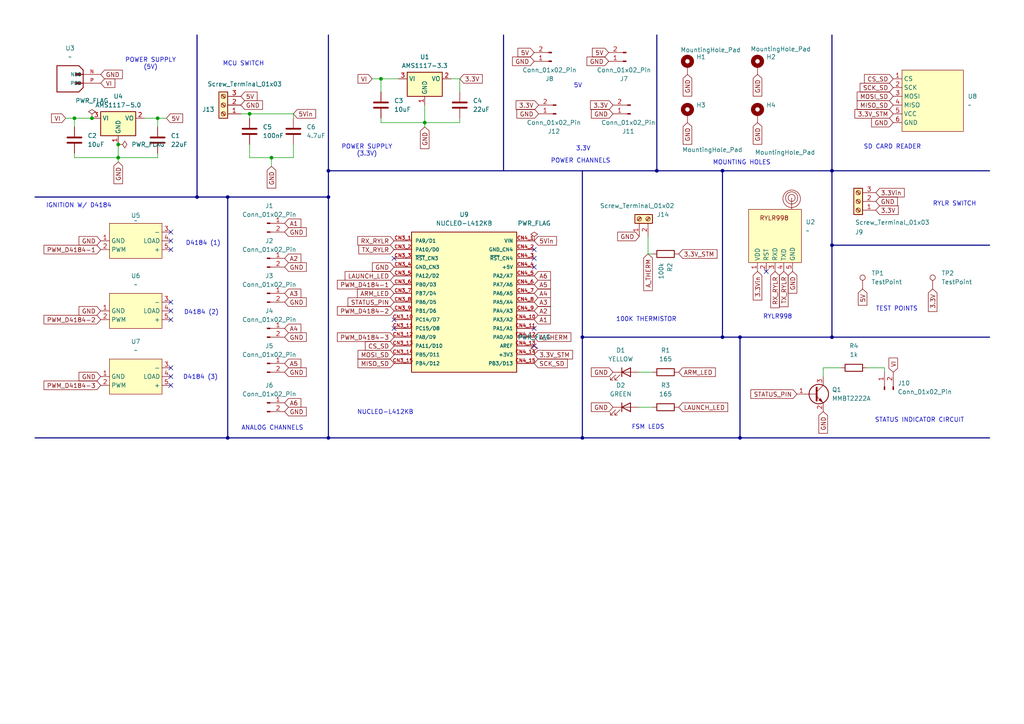
<source format=kicad_sch>
(kicad_sch
	(version 20250114)
	(generator "eeschema")
	(generator_version "9.0")
	(uuid "8a723f0a-b17e-4a31-90d6-daabdafd3af1")
	(paper "A4")
	(title_block
		(title "FireSide v2.0")
		(company "thrustMIT")
	)
	(lib_symbols
		(symbol "Connector:Conn_01x02_Pin"
			(pin_names
				(offset 1.016)
				(hide yes)
			)
			(exclude_from_sim no)
			(in_bom yes)
			(on_board yes)
			(property "Reference" "J"
				(at 0 2.54 0)
				(effects
					(font
						(size 1.27 1.27)
					)
				)
			)
			(property "Value" "Conn_01x02_Pin"
				(at 0 -5.08 0)
				(effects
					(font
						(size 1.27 1.27)
					)
				)
			)
			(property "Footprint" ""
				(at 0 0 0)
				(effects
					(font
						(size 1.27 1.27)
					)
					(hide yes)
				)
			)
			(property "Datasheet" "~"
				(at 0 0 0)
				(effects
					(font
						(size 1.27 1.27)
					)
					(hide yes)
				)
			)
			(property "Description" "Generic connector, single row, 01x02, script generated"
				(at 0 0 0)
				(effects
					(font
						(size 1.27 1.27)
					)
					(hide yes)
				)
			)
			(property "ki_locked" ""
				(at 0 0 0)
				(effects
					(font
						(size 1.27 1.27)
					)
				)
			)
			(property "ki_keywords" "connector"
				(at 0 0 0)
				(effects
					(font
						(size 1.27 1.27)
					)
					(hide yes)
				)
			)
			(property "ki_fp_filters" "Connector*:*_1x??_*"
				(at 0 0 0)
				(effects
					(font
						(size 1.27 1.27)
					)
					(hide yes)
				)
			)
			(symbol "Conn_01x02_Pin_1_1"
				(rectangle
					(start 0.8636 0.127)
					(end 0 -0.127)
					(stroke
						(width 0.1524)
						(type default)
					)
					(fill
						(type outline)
					)
				)
				(rectangle
					(start 0.8636 -2.413)
					(end 0 -2.667)
					(stroke
						(width 0.1524)
						(type default)
					)
					(fill
						(type outline)
					)
				)
				(polyline
					(pts
						(xy 1.27 0) (xy 0.8636 0)
					)
					(stroke
						(width 0.1524)
						(type default)
					)
					(fill
						(type none)
					)
				)
				(polyline
					(pts
						(xy 1.27 -2.54) (xy 0.8636 -2.54)
					)
					(stroke
						(width 0.1524)
						(type default)
					)
					(fill
						(type none)
					)
				)
				(pin passive line
					(at 5.08 0 180)
					(length 3.81)
					(name "Pin_1"
						(effects
							(font
								(size 1.27 1.27)
							)
						)
					)
					(number "1"
						(effects
							(font
								(size 1.27 1.27)
							)
						)
					)
				)
				(pin passive line
					(at 5.08 -2.54 180)
					(length 3.81)
					(name "Pin_2"
						(effects
							(font
								(size 1.27 1.27)
							)
						)
					)
					(number "2"
						(effects
							(font
								(size 1.27 1.27)
							)
						)
					)
				)
			)
			(embedded_fonts no)
		)
		(symbol "Connector:Screw_Terminal_01x02"
			(pin_names
				(offset 1.016)
				(hide yes)
			)
			(exclude_from_sim no)
			(in_bom yes)
			(on_board yes)
			(property "Reference" "J"
				(at 0 2.54 0)
				(effects
					(font
						(size 1.27 1.27)
					)
				)
			)
			(property "Value" "Screw_Terminal_01x02"
				(at 0 -5.08 0)
				(effects
					(font
						(size 1.27 1.27)
					)
				)
			)
			(property "Footprint" ""
				(at 0 0 0)
				(effects
					(font
						(size 1.27 1.27)
					)
					(hide yes)
				)
			)
			(property "Datasheet" "~"
				(at 0 0 0)
				(effects
					(font
						(size 1.27 1.27)
					)
					(hide yes)
				)
			)
			(property "Description" "Generic screw terminal, single row, 01x02, script generated (kicad-library-utils/schlib/autogen/connector/)"
				(at 0 0 0)
				(effects
					(font
						(size 1.27 1.27)
					)
					(hide yes)
				)
			)
			(property "ki_keywords" "screw terminal"
				(at 0 0 0)
				(effects
					(font
						(size 1.27 1.27)
					)
					(hide yes)
				)
			)
			(property "ki_fp_filters" "TerminalBlock*:*"
				(at 0 0 0)
				(effects
					(font
						(size 1.27 1.27)
					)
					(hide yes)
				)
			)
			(symbol "Screw_Terminal_01x02_1_1"
				(rectangle
					(start -1.27 1.27)
					(end 1.27 -3.81)
					(stroke
						(width 0.254)
						(type default)
					)
					(fill
						(type background)
					)
				)
				(polyline
					(pts
						(xy -0.5334 0.3302) (xy 0.3302 -0.508)
					)
					(stroke
						(width 0.1524)
						(type default)
					)
					(fill
						(type none)
					)
				)
				(polyline
					(pts
						(xy -0.5334 -2.2098) (xy 0.3302 -3.048)
					)
					(stroke
						(width 0.1524)
						(type default)
					)
					(fill
						(type none)
					)
				)
				(polyline
					(pts
						(xy -0.3556 0.508) (xy 0.508 -0.3302)
					)
					(stroke
						(width 0.1524)
						(type default)
					)
					(fill
						(type none)
					)
				)
				(polyline
					(pts
						(xy -0.3556 -2.032) (xy 0.508 -2.8702)
					)
					(stroke
						(width 0.1524)
						(type default)
					)
					(fill
						(type none)
					)
				)
				(circle
					(center 0 0)
					(radius 0.635)
					(stroke
						(width 0.1524)
						(type default)
					)
					(fill
						(type none)
					)
				)
				(circle
					(center 0 -2.54)
					(radius 0.635)
					(stroke
						(width 0.1524)
						(type default)
					)
					(fill
						(type none)
					)
				)
				(pin passive line
					(at -5.08 0 0)
					(length 3.81)
					(name "Pin_1"
						(effects
							(font
								(size 1.27 1.27)
							)
						)
					)
					(number "1"
						(effects
							(font
								(size 1.27 1.27)
							)
						)
					)
				)
				(pin passive line
					(at -5.08 -2.54 0)
					(length 3.81)
					(name "Pin_2"
						(effects
							(font
								(size 1.27 1.27)
							)
						)
					)
					(number "2"
						(effects
							(font
								(size 1.27 1.27)
							)
						)
					)
				)
			)
			(embedded_fonts no)
		)
		(symbol "Connector:Screw_Terminal_01x03"
			(pin_names
				(offset 1.016)
				(hide yes)
			)
			(exclude_from_sim no)
			(in_bom yes)
			(on_board yes)
			(property "Reference" "J"
				(at 0 5.08 0)
				(effects
					(font
						(size 1.27 1.27)
					)
				)
			)
			(property "Value" "Screw_Terminal_01x03"
				(at 0 -5.08 0)
				(effects
					(font
						(size 1.27 1.27)
					)
				)
			)
			(property "Footprint" ""
				(at 0 0 0)
				(effects
					(font
						(size 1.27 1.27)
					)
					(hide yes)
				)
			)
			(property "Datasheet" "~"
				(at 0 0 0)
				(effects
					(font
						(size 1.27 1.27)
					)
					(hide yes)
				)
			)
			(property "Description" "Generic screw terminal, single row, 01x03, script generated (kicad-library-utils/schlib/autogen/connector/)"
				(at 0 0 0)
				(effects
					(font
						(size 1.27 1.27)
					)
					(hide yes)
				)
			)
			(property "ki_keywords" "screw terminal"
				(at 0 0 0)
				(effects
					(font
						(size 1.27 1.27)
					)
					(hide yes)
				)
			)
			(property "ki_fp_filters" "TerminalBlock*:*"
				(at 0 0 0)
				(effects
					(font
						(size 1.27 1.27)
					)
					(hide yes)
				)
			)
			(symbol "Screw_Terminal_01x03_1_1"
				(rectangle
					(start -1.27 3.81)
					(end 1.27 -3.81)
					(stroke
						(width 0.254)
						(type default)
					)
					(fill
						(type background)
					)
				)
				(polyline
					(pts
						(xy -0.5334 2.8702) (xy 0.3302 2.032)
					)
					(stroke
						(width 0.1524)
						(type default)
					)
					(fill
						(type none)
					)
				)
				(polyline
					(pts
						(xy -0.5334 0.3302) (xy 0.3302 -0.508)
					)
					(stroke
						(width 0.1524)
						(type default)
					)
					(fill
						(type none)
					)
				)
				(polyline
					(pts
						(xy -0.5334 -2.2098) (xy 0.3302 -3.048)
					)
					(stroke
						(width 0.1524)
						(type default)
					)
					(fill
						(type none)
					)
				)
				(polyline
					(pts
						(xy -0.3556 3.048) (xy 0.508 2.2098)
					)
					(stroke
						(width 0.1524)
						(type default)
					)
					(fill
						(type none)
					)
				)
				(polyline
					(pts
						(xy -0.3556 0.508) (xy 0.508 -0.3302)
					)
					(stroke
						(width 0.1524)
						(type default)
					)
					(fill
						(type none)
					)
				)
				(polyline
					(pts
						(xy -0.3556 -2.032) (xy 0.508 -2.8702)
					)
					(stroke
						(width 0.1524)
						(type default)
					)
					(fill
						(type none)
					)
				)
				(circle
					(center 0 2.54)
					(radius 0.635)
					(stroke
						(width 0.1524)
						(type default)
					)
					(fill
						(type none)
					)
				)
				(circle
					(center 0 0)
					(radius 0.635)
					(stroke
						(width 0.1524)
						(type default)
					)
					(fill
						(type none)
					)
				)
				(circle
					(center 0 -2.54)
					(radius 0.635)
					(stroke
						(width 0.1524)
						(type default)
					)
					(fill
						(type none)
					)
				)
				(pin passive line
					(at -5.08 2.54 0)
					(length 3.81)
					(name "Pin_1"
						(effects
							(font
								(size 1.27 1.27)
							)
						)
					)
					(number "1"
						(effects
							(font
								(size 1.27 1.27)
							)
						)
					)
				)
				(pin passive line
					(at -5.08 0 0)
					(length 3.81)
					(name "Pin_2"
						(effects
							(font
								(size 1.27 1.27)
							)
						)
					)
					(number "2"
						(effects
							(font
								(size 1.27 1.27)
							)
						)
					)
				)
				(pin passive line
					(at -5.08 -2.54 0)
					(length 3.81)
					(name "Pin_3"
						(effects
							(font
								(size 1.27 1.27)
							)
						)
					)
					(number "3"
						(effects
							(font
								(size 1.27 1.27)
							)
						)
					)
				)
			)
			(embedded_fonts no)
		)
		(symbol "Connector:TestPoint"
			(pin_numbers
				(hide yes)
			)
			(pin_names
				(offset 0.762)
				(hide yes)
			)
			(exclude_from_sim no)
			(in_bom yes)
			(on_board yes)
			(property "Reference" "TP"
				(at 0 6.858 0)
				(effects
					(font
						(size 1.27 1.27)
					)
				)
			)
			(property "Value" "TestPoint"
				(at 0 5.08 0)
				(effects
					(font
						(size 1.27 1.27)
					)
				)
			)
			(property "Footprint" ""
				(at 5.08 0 0)
				(effects
					(font
						(size 1.27 1.27)
					)
					(hide yes)
				)
			)
			(property "Datasheet" "~"
				(at 5.08 0 0)
				(effects
					(font
						(size 1.27 1.27)
					)
					(hide yes)
				)
			)
			(property "Description" "test point"
				(at 0 0 0)
				(effects
					(font
						(size 1.27 1.27)
					)
					(hide yes)
				)
			)
			(property "ki_keywords" "test point tp"
				(at 0 0 0)
				(effects
					(font
						(size 1.27 1.27)
					)
					(hide yes)
				)
			)
			(property "ki_fp_filters" "Pin* Test*"
				(at 0 0 0)
				(effects
					(font
						(size 1.27 1.27)
					)
					(hide yes)
				)
			)
			(symbol "TestPoint_0_1"
				(circle
					(center 0 3.302)
					(radius 0.762)
					(stroke
						(width 0)
						(type default)
					)
					(fill
						(type none)
					)
				)
			)
			(symbol "TestPoint_1_1"
				(pin passive line
					(at 0 0 90)
					(length 2.54)
					(name "1"
						(effects
							(font
								(size 1.27 1.27)
							)
						)
					)
					(number "1"
						(effects
							(font
								(size 1.27 1.27)
							)
						)
					)
				)
			)
			(embedded_fonts no)
		)
		(symbol "Device:C"
			(pin_numbers
				(hide yes)
			)
			(pin_names
				(offset 0.254)
			)
			(exclude_from_sim no)
			(in_bom yes)
			(on_board yes)
			(property "Reference" "C"
				(at 0.635 2.54 0)
				(effects
					(font
						(size 1.27 1.27)
					)
					(justify left)
				)
			)
			(property "Value" "C"
				(at 0.635 -2.54 0)
				(effects
					(font
						(size 1.27 1.27)
					)
					(justify left)
				)
			)
			(property "Footprint" ""
				(at 0.9652 -3.81 0)
				(effects
					(font
						(size 1.27 1.27)
					)
					(hide yes)
				)
			)
			(property "Datasheet" "~"
				(at 0 0 0)
				(effects
					(font
						(size 1.27 1.27)
					)
					(hide yes)
				)
			)
			(property "Description" "Unpolarized capacitor"
				(at 0 0 0)
				(effects
					(font
						(size 1.27 1.27)
					)
					(hide yes)
				)
			)
			(property "ki_keywords" "cap capacitor"
				(at 0 0 0)
				(effects
					(font
						(size 1.27 1.27)
					)
					(hide yes)
				)
			)
			(property "ki_fp_filters" "C_*"
				(at 0 0 0)
				(effects
					(font
						(size 1.27 1.27)
					)
					(hide yes)
				)
			)
			(symbol "C_0_1"
				(polyline
					(pts
						(xy -2.032 0.762) (xy 2.032 0.762)
					)
					(stroke
						(width 0.508)
						(type default)
					)
					(fill
						(type none)
					)
				)
				(polyline
					(pts
						(xy -2.032 -0.762) (xy 2.032 -0.762)
					)
					(stroke
						(width 0.508)
						(type default)
					)
					(fill
						(type none)
					)
				)
			)
			(symbol "C_1_1"
				(pin passive line
					(at 0 3.81 270)
					(length 2.794)
					(name "~"
						(effects
							(font
								(size 1.27 1.27)
							)
						)
					)
					(number "1"
						(effects
							(font
								(size 1.27 1.27)
							)
						)
					)
				)
				(pin passive line
					(at 0 -3.81 90)
					(length 2.794)
					(name "~"
						(effects
							(font
								(size 1.27 1.27)
							)
						)
					)
					(number "2"
						(effects
							(font
								(size 1.27 1.27)
							)
						)
					)
				)
			)
			(embedded_fonts no)
		)
		(symbol "Device:LED"
			(pin_numbers
				(hide yes)
			)
			(pin_names
				(offset 1.016)
				(hide yes)
			)
			(exclude_from_sim no)
			(in_bom yes)
			(on_board yes)
			(property "Reference" "D"
				(at 0 2.54 0)
				(effects
					(font
						(size 1.27 1.27)
					)
				)
			)
			(property "Value" "LED"
				(at 0 -2.54 0)
				(effects
					(font
						(size 1.27 1.27)
					)
				)
			)
			(property "Footprint" ""
				(at 0 0 0)
				(effects
					(font
						(size 1.27 1.27)
					)
					(hide yes)
				)
			)
			(property "Datasheet" "~"
				(at 0 0 0)
				(effects
					(font
						(size 1.27 1.27)
					)
					(hide yes)
				)
			)
			(property "Description" "Light emitting diode"
				(at 0 0 0)
				(effects
					(font
						(size 1.27 1.27)
					)
					(hide yes)
				)
			)
			(property "Sim.Pins" "1=K 2=A"
				(at 0 0 0)
				(effects
					(font
						(size 1.27 1.27)
					)
					(hide yes)
				)
			)
			(property "ki_keywords" "LED diode"
				(at 0 0 0)
				(effects
					(font
						(size 1.27 1.27)
					)
					(hide yes)
				)
			)
			(property "ki_fp_filters" "LED* LED_SMD:* LED_THT:*"
				(at 0 0 0)
				(effects
					(font
						(size 1.27 1.27)
					)
					(hide yes)
				)
			)
			(symbol "LED_0_1"
				(polyline
					(pts
						(xy -3.048 -0.762) (xy -4.572 -2.286) (xy -3.81 -2.286) (xy -4.572 -2.286) (xy -4.572 -1.524)
					)
					(stroke
						(width 0)
						(type default)
					)
					(fill
						(type none)
					)
				)
				(polyline
					(pts
						(xy -1.778 -0.762) (xy -3.302 -2.286) (xy -2.54 -2.286) (xy -3.302 -2.286) (xy -3.302 -1.524)
					)
					(stroke
						(width 0)
						(type default)
					)
					(fill
						(type none)
					)
				)
				(polyline
					(pts
						(xy -1.27 0) (xy 1.27 0)
					)
					(stroke
						(width 0)
						(type default)
					)
					(fill
						(type none)
					)
				)
				(polyline
					(pts
						(xy -1.27 -1.27) (xy -1.27 1.27)
					)
					(stroke
						(width 0.254)
						(type default)
					)
					(fill
						(type none)
					)
				)
				(polyline
					(pts
						(xy 1.27 -1.27) (xy 1.27 1.27) (xy -1.27 0) (xy 1.27 -1.27)
					)
					(stroke
						(width 0.254)
						(type default)
					)
					(fill
						(type none)
					)
				)
			)
			(symbol "LED_1_1"
				(pin passive line
					(at -3.81 0 0)
					(length 2.54)
					(name "K"
						(effects
							(font
								(size 1.27 1.27)
							)
						)
					)
					(number "1"
						(effects
							(font
								(size 1.27 1.27)
							)
						)
					)
				)
				(pin passive line
					(at 3.81 0 180)
					(length 2.54)
					(name "A"
						(effects
							(font
								(size 1.27 1.27)
							)
						)
					)
					(number "2"
						(effects
							(font
								(size 1.27 1.27)
							)
						)
					)
				)
			)
			(embedded_fonts no)
		)
		(symbol "Device:R"
			(pin_numbers
				(hide yes)
			)
			(pin_names
				(offset 0)
			)
			(exclude_from_sim no)
			(in_bom yes)
			(on_board yes)
			(property "Reference" "R"
				(at 2.032 0 90)
				(effects
					(font
						(size 1.27 1.27)
					)
				)
			)
			(property "Value" "R"
				(at 0 0 90)
				(effects
					(font
						(size 1.27 1.27)
					)
				)
			)
			(property "Footprint" ""
				(at -1.778 0 90)
				(effects
					(font
						(size 1.27 1.27)
					)
					(hide yes)
				)
			)
			(property "Datasheet" "~"
				(at 0 0 0)
				(effects
					(font
						(size 1.27 1.27)
					)
					(hide yes)
				)
			)
			(property "Description" "Resistor"
				(at 0 0 0)
				(effects
					(font
						(size 1.27 1.27)
					)
					(hide yes)
				)
			)
			(property "ki_keywords" "R res resistor"
				(at 0 0 0)
				(effects
					(font
						(size 1.27 1.27)
					)
					(hide yes)
				)
			)
			(property "ki_fp_filters" "R_*"
				(at 0 0 0)
				(effects
					(font
						(size 1.27 1.27)
					)
					(hide yes)
				)
			)
			(symbol "R_0_1"
				(rectangle
					(start -1.016 -2.54)
					(end 1.016 2.54)
					(stroke
						(width 0.254)
						(type default)
					)
					(fill
						(type none)
					)
				)
			)
			(symbol "R_1_1"
				(pin passive line
					(at 0 3.81 270)
					(length 1.27)
					(name "~"
						(effects
							(font
								(size 1.27 1.27)
							)
						)
					)
					(number "1"
						(effects
							(font
								(size 1.27 1.27)
							)
						)
					)
				)
				(pin passive line
					(at 0 -3.81 90)
					(length 1.27)
					(name "~"
						(effects
							(font
								(size 1.27 1.27)
							)
						)
					)
					(number "2"
						(effects
							(font
								(size 1.27 1.27)
							)
						)
					)
				)
			)
			(embedded_fonts no)
		)
		(symbol "FireSide v2.0 symbols:D4184"
			(exclude_from_sim no)
			(in_bom yes)
			(on_board yes)
			(property "Reference" "U"
				(at 0 0 0)
				(effects
					(font
						(size 1.27 1.27)
					)
				)
			)
			(property "Value" ""
				(at 0 0 0)
				(effects
					(font
						(size 1.27 1.27)
					)
				)
			)
			(property "Footprint" ""
				(at 0 0 0)
				(effects
					(font
						(size 1.27 1.27)
					)
					(hide yes)
				)
			)
			(property "Datasheet" ""
				(at 0 0 0)
				(effects
					(font
						(size 1.27 1.27)
					)
					(hide yes)
				)
			)
			(property "Description" ""
				(at 0 0 0)
				(effects
					(font
						(size 1.27 1.27)
					)
					(hide yes)
				)
			)
			(symbol "D4184_1_1"
				(rectangle
					(start -7.62 -2.54)
					(end 7.62 -12.7)
					(stroke
						(width 0)
						(type default)
					)
					(fill
						(type background)
					)
				)
				(pin power_in line
					(at -10.16 -7.62 0)
					(length 2.54)
					(name "GND"
						(effects
							(font
								(size 1.27 1.27)
							)
						)
					)
					(number "1"
						(effects
							(font
								(size 1.27 1.27)
							)
						)
					)
				)
				(pin input line
					(at -10.16 -10.16 0)
					(length 2.54)
					(name "PWM"
						(effects
							(font
								(size 1.27 1.27)
							)
						)
					)
					(number "2"
						(effects
							(font
								(size 1.27 1.27)
							)
						)
					)
				)
				(pin power_in line
					(at 10.16 -5.08 180)
					(length 2.54)
					(name "-"
						(effects
							(font
								(size 1.27 1.27)
							)
						)
					)
					(number "3"
						(effects
							(font
								(size 1.27 1.27)
							)
						)
					)
				)
				(pin output line
					(at 10.16 -7.62 180)
					(length 2.54)
					(name "LOAD"
						(effects
							(font
								(size 1.27 1.27)
							)
						)
					)
					(number "4"
						(effects
							(font
								(size 1.27 1.27)
							)
						)
					)
				)
				(pin output line
					(at 10.16 -10.16 180)
					(length 2.54)
					(name "+"
						(effects
							(font
								(size 1.27 1.27)
							)
						)
					)
					(number "5"
						(effects
							(font
								(size 1.27 1.27)
							)
						)
					)
				)
			)
			(embedded_fonts no)
		)
		(symbol "FireSide v2.0 symbols:NUCLEO-L412KB"
			(pin_names
				(offset 1.016)
			)
			(exclude_from_sim no)
			(in_bom yes)
			(on_board yes)
			(property "Reference" "U"
				(at -15.24 21.082 0)
				(effects
					(font
						(size 1.27 1.27)
					)
					(justify left bottom)
				)
			)
			(property "Value" "NUCLEO-L412KB"
				(at -15.24 -22.86 0)
				(effects
					(font
						(size 1.27 1.27)
					)
					(justify left bottom)
				)
			)
			(property "Footprint" "NUCLEO-L412KB:MODULE_NUCLEO-L412KB"
				(at 0 0 0)
				(effects
					(font
						(size 1.27 1.27)
					)
					(justify bottom)
					(hide yes)
				)
			)
			(property "Datasheet" ""
				(at 0 0 0)
				(effects
					(font
						(size 1.27 1.27)
					)
					(hide yes)
				)
			)
			(property "Description" ""
				(at 0 0 0)
				(effects
					(font
						(size 1.27 1.27)
					)
					(hide yes)
				)
			)
			(property "MF" "STMicroelectronics"
				(at 0 0 0)
				(effects
					(font
						(size 1.27 1.27)
					)
					(justify bottom)
					(hide yes)
				)
			)
			(property "MAXIMUM_PACKAGE_HEIGHT" "14.5mm"
				(at 0 0 0)
				(effects
					(font
						(size 1.27 1.27)
					)
					(justify bottom)
					(hide yes)
				)
			)
			(property "Package" "None"
				(at 0 0 0)
				(effects
					(font
						(size 1.27 1.27)
					)
					(justify bottom)
					(hide yes)
				)
			)
			(property "Price" "None"
				(at 0 0 0)
				(effects
					(font
						(size 1.27 1.27)
					)
					(justify bottom)
					(hide yes)
				)
			)
			(property "Check_prices" "https://www.snapeda.com/parts/NUCLEO-L412KB/STMicroelectronics/view-part/?ref=eda"
				(at 0 0 0)
				(effects
					(font
						(size 1.27 1.27)
					)
					(justify bottom)
					(hide yes)
				)
			)
			(property "STANDARD" "Manufacturer Recommendations"
				(at 0 0 0)
				(effects
					(font
						(size 1.27 1.27)
					)
					(justify bottom)
					(hide yes)
				)
			)
			(property "PARTREV" "8"
				(at 0 0 0)
				(effects
					(font
						(size 1.27 1.27)
					)
					(justify bottom)
					(hide yes)
				)
			)
			(property "SnapEDA_Link" "https://www.snapeda.com/parts/NUCLEO-L412KB/STMicroelectronics/view-part/?ref=snap"
				(at 0 0 0)
				(effects
					(font
						(size 1.27 1.27)
					)
					(justify bottom)
					(hide yes)
				)
			)
			(property "MP" "NUCLEO-L412KB"
				(at 0 0 0)
				(effects
					(font
						(size 1.27 1.27)
					)
					(justify bottom)
					(hide yes)
				)
			)
			(property "Description_1" "STM32L412KB, mbed-Enabled Development Nucleo-32 series - MCU 32-Bit Embedded Evaluation Board"
				(at 0 0 0)
				(effects
					(font
						(size 1.27 1.27)
					)
					(justify bottom)
					(hide yes)
				)
			)
			(property "Availability" "In Stock"
				(at 0 0 0)
				(effects
					(font
						(size 1.27 1.27)
					)
					(justify bottom)
					(hide yes)
				)
			)
			(property "MANUFACTURER" "STMicroelectronics"
				(at 0 0 0)
				(effects
					(font
						(size 1.27 1.27)
					)
					(justify bottom)
					(hide yes)
				)
			)
			(symbol "NUCLEO-L412KB_0_0"
				(rectangle
					(start -15.24 -20.32)
					(end 15.24 20.32)
					(stroke
						(width 0.254)
						(type default)
					)
					(fill
						(type background)
					)
				)
				(pin bidirectional line
					(at -20.32 17.78 0)
					(length 5.08)
					(name "PA9/D1"
						(effects
							(font
								(size 1.016 1.016)
							)
						)
					)
					(number "CN3_1"
						(effects
							(font
								(size 1.016 1.016)
							)
						)
					)
				)
				(pin bidirectional line
					(at -20.32 15.24 0)
					(length 5.08)
					(name "PA10/D0"
						(effects
							(font
								(size 1.016 1.016)
							)
						)
					)
					(number "CN3_2"
						(effects
							(font
								(size 1.016 1.016)
							)
						)
					)
				)
				(pin bidirectional line
					(at -20.32 12.7 0)
					(length 5.08)
					(name "~{RST}_CN3"
						(effects
							(font
								(size 1.016 1.016)
							)
						)
					)
					(number "CN3_3"
						(effects
							(font
								(size 1.016 1.016)
							)
						)
					)
				)
				(pin power_in line
					(at -20.32 10.16 0)
					(length 5.08)
					(name "GND_CN3"
						(effects
							(font
								(size 1.016 1.016)
							)
						)
					)
					(number "CN3_4"
						(effects
							(font
								(size 1.016 1.016)
							)
						)
					)
				)
				(pin bidirectional line
					(at -20.32 7.62 0)
					(length 5.08)
					(name "PA12/D2"
						(effects
							(font
								(size 1.016 1.016)
							)
						)
					)
					(number "CN3_5"
						(effects
							(font
								(size 1.016 1.016)
							)
						)
					)
				)
				(pin bidirectional line
					(at -20.32 5.08 0)
					(length 5.08)
					(name "PB0/D3"
						(effects
							(font
								(size 1.016 1.016)
							)
						)
					)
					(number "CN3_6"
						(effects
							(font
								(size 1.016 1.016)
							)
						)
					)
				)
				(pin bidirectional line
					(at -20.32 2.54 0)
					(length 5.08)
					(name "PB7/D4"
						(effects
							(font
								(size 1.016 1.016)
							)
						)
					)
					(number "CN3_7"
						(effects
							(font
								(size 1.016 1.016)
							)
						)
					)
				)
				(pin bidirectional line
					(at -20.32 0 0)
					(length 5.08)
					(name "PB6/D5"
						(effects
							(font
								(size 1.016 1.016)
							)
						)
					)
					(number "CN3_8"
						(effects
							(font
								(size 1.016 1.016)
							)
						)
					)
				)
				(pin bidirectional line
					(at -20.32 -2.54 0)
					(length 5.08)
					(name "PB1/D6"
						(effects
							(font
								(size 1.016 1.016)
							)
						)
					)
					(number "CN3_9"
						(effects
							(font
								(size 1.016 1.016)
							)
						)
					)
				)
				(pin bidirectional line
					(at -20.32 -5.08 0)
					(length 5.08)
					(name "PC14/D7"
						(effects
							(font
								(size 1.016 1.016)
							)
						)
					)
					(number "CN3_10"
						(effects
							(font
								(size 1.016 1.016)
							)
						)
					)
				)
				(pin bidirectional line
					(at -20.32 -7.62 0)
					(length 5.08)
					(name "PC15/D8"
						(effects
							(font
								(size 1.016 1.016)
							)
						)
					)
					(number "CN3_11"
						(effects
							(font
								(size 1.016 1.016)
							)
						)
					)
				)
				(pin bidirectional line
					(at -20.32 -10.16 0)
					(length 5.08)
					(name "PA8/D9"
						(effects
							(font
								(size 1.016 1.016)
							)
						)
					)
					(number "CN3_12"
						(effects
							(font
								(size 1.016 1.016)
							)
						)
					)
				)
				(pin bidirectional line
					(at -20.32 -12.7 0)
					(length 5.08)
					(name "PA11/D10"
						(effects
							(font
								(size 1.016 1.016)
							)
						)
					)
					(number "CN3_13"
						(effects
							(font
								(size 1.016 1.016)
							)
						)
					)
				)
				(pin bidirectional line
					(at -20.32 -15.24 0)
					(length 5.08)
					(name "PB5/D11"
						(effects
							(font
								(size 1.016 1.016)
							)
						)
					)
					(number "CN3_14"
						(effects
							(font
								(size 1.016 1.016)
							)
						)
					)
				)
				(pin bidirectional line
					(at -20.32 -17.78 0)
					(length 5.08)
					(name "PB4/D12"
						(effects
							(font
								(size 1.016 1.016)
							)
						)
					)
					(number "CN3_15"
						(effects
							(font
								(size 1.016 1.016)
							)
						)
					)
				)
				(pin power_in line
					(at 20.32 17.78 180)
					(length 5.08)
					(name "VIN"
						(effects
							(font
								(size 1.016 1.016)
							)
						)
					)
					(number "CN4_1"
						(effects
							(font
								(size 1.016 1.016)
							)
						)
					)
				)
				(pin power_in line
					(at 20.32 15.24 180)
					(length 5.08)
					(name "GND_CN4"
						(effects
							(font
								(size 1.016 1.016)
							)
						)
					)
					(number "CN4_2"
						(effects
							(font
								(size 1.016 1.016)
							)
						)
					)
				)
				(pin bidirectional line
					(at 20.32 12.7 180)
					(length 5.08)
					(name "~{RST}_CN4"
						(effects
							(font
								(size 1.016 1.016)
							)
						)
					)
					(number "CN4_3"
						(effects
							(font
								(size 1.016 1.016)
							)
						)
					)
				)
				(pin power_in line
					(at 20.32 10.16 180)
					(length 5.08)
					(name "+5V"
						(effects
							(font
								(size 1.016 1.016)
							)
						)
					)
					(number "CN4_4"
						(effects
							(font
								(size 1.016 1.016)
							)
						)
					)
				)
				(pin bidirectional line
					(at 20.32 7.62 180)
					(length 5.08)
					(name "PA2/A7"
						(effects
							(font
								(size 1.016 1.016)
							)
						)
					)
					(number "CN4_5"
						(effects
							(font
								(size 1.016 1.016)
							)
						)
					)
				)
				(pin bidirectional line
					(at 20.32 5.08 180)
					(length 5.08)
					(name "PA7/A6"
						(effects
							(font
								(size 1.016 1.016)
							)
						)
					)
					(number "CN4_6"
						(effects
							(font
								(size 1.016 1.016)
							)
						)
					)
				)
				(pin bidirectional line
					(at 20.32 2.54 180)
					(length 5.08)
					(name "PA6/A5"
						(effects
							(font
								(size 1.016 1.016)
							)
						)
					)
					(number "CN4_7"
						(effects
							(font
								(size 1.016 1.016)
							)
						)
					)
				)
				(pin bidirectional line
					(at 20.32 0 180)
					(length 5.08)
					(name "PA5/A4"
						(effects
							(font
								(size 1.016 1.016)
							)
						)
					)
					(number "CN4_8"
						(effects
							(font
								(size 1.016 1.016)
							)
						)
					)
				)
				(pin bidirectional line
					(at 20.32 -2.54 180)
					(length 5.08)
					(name "PA4/A3"
						(effects
							(font
								(size 1.016 1.016)
							)
						)
					)
					(number "CN4_9"
						(effects
							(font
								(size 1.016 1.016)
							)
						)
					)
				)
				(pin bidirectional line
					(at 20.32 -5.08 180)
					(length 5.08)
					(name "PA3/A2"
						(effects
							(font
								(size 1.016 1.016)
							)
						)
					)
					(number "CN4_10"
						(effects
							(font
								(size 1.016 1.016)
							)
						)
					)
				)
				(pin bidirectional line
					(at 20.32 -7.62 180)
					(length 5.08)
					(name "PA1/A1"
						(effects
							(font
								(size 1.016 1.016)
							)
						)
					)
					(number "CN4_11"
						(effects
							(font
								(size 1.016 1.016)
							)
						)
					)
				)
				(pin bidirectional line
					(at 20.32 -10.16 180)
					(length 5.08)
					(name "PA0/A0"
						(effects
							(font
								(size 1.016 1.016)
							)
						)
					)
					(number "CN4_12"
						(effects
							(font
								(size 1.016 1.016)
							)
						)
					)
				)
				(pin input line
					(at 20.32 -12.7 180)
					(length 5.08)
					(name "AREF"
						(effects
							(font
								(size 1.016 1.016)
							)
						)
					)
					(number "CN4_13"
						(effects
							(font
								(size 1.016 1.016)
							)
						)
					)
				)
				(pin power_in line
					(at 20.32 -15.24 180)
					(length 5.08)
					(name "+3V3"
						(effects
							(font
								(size 1.016 1.016)
							)
						)
					)
					(number "CN4_14"
						(effects
							(font
								(size 1.016 1.016)
							)
						)
					)
				)
				(pin bidirectional line
					(at 20.32 -17.78 180)
					(length 5.08)
					(name "PB3/D13"
						(effects
							(font
								(size 1.016 1.016)
							)
						)
					)
					(number "CN4_15"
						(effects
							(font
								(size 1.016 1.016)
							)
						)
					)
				)
			)
			(embedded_fonts no)
		)
		(symbol "FireSide v2.0 symbols:RYLR998"
			(exclude_from_sim no)
			(in_bom yes)
			(on_board yes)
			(property "Reference" "U"
				(at 0 0 0)
				(effects
					(font
						(size 1.27 1.27)
					)
				)
			)
			(property "Value" ""
				(at 0 0 0)
				(effects
					(font
						(size 1.27 1.27)
					)
				)
			)
			(property "Footprint" ""
				(at 0 0 0)
				(effects
					(font
						(size 1.27 1.27)
					)
					(hide yes)
				)
			)
			(property "Datasheet" ""
				(at 0 0 0)
				(effects
					(font
						(size 1.27 1.27)
					)
					(hide yes)
				)
			)
			(property "Description" ""
				(at 0 0 0)
				(effects
					(font
						(size 1.27 1.27)
					)
					(hide yes)
				)
			)
			(symbol "RYLR998_0_1"
				(circle
					(center 4.826 1.016)
					(radius 1.016)
					(stroke
						(width 0)
						(type default)
					)
					(fill
						(type none)
					)
				)
				(circle
					(center 4.826 1.016)
					(radius 1.778)
					(stroke
						(width 0)
						(type default)
					)
					(fill
						(type none)
					)
				)
				(circle
					(center 4.826 0.762)
					(radius 2.54)
					(stroke
						(width 0)
						(type default)
					)
					(fill
						(type none)
					)
				)
				(polyline
					(pts
						(xy 4.826 -2.286) (xy 4.826 1.016)
					)
					(stroke
						(width 0)
						(type default)
					)
					(fill
						(type none)
					)
				)
			)
			(symbol "RYLR998_1_1"
				(rectangle
					(start -7.62 -2.286)
					(end 7.62 -17.78)
					(stroke
						(width 0)
						(type default)
					)
					(fill
						(type background)
					)
				)
				(text "RYLR998\n"
					(at -0.254 -4.826 0)
					(effects
						(font
							(size 1.27 1.27)
						)
					)
				)
				(pin input line
					(at -5.08 -20.32 90)
					(length 2.54)
					(name "VDD"
						(effects
							(font
								(size 1.27 1.27)
							)
						)
					)
					(number "1"
						(effects
							(font
								(size 1.27 1.27)
							)
						)
					)
				)
				(pin input line
					(at -2.54 -20.32 90)
					(length 2.54)
					(name "RST"
						(effects
							(font
								(size 1.27 1.27)
							)
						)
					)
					(number "2"
						(effects
							(font
								(size 1.27 1.27)
							)
						)
					)
				)
				(pin input line
					(at 0 -20.32 90)
					(length 2.54)
					(name "RXD"
						(effects
							(font
								(size 1.27 1.27)
							)
						)
					)
					(number "3"
						(effects
							(font
								(size 1.27 1.27)
							)
						)
					)
				)
				(pin input line
					(at 2.54 -20.32 90)
					(length 2.54)
					(name "TXD"
						(effects
							(font
								(size 1.27 1.27)
							)
						)
					)
					(number "4"
						(effects
							(font
								(size 1.27 1.27)
							)
						)
					)
				)
				(pin input line
					(at 5.08 -20.32 90)
					(length 2.54)
					(name "GND"
						(effects
							(font
								(size 1.27 1.27)
							)
						)
					)
					(number "5"
						(effects
							(font
								(size 1.27 1.27)
							)
						)
					)
				)
			)
			(embedded_fonts no)
		)
		(symbol "FireSide v2.0 symbols:SD_Card_Reader"
			(exclude_from_sim no)
			(in_bom yes)
			(on_board yes)
			(property "Reference" "U"
				(at 0 0 0)
				(effects
					(font
						(size 1.27 1.27)
					)
				)
			)
			(property "Value" ""
				(at 0 0 0)
				(effects
					(font
						(size 1.27 1.27)
					)
				)
			)
			(property "Footprint" ""
				(at 0 0 0)
				(effects
					(font
						(size 1.27 1.27)
					)
					(hide yes)
				)
			)
			(property "Datasheet" ""
				(at 0 0 0)
				(effects
					(font
						(size 1.27 1.27)
					)
					(hide yes)
				)
			)
			(property "Description" ""
				(at 0 0 0)
				(effects
					(font
						(size 1.27 1.27)
					)
					(hide yes)
				)
			)
			(symbol "SD_Card_Reader_1_1"
				(rectangle
					(start 8.89 -2.54)
					(end -8.89 -20.32)
					(stroke
						(width 0)
						(type default)
					)
					(fill
						(type background)
					)
				)
				(pin input line
					(at -11.43 -5.08 0)
					(length 2.54)
					(name "CS"
						(effects
							(font
								(size 1.27 1.27)
							)
						)
					)
					(number "1"
						(effects
							(font
								(size 1.27 1.27)
							)
						)
					)
				)
				(pin input line
					(at -11.43 -7.62 0)
					(length 2.54)
					(name "SCK"
						(effects
							(font
								(size 1.27 1.27)
							)
						)
					)
					(number "2"
						(effects
							(font
								(size 1.27 1.27)
							)
						)
					)
				)
				(pin input line
					(at -11.43 -10.16 0)
					(length 2.54)
					(name "MOSI"
						(effects
							(font
								(size 1.27 1.27)
							)
						)
					)
					(number "3"
						(effects
							(font
								(size 1.27 1.27)
							)
						)
					)
				)
				(pin input line
					(at -11.43 -12.7 0)
					(length 2.54)
					(name "MISO"
						(effects
							(font
								(size 1.27 1.27)
							)
						)
					)
					(number "4"
						(effects
							(font
								(size 1.27 1.27)
							)
						)
					)
				)
				(pin input line
					(at -11.43 -15.24 0)
					(length 2.54)
					(name "VCC"
						(effects
							(font
								(size 1.27 1.27)
							)
						)
					)
					(number "5"
						(effects
							(font
								(size 1.27 1.27)
							)
						)
					)
				)
				(pin input line
					(at -11.43 -17.78 0)
					(length 2.54)
					(name "GND"
						(effects
							(font
								(size 1.27 1.27)
							)
						)
					)
					(number "6"
						(effects
							(font
								(size 1.27 1.27)
							)
						)
					)
				)
			)
			(embedded_fonts no)
		)
		(symbol "FireSide v2.0 symbols:XT60-M"
			(exclude_from_sim no)
			(in_bom yes)
			(on_board yes)
			(property "Reference" "U"
				(at 0 0 0)
				(effects
					(font
						(size 1.27 1.27)
					)
				)
			)
			(property "Value" ""
				(at 0 0 0)
				(effects
					(font
						(size 1.27 1.27)
					)
				)
			)
			(property "Footprint" ""
				(at 0 0 0)
				(effects
					(font
						(size 1.27 1.27)
					)
					(hide yes)
				)
			)
			(property "Datasheet" ""
				(at 0 0 0)
				(effects
					(font
						(size 1.27 1.27)
					)
					(hide yes)
				)
			)
			(property "Description" ""
				(at 0 0 0)
				(effects
					(font
						(size 1.27 1.27)
					)
					(hide yes)
				)
			)
			(symbol "XT60-M_0_0"
				(polyline
					(pts
						(xy -3.81 -3.81) (xy -3.81 -5.08)
					)
					(stroke
						(width 0.254)
						(type default)
					)
					(fill
						(type none)
					)
				)
				(polyline
					(pts
						(xy -3.81 -3.81) (xy -2.54 -2.54)
					)
					(stroke
						(width 0.254)
						(type default)
					)
					(fill
						(type none)
					)
				)
				(polyline
					(pts
						(xy -3.81 -5.08) (xy -3.81 -8.89)
					)
					(stroke
						(width 0.254)
						(type default)
					)
					(fill
						(type none)
					)
				)
				(polyline
					(pts
						(xy -3.81 -5.08) (xy -1.905 -5.08)
					)
					(stroke
						(width 0.254)
						(type default)
					)
					(fill
						(type none)
					)
				)
				(polyline
					(pts
						(xy -3.81 -7.62) (xy -1.905 -7.62)
					)
					(stroke
						(width 0.254)
						(type default)
					)
					(fill
						(type none)
					)
				)
				(polyline
					(pts
						(xy -3.81 -8.89) (xy -2.54 -10.16)
					)
					(stroke
						(width 0.254)
						(type default)
					)
					(fill
						(type none)
					)
				)
				(rectangle
					(start -3.175 -5.3975)
					(end -1.5875 -4.7625)
					(stroke
						(width 0.1)
						(type default)
					)
					(fill
						(type outline)
					)
				)
				(rectangle
					(start -3.175 -7.9375)
					(end -1.5875 -7.3025)
					(stroke
						(width 0.1)
						(type default)
					)
					(fill
						(type outline)
					)
				)
				(polyline
					(pts
						(xy -2.54 -10.16) (xy 3.81 -10.16)
					)
					(stroke
						(width 0.254)
						(type default)
					)
					(fill
						(type none)
					)
				)
				(polyline
					(pts
						(xy 3.81 -2.54) (xy -2.54 -2.54)
					)
					(stroke
						(width 0.254)
						(type default)
					)
					(fill
						(type none)
					)
				)
				(polyline
					(pts
						(xy 3.81 -10.16) (xy 3.81 -2.54)
					)
					(stroke
						(width 0.254)
						(type default)
					)
					(fill
						(type none)
					)
				)
				(pin passive line
					(at -8.89 -5.08 0)
					(length 5.08)
					(name "POS"
						(effects
							(font
								(size 1.016 1.016)
							)
						)
					)
					(number "P"
						(effects
							(font
								(size 1.016 1.016)
							)
						)
					)
				)
				(pin passive line
					(at -8.89 -7.62 0)
					(length 5.08)
					(name "NEG"
						(effects
							(font
								(size 1.016 1.016)
							)
						)
					)
					(number "N"
						(effects
							(font
								(size 1.016 1.016)
							)
						)
					)
				)
			)
			(embedded_fonts no)
		)
		(symbol "Mechanical:MountingHole_Pad"
			(pin_numbers
				(hide yes)
			)
			(pin_names
				(offset 1.016)
				(hide yes)
			)
			(exclude_from_sim no)
			(in_bom no)
			(on_board yes)
			(property "Reference" "H"
				(at 0 6.35 0)
				(effects
					(font
						(size 1.27 1.27)
					)
				)
			)
			(property "Value" "MountingHole_Pad"
				(at 0 4.445 0)
				(effects
					(font
						(size 1.27 1.27)
					)
				)
			)
			(property "Footprint" ""
				(at 0 0 0)
				(effects
					(font
						(size 1.27 1.27)
					)
					(hide yes)
				)
			)
			(property "Datasheet" "~"
				(at 0 0 0)
				(effects
					(font
						(size 1.27 1.27)
					)
					(hide yes)
				)
			)
			(property "Description" "Mounting Hole with connection"
				(at 0 0 0)
				(effects
					(font
						(size 1.27 1.27)
					)
					(hide yes)
				)
			)
			(property "ki_keywords" "mounting hole"
				(at 0 0 0)
				(effects
					(font
						(size 1.27 1.27)
					)
					(hide yes)
				)
			)
			(property "ki_fp_filters" "MountingHole*Pad*"
				(at 0 0 0)
				(effects
					(font
						(size 1.27 1.27)
					)
					(hide yes)
				)
			)
			(symbol "MountingHole_Pad_0_1"
				(circle
					(center 0 1.27)
					(radius 1.27)
					(stroke
						(width 1.27)
						(type default)
					)
					(fill
						(type none)
					)
				)
			)
			(symbol "MountingHole_Pad_1_1"
				(pin input line
					(at 0 -2.54 90)
					(length 2.54)
					(name "1"
						(effects
							(font
								(size 1.27 1.27)
							)
						)
					)
					(number "1"
						(effects
							(font
								(size 1.27 1.27)
							)
						)
					)
				)
			)
			(embedded_fonts no)
		)
		(symbol "Regulator_Linear:AMS1117-3.3"
			(exclude_from_sim no)
			(in_bom yes)
			(on_board yes)
			(property "Reference" "U"
				(at -3.81 3.175 0)
				(effects
					(font
						(size 1.27 1.27)
					)
				)
			)
			(property "Value" "AMS1117-3.3"
				(at 0 3.175 0)
				(effects
					(font
						(size 1.27 1.27)
					)
					(justify left)
				)
			)
			(property "Footprint" "Package_TO_SOT_SMD:SOT-223-3_TabPin2"
				(at 0 5.08 0)
				(effects
					(font
						(size 1.27 1.27)
					)
					(hide yes)
				)
			)
			(property "Datasheet" "http://www.advanced-monolithic.com/pdf/ds1117.pdf"
				(at 2.54 -6.35 0)
				(effects
					(font
						(size 1.27 1.27)
					)
					(hide yes)
				)
			)
			(property "Description" "1A Low Dropout regulator, positive, 3.3V fixed output, SOT-223"
				(at 0 0 0)
				(effects
					(font
						(size 1.27 1.27)
					)
					(hide yes)
				)
			)
			(property "ki_keywords" "linear regulator ldo fixed positive"
				(at 0 0 0)
				(effects
					(font
						(size 1.27 1.27)
					)
					(hide yes)
				)
			)
			(property "ki_fp_filters" "SOT?223*TabPin2*"
				(at 0 0 0)
				(effects
					(font
						(size 1.27 1.27)
					)
					(hide yes)
				)
			)
			(symbol "AMS1117-3.3_0_1"
				(rectangle
					(start -5.08 -5.08)
					(end 5.08 1.905)
					(stroke
						(width 0.254)
						(type default)
					)
					(fill
						(type background)
					)
				)
			)
			(symbol "AMS1117-3.3_1_1"
				(pin power_in line
					(at -7.62 0 0)
					(length 2.54)
					(name "VI"
						(effects
							(font
								(size 1.27 1.27)
							)
						)
					)
					(number "3"
						(effects
							(font
								(size 1.27 1.27)
							)
						)
					)
				)
				(pin power_in line
					(at 0 -7.62 90)
					(length 2.54)
					(name "GND"
						(effects
							(font
								(size 1.27 1.27)
							)
						)
					)
					(number "1"
						(effects
							(font
								(size 1.27 1.27)
							)
						)
					)
				)
				(pin power_out line
					(at 7.62 0 180)
					(length 2.54)
					(name "VO"
						(effects
							(font
								(size 1.27 1.27)
							)
						)
					)
					(number "2"
						(effects
							(font
								(size 1.27 1.27)
							)
						)
					)
				)
			)
			(embedded_fonts no)
		)
		(symbol "Regulator_Linear:AMS1117-5.0"
			(exclude_from_sim no)
			(in_bom yes)
			(on_board yes)
			(property "Reference" "U"
				(at -3.81 3.175 0)
				(effects
					(font
						(size 1.27 1.27)
					)
				)
			)
			(property "Value" "AMS1117-5.0"
				(at 0 3.175 0)
				(effects
					(font
						(size 1.27 1.27)
					)
					(justify left)
				)
			)
			(property "Footprint" "Package_TO_SOT_SMD:SOT-223-3_TabPin2"
				(at 0 5.08 0)
				(effects
					(font
						(size 1.27 1.27)
					)
					(hide yes)
				)
			)
			(property "Datasheet" "http://www.advanced-monolithic.com/pdf/ds1117.pdf"
				(at 2.54 -6.35 0)
				(effects
					(font
						(size 1.27 1.27)
					)
					(hide yes)
				)
			)
			(property "Description" "1A Low Dropout regulator, positive, 5.0V fixed output, SOT-223"
				(at 0 0 0)
				(effects
					(font
						(size 1.27 1.27)
					)
					(hide yes)
				)
			)
			(property "ki_keywords" "linear regulator ldo fixed positive"
				(at 0 0 0)
				(effects
					(font
						(size 1.27 1.27)
					)
					(hide yes)
				)
			)
			(property "ki_fp_filters" "SOT?223*TabPin2*"
				(at 0 0 0)
				(effects
					(font
						(size 1.27 1.27)
					)
					(hide yes)
				)
			)
			(symbol "AMS1117-5.0_0_1"
				(rectangle
					(start -5.08 -5.08)
					(end 5.08 1.905)
					(stroke
						(width 0.254)
						(type default)
					)
					(fill
						(type background)
					)
				)
			)
			(symbol "AMS1117-5.0_1_1"
				(pin power_in line
					(at -7.62 0 0)
					(length 2.54)
					(name "VI"
						(effects
							(font
								(size 1.27 1.27)
							)
						)
					)
					(number "3"
						(effects
							(font
								(size 1.27 1.27)
							)
						)
					)
				)
				(pin power_in line
					(at 0 -7.62 90)
					(length 2.54)
					(name "GND"
						(effects
							(font
								(size 1.27 1.27)
							)
						)
					)
					(number "1"
						(effects
							(font
								(size 1.27 1.27)
							)
						)
					)
				)
				(pin power_out line
					(at 7.62 0 180)
					(length 2.54)
					(name "VO"
						(effects
							(font
								(size 1.27 1.27)
							)
						)
					)
					(number "2"
						(effects
							(font
								(size 1.27 1.27)
							)
						)
					)
				)
			)
			(embedded_fonts no)
		)
		(symbol "Transistor_BJT:MMBT2222A"
			(pin_names
				(offset 0)
				(hide yes)
			)
			(exclude_from_sim no)
			(in_bom yes)
			(on_board yes)
			(property "Reference" "Q"
				(at 5.08 1.905 0)
				(effects
					(font
						(size 1.27 1.27)
					)
					(justify left)
				)
			)
			(property "Value" "MMBT2222A"
				(at 5.08 0 0)
				(effects
					(font
						(size 1.27 1.27)
					)
					(justify left)
				)
			)
			(property "Footprint" "Package_TO_SOT_SMD:SOT-23"
				(at 5.08 -1.905 0)
				(effects
					(font
						(size 1.27 1.27)
						(italic yes)
					)
					(justify left)
					(hide yes)
				)
			)
			(property "Datasheet" "https://assets.nexperia.com/documents/data-sheet/MMBT2222A.pdf"
				(at 0 0 0)
				(effects
					(font
						(size 1.27 1.27)
					)
					(justify left)
					(hide yes)
				)
			)
			(property "Description" "600mA Ic, 40V Vce, NPN Transistor, SOT-23"
				(at 0 0 0)
				(effects
					(font
						(size 1.27 1.27)
					)
					(hide yes)
				)
			)
			(property "ki_keywords" "NPN Transistor"
				(at 0 0 0)
				(effects
					(font
						(size 1.27 1.27)
					)
					(hide yes)
				)
			)
			(property "ki_fp_filters" "SOT?23*"
				(at 0 0 0)
				(effects
					(font
						(size 1.27 1.27)
					)
					(hide yes)
				)
			)
			(symbol "MMBT2222A_0_1"
				(polyline
					(pts
						(xy -2.54 0) (xy 0.635 0)
					)
					(stroke
						(width 0)
						(type default)
					)
					(fill
						(type none)
					)
				)
				(polyline
					(pts
						(xy 0.635 1.905) (xy 0.635 -1.905)
					)
					(stroke
						(width 0.508)
						(type default)
					)
					(fill
						(type none)
					)
				)
				(circle
					(center 1.27 0)
					(radius 2.8194)
					(stroke
						(width 0.254)
						(type default)
					)
					(fill
						(type none)
					)
				)
			)
			(symbol "MMBT2222A_1_1"
				(polyline
					(pts
						(xy 0.635 0.635) (xy 2.54 2.54)
					)
					(stroke
						(width 0)
						(type default)
					)
					(fill
						(type none)
					)
				)
				(polyline
					(pts
						(xy 0.635 -0.635) (xy 2.54 -2.54)
					)
					(stroke
						(width 0)
						(type default)
					)
					(fill
						(type none)
					)
				)
				(polyline
					(pts
						(xy 1.27 -1.778) (xy 1.778 -1.27) (xy 2.286 -2.286) (xy 1.27 -1.778)
					)
					(stroke
						(width 0)
						(type default)
					)
					(fill
						(type outline)
					)
				)
				(pin input line
					(at -5.08 0 0)
					(length 2.54)
					(name "B"
						(effects
							(font
								(size 1.27 1.27)
							)
						)
					)
					(number "1"
						(effects
							(font
								(size 1.27 1.27)
							)
						)
					)
				)
				(pin passive line
					(at 2.54 5.08 270)
					(length 2.54)
					(name "C"
						(effects
							(font
								(size 1.27 1.27)
							)
						)
					)
					(number "3"
						(effects
							(font
								(size 1.27 1.27)
							)
						)
					)
				)
				(pin passive line
					(at 2.54 -5.08 90)
					(length 2.54)
					(name "E"
						(effects
							(font
								(size 1.27 1.27)
							)
						)
					)
					(number "2"
						(effects
							(font
								(size 1.27 1.27)
							)
						)
					)
				)
			)
			(embedded_fonts no)
		)
		(symbol "power:PWR_FLAG"
			(power)
			(pin_numbers
				(hide yes)
			)
			(pin_names
				(offset 0)
				(hide yes)
			)
			(exclude_from_sim no)
			(in_bom yes)
			(on_board yes)
			(property "Reference" "#FLG"
				(at 0 1.905 0)
				(effects
					(font
						(size 1.27 1.27)
					)
					(hide yes)
				)
			)
			(property "Value" "PWR_FLAG"
				(at 0 3.81 0)
				(effects
					(font
						(size 1.27 1.27)
					)
				)
			)
			(property "Footprint" ""
				(at 0 0 0)
				(effects
					(font
						(size 1.27 1.27)
					)
					(hide yes)
				)
			)
			(property "Datasheet" "~"
				(at 0 0 0)
				(effects
					(font
						(size 1.27 1.27)
					)
					(hide yes)
				)
			)
			(property "Description" "Special symbol for telling ERC where power comes from"
				(at 0 0 0)
				(effects
					(font
						(size 1.27 1.27)
					)
					(hide yes)
				)
			)
			(property "ki_keywords" "flag power"
				(at 0 0 0)
				(effects
					(font
						(size 1.27 1.27)
					)
					(hide yes)
				)
			)
			(symbol "PWR_FLAG_0_0"
				(pin power_out line
					(at 0 0 90)
					(length 0)
					(name "~"
						(effects
							(font
								(size 1.27 1.27)
							)
						)
					)
					(number "1"
						(effects
							(font
								(size 1.27 1.27)
							)
						)
					)
				)
			)
			(symbol "PWR_FLAG_0_1"
				(polyline
					(pts
						(xy 0 0) (xy 0 1.27) (xy -1.016 1.905) (xy 0 2.54) (xy 1.016 1.905) (xy 0 1.27)
					)
					(stroke
						(width 0)
						(type default)
					)
					(fill
						(type none)
					)
				)
			)
			(embedded_fonts no)
		)
	)
	(text "D4184 (3)"
		(exclude_from_sim no)
		(at 58.166 109.474 0)
		(effects
			(font
				(size 1.27 1.27)
			)
		)
		(uuid "11b1057b-c12f-44a2-89ce-cb10cb75299d")
	)
	(text "FSM LEDS"
		(exclude_from_sim no)
		(at 187.96 123.952 0)
		(effects
			(font
				(size 1.27 1.27)
			)
		)
		(uuid "222847f4-6006-492c-8e9d-ef10f2a8cda1")
	)
	(text "RYLR998\n"
		(exclude_from_sim no)
		(at 225.552 91.948 0)
		(effects
			(font
				(size 1.27 1.27)
			)
		)
		(uuid "2bbb2f2d-87c3-40dd-972e-e4a5864c0434")
	)
	(text "IGNITION W/ D4184\n"
		(exclude_from_sim no)
		(at 22.86 59.69 0)
		(effects
			(font
				(size 1.27 1.27)
			)
		)
		(uuid "3ad755ae-8e29-4925-a721-4e5f006ea276")
	)
	(text "SD CARD READER"
		(exclude_from_sim no)
		(at 258.826 42.672 0)
		(effects
			(font
				(size 1.27 1.27)
			)
		)
		(uuid "3e40b835-32b1-44c2-9161-e6309becef35")
	)
	(text "STATUS INDICATOR CIRCUIT\n"
		(exclude_from_sim no)
		(at 266.7 121.92 0)
		(effects
			(font
				(size 1.27 1.27)
			)
		)
		(uuid "56b494a0-ebd5-46f1-8998-76ed72ccfac6")
	)
	(text "3.3V"
		(exclude_from_sim no)
		(at 169.164 43.18 0)
		(effects
			(font
				(size 1.27 1.27)
			)
		)
		(uuid "6cc6ce52-6938-462e-8efa-c3ed81aa897c")
	)
	(text "POWER SUPPLY\n(5V)"
		(exclude_from_sim no)
		(at 43.688 18.542 0)
		(effects
			(font
				(size 1.27 1.27)
			)
		)
		(uuid "943dd4f0-afa1-4fc6-b6ac-068a4f646c5b")
	)
	(text "NUCLEO-L412KB\n"
		(exclude_from_sim no)
		(at 111.76 119.634 0)
		(effects
			(font
				(size 1.27 1.27)
			)
		)
		(uuid "98acea6d-f70b-4b06-b5c3-5ab01337f251")
	)
	(text "ANALOG CHANNELS\n"
		(exclude_from_sim no)
		(at 78.994 124.206 0)
		(effects
			(font
				(size 1.27 1.27)
			)
		)
		(uuid "9dad0097-3479-43a4-b844-97f519527886")
	)
	(text "POWER SUPPLY\n(3.3V)"
		(exclude_from_sim no)
		(at 106.426 43.688 0)
		(effects
			(font
				(size 1.27 1.27)
			)
		)
		(uuid "a9f67f53-f9d0-4ba3-b727-196b00f410de")
	)
	(text "POWER CHANNELS\n"
		(exclude_from_sim no)
		(at 168.402 46.736 0)
		(effects
			(font
				(size 1.27 1.27)
			)
		)
		(uuid "aaf1e458-9770-494a-937e-a064f66a42cd")
	)
	(text "RYLR SWITCH\n\n"
		(exclude_from_sim no)
		(at 276.86 60.198 0)
		(effects
			(font
				(size 1.27 1.27)
			)
		)
		(uuid "b0828950-84aa-4b00-973e-f0739316f64e")
	)
	(text "100K THERMISTOR\n"
		(exclude_from_sim no)
		(at 187.452 92.71 0)
		(effects
			(font
				(size 1.27 1.27)
			)
		)
		(uuid "c51d2cb8-a880-48b4-96c3-0c8535568261")
	)
	(text "TEST POINTS"
		(exclude_from_sim no)
		(at 260.096 89.662 0)
		(effects
			(font
				(size 1.27 1.27)
			)
		)
		(uuid "d44941a8-6005-48c8-8141-84990eaba328")
	)
	(text "5V"
		(exclude_from_sim no)
		(at 167.64 24.892 0)
		(effects
			(font
				(size 1.27 1.27)
			)
		)
		(uuid "d78e60e0-de06-41fd-8661-bb78a398cb7a")
	)
	(text "MOUNTING HOLES"
		(exclude_from_sim no)
		(at 215.138 47.244 0)
		(effects
			(font
				(size 1.27 1.27)
			)
		)
		(uuid "ebf16684-5871-4719-868a-351e47e60b59")
	)
	(text "D4184 (1)\n"
		(exclude_from_sim no)
		(at 58.928 70.612 0)
		(effects
			(font
				(size 1.27 1.27)
			)
		)
		(uuid "f00ad004-30f0-4278-b46c-84a33100811c")
	)
	(text "D4184 (2)"
		(exclude_from_sim no)
		(at 58.42 90.678 0)
		(effects
			(font
				(size 1.27 1.27)
			)
		)
		(uuid "f1926e51-1b9e-4a4f-b9db-722ccc6fe4bd")
	)
	(text "MCU SWITCH"
		(exclude_from_sim no)
		(at 70.612 18.542 0)
		(effects
			(font
				(size 1.27 1.27)
			)
		)
		(uuid "f7800268-0971-411a-8d92-0619da8a82fc")
	)
	(junction
		(at 34.29 41.91)
		(diameter 0)
		(color 0 0 0 0)
		(uuid "0533340a-e9b9-42be-9fb7-987f508ea5f5")
	)
	(junction
		(at 214.63 97.79)
		(diameter 0)
		(color 0 0 0 0)
		(uuid "07efc270-5c02-441d-973f-177e30ef84ec")
	)
	(junction
		(at 123.19 35.56)
		(diameter 0)
		(color 0 0 0 0)
		(uuid "0d05e5e5-a462-44ca-a4d9-f5bdb5afa337")
	)
	(junction
		(at 168.91 97.79)
		(diameter 0)
		(color 0 0 0 0)
		(uuid "0f05f0f0-c1c2-4d95-b255-7880df18e2c5")
	)
	(junction
		(at 78.74 45.72)
		(diameter 0)
		(color 0 0 0 0)
		(uuid "112d5a35-903d-49f6-beb2-696a0161bed4")
	)
	(junction
		(at 241.3 71.12)
		(diameter 0)
		(color 0 0 0 0)
		(uuid "220f9f67-a9f4-446d-a28d-ae37ab35af0a")
	)
	(junction
		(at 57.15 57.15)
		(diameter 0)
		(color 0 0 0 0)
		(uuid "51ebe68d-4ee8-4c1a-ba58-abf7c75df509")
	)
	(junction
		(at 110.49 22.86)
		(diameter 0)
		(color 0 0 0 0)
		(uuid "5a2f6f6f-f865-4698-a5aa-08ccaa58e626")
	)
	(junction
		(at 214.63 127)
		(diameter 0)
		(color 0 0 0 0)
		(uuid "669bb6b9-8380-4bfe-ae7f-30240b518cb2")
	)
	(junction
		(at 21.59 34.29)
		(diameter 0)
		(color 0 0 0 0)
		(uuid "6790b6ed-a407-4ff6-9d44-fb15d00995dc")
	)
	(junction
		(at 72.39 33.02)
		(diameter 0)
		(color 0 0 0 0)
		(uuid "7189d286-d8c7-4775-ae79-f0ecb5f2e81d")
	)
	(junction
		(at 34.29 45.72)
		(diameter 0)
		(color 0 0 0 0)
		(uuid "8fcd5b6d-33c9-48f3-8dc9-175c85ebdfbd")
	)
	(junction
		(at 45.72 34.29)
		(diameter 0)
		(color 0 0 0 0)
		(uuid "93a41566-0847-4cc8-87e0-90e533a75126")
	)
	(junction
		(at 209.55 49.53)
		(diameter 0)
		(color 0 0 0 0)
		(uuid "9c3c611c-e9a3-401f-a527-03f749bc27ca")
	)
	(junction
		(at 66.04 127)
		(diameter 0)
		(color 0 0 0 0)
		(uuid "a8e81515-f6cd-49bf-9252-2fdd55d5989d")
	)
	(junction
		(at 209.55 97.79)
		(diameter 0)
		(color 0 0 0 0)
		(uuid "aec0626b-35ea-4122-8817-8f1e833cb639")
	)
	(junction
		(at 95.25 49.53)
		(diameter 0)
		(color 0 0 0 0)
		(uuid "b49fcd79-e380-48dc-9ca6-b5924778a9d9")
	)
	(junction
		(at 241.3 97.79)
		(diameter 0)
		(color 0 0 0 0)
		(uuid "b7c712cd-a870-4972-8af1-e72635d2b030")
	)
	(junction
		(at 190.5 49.53)
		(diameter 0)
		(color 0 0 0 0)
		(uuid "d76e6fa3-61ab-4336-9647-c35cfb5c0077")
	)
	(junction
		(at 26.67 34.29)
		(diameter 0)
		(color 0 0 0 0)
		(uuid "da7328a2-c7f1-4e44-b526-51aac1ce645c")
	)
	(junction
		(at 95.25 57.15)
		(diameter 0)
		(color 0 0 0 0)
		(uuid "ead6aabb-6358-44e6-9cb0-351372903424")
	)
	(junction
		(at 66.04 57.15)
		(diameter 0)
		(color 0 0 0 0)
		(uuid "f41e317b-bee2-46b3-94d1-0b4b6a4063f7")
	)
	(junction
		(at 168.91 127)
		(diameter 0)
		(color 0 0 0 0)
		(uuid "f5d5d6a6-a898-462d-b3b8-e554768180e9")
	)
	(junction
		(at 241.3 49.53)
		(diameter 0)
		(color 0 0 0 0)
		(uuid "f9f3a5bc-bb04-40f1-bb55-c3daf6a6a3a8")
	)
	(junction
		(at 95.25 127)
		(diameter 0)
		(color 0 0 0 0)
		(uuid "fde54d6d-7500-436f-8d68-4c6d6e4cbe4c")
	)
	(no_connect
		(at 49.53 69.85)
		(uuid "0664ae86-7c3a-45de-ba3f-a21c8491f1cd")
	)
	(no_connect
		(at 154.94 77.47)
		(uuid "20055a64-0300-4520-bdab-9fca93c30846")
	)
	(no_connect
		(at 49.53 90.17)
		(uuid "443624e7-77dd-49fd-b83a-468a705d09d3")
	)
	(no_connect
		(at 114.3 92.71)
		(uuid "4980ebcc-5de7-48ae-8fc4-efa01dae14db")
	)
	(no_connect
		(at 154.94 74.93)
		(uuid "5b3925b1-24df-469c-8706-2dc0d2ac2942")
	)
	(no_connect
		(at 49.53 72.39)
		(uuid "6a7e5e1a-f7b8-47ba-bbb3-2fa33871bc5d")
	)
	(no_connect
		(at 49.53 106.68)
		(uuid "6aeda637-0d0c-4f6b-8878-ed998ee205df")
	)
	(no_connect
		(at 114.3 95.25)
		(uuid "76679c05-2836-4902-a5bb-788d2e71cb27")
	)
	(no_connect
		(at 49.53 109.22)
		(uuid "8961a1a3-e642-4a74-8ee4-8e91fb9c5f6b")
	)
	(no_connect
		(at 49.53 87.63)
		(uuid "8dfb3ff7-c2f6-477c-b0b7-0608e147769c")
	)
	(no_connect
		(at 114.3 74.93)
		(uuid "8eee5717-5a17-47b6-af33-d54a95d160cf")
	)
	(no_connect
		(at 49.53 67.31)
		(uuid "a8076711-9712-499a-85b7-da48adb157ec")
	)
	(no_connect
		(at 49.53 92.71)
		(uuid "b8d2552b-fca3-42b6-8a93-b345a4cd17b1")
	)
	(no_connect
		(at 222.25 78.74)
		(uuid "d08af0f1-5512-4f67-8a28-30ac9a5c20e6")
	)
	(no_connect
		(at 49.53 111.76)
		(uuid "d8002e50-da5f-4fc6-8d8a-a9d484bb401d")
	)
	(no_connect
		(at 154.94 100.33)
		(uuid "e194d184-6036-4bce-b6ac-83a6f61e6314")
	)
	(no_connect
		(at 154.94 95.25)
		(uuid "f17d8bf8-aa37-4044-bfc5-1568c96a8eb5")
	)
	(no_connect
		(at 154.94 72.39)
		(uuid "fda3144d-6ea1-4978-98b7-6ca79b5efc61")
	)
	(bus
		(pts
			(xy 168.91 49.53) (xy 168.91 97.79)
		)
		(stroke
			(width 0)
			(type default)
		)
		(uuid "075ba4c3-5117-448f-90ae-f060654203d2")
	)
	(wire
		(pts
			(xy 133.35 35.56) (xy 123.19 35.56)
		)
		(stroke
			(width 0)
			(type default)
		)
		(uuid "07d76b62-0121-46b6-ba87-b7deb024f37b")
	)
	(bus
		(pts
			(xy 66.04 127) (xy 95.25 127)
		)
		(stroke
			(width 0)
			(type default)
		)
		(uuid "0c79f997-825a-4569-b682-987b5eb9cbb7")
	)
	(bus
		(pts
			(xy 241.3 10.16) (xy 241.3 49.53)
		)
		(stroke
			(width 0)
			(type default)
		)
		(uuid "0ca11eae-b082-4ea0-9a74-00baddede2ca")
	)
	(wire
		(pts
			(xy 45.72 34.29) (xy 48.26 34.29)
		)
		(stroke
			(width 0)
			(type default)
		)
		(uuid "0ed7cd91-ca3f-4fb1-a7fd-67e7dc708817")
	)
	(bus
		(pts
			(xy 209.55 49.53) (xy 241.3 49.53)
		)
		(stroke
			(width 0)
			(type default)
		)
		(uuid "0edf2b0d-5c27-4d22-a517-5230bd59f997")
	)
	(bus
		(pts
			(xy 10.16 57.15) (xy 57.15 57.15)
		)
		(stroke
			(width 0)
			(type default)
		)
		(uuid "110054fc-df78-4595-b158-ef33645b966b")
	)
	(bus
		(pts
			(xy 57.15 10.16) (xy 57.15 57.15)
		)
		(stroke
			(width 0)
			(type default)
		)
		(uuid "16491051-16d2-4c79-b63c-d72633e76281")
	)
	(wire
		(pts
			(xy 256.54 106.68) (xy 256.54 107.95)
		)
		(stroke
			(width 0)
			(type default)
		)
		(uuid "16c775fa-09e5-4943-8961-f7e2c0d2fbc6")
	)
	(wire
		(pts
			(xy 85.09 33.02) (xy 72.39 33.02)
		)
		(stroke
			(width 0)
			(type default)
		)
		(uuid "18794f64-7a64-4783-bbdc-e7b8ea8f7337")
	)
	(bus
		(pts
			(xy 214.63 127) (xy 287.02 127)
		)
		(stroke
			(width 0)
			(type default)
		)
		(uuid "22403562-c270-4730-98d5-9204244bbab1")
	)
	(wire
		(pts
			(xy 45.72 45.72) (xy 34.29 45.72)
		)
		(stroke
			(width 0)
			(type default)
		)
		(uuid "24da88f7-81b9-42de-9120-e431e194f27b")
	)
	(wire
		(pts
			(xy 110.49 22.86) (xy 110.49 26.67)
		)
		(stroke
			(width 0)
			(type default)
		)
		(uuid "2b0908a9-cf87-4b60-a014-88882ab113b1")
	)
	(wire
		(pts
			(xy 123.19 35.56) (xy 123.19 36.83)
		)
		(stroke
			(width 0)
			(type default)
		)
		(uuid "339a96b2-98ee-4e8e-9162-dc1a83cc05b8")
	)
	(wire
		(pts
			(xy 185.42 107.95) (xy 189.23 107.95)
		)
		(stroke
			(width 0)
			(type default)
		)
		(uuid "34f11fc0-20df-490d-a035-2af020075f82")
	)
	(bus
		(pts
			(xy 190.5 10.16) (xy 190.5 49.53)
		)
		(stroke
			(width 0)
			(type default)
		)
		(uuid "38c9f1d9-3887-4c40-ab49-b27e3e1adca4")
	)
	(bus
		(pts
			(xy 241.3 97.79) (xy 287.02 97.79)
		)
		(stroke
			(width 0)
			(type default)
		)
		(uuid "408a6fdd-8a57-4b0c-b5dc-1fbe4cd34057")
	)
	(wire
		(pts
			(xy 130.81 22.86) (xy 133.35 22.86)
		)
		(stroke
			(width 0)
			(type default)
		)
		(uuid "455d65bd-6ec5-484b-903f-5f376050ab84")
	)
	(wire
		(pts
			(xy 110.49 34.29) (xy 110.49 35.56)
		)
		(stroke
			(width 0)
			(type default)
		)
		(uuid "45f04466-eacd-48bb-a3b4-f3c8a61af097")
	)
	(bus
		(pts
			(xy 10.16 127) (xy 66.04 127)
		)
		(stroke
			(width 0)
			(type default)
		)
		(uuid "49cf7cb0-d404-4e2e-8188-3cd4f05d68d3")
	)
	(wire
		(pts
			(xy 107.95 22.86) (xy 110.49 22.86)
		)
		(stroke
			(width 0)
			(type default)
		)
		(uuid "4a5ab81f-3bb7-4de7-a7c5-9696214147fa")
	)
	(bus
		(pts
			(xy 241.3 71.12) (xy 241.3 97.79)
		)
		(stroke
			(width 0)
			(type default)
		)
		(uuid "4ab5e748-1f8a-4109-b660-72f60d946fe2")
	)
	(bus
		(pts
			(xy 95.25 127) (xy 168.91 127)
		)
		(stroke
			(width 0)
			(type default)
		)
		(uuid "4dba30c0-655a-4891-87f3-cd69067b1753")
	)
	(wire
		(pts
			(xy 72.39 33.02) (xy 72.39 34.29)
		)
		(stroke
			(width 0)
			(type default)
		)
		(uuid "4f030387-3b88-4f49-a69e-459dec6e740f")
	)
	(bus
		(pts
			(xy 146.05 10.16) (xy 146.05 49.53)
		)
		(stroke
			(width 0)
			(type default)
		)
		(uuid "52e40d85-b04b-4db7-a2a3-0ee465c284d1")
	)
	(wire
		(pts
			(xy 85.09 34.29) (xy 85.09 33.02)
		)
		(stroke
			(width 0)
			(type default)
		)
		(uuid "5bd5c001-352b-4ebb-b7b5-c48074f13e0f")
	)
	(wire
		(pts
			(xy 45.72 34.29) (xy 45.72 36.83)
		)
		(stroke
			(width 0)
			(type default)
		)
		(uuid "5f45185f-d6ca-4b46-a826-025993319af7")
	)
	(bus
		(pts
			(xy 95.25 49.53) (xy 95.25 57.15)
		)
		(stroke
			(width 0)
			(type default)
		)
		(uuid "5f551b8b-aebe-44d1-840e-bee175b437a9")
	)
	(bus
		(pts
			(xy 95.25 10.16) (xy 95.25 49.53)
		)
		(stroke
			(width 0)
			(type default)
		)
		(uuid "5fc3464f-f881-4f2d-a8e6-d7b636547d78")
	)
	(bus
		(pts
			(xy 209.55 97.79) (xy 209.55 49.53)
		)
		(stroke
			(width 0)
			(type default)
		)
		(uuid "61791763-ff8b-4467-bb17-b050362b80ca")
	)
	(bus
		(pts
			(xy 214.63 97.79) (xy 241.3 97.79)
		)
		(stroke
			(width 0)
			(type default)
		)
		(uuid "6653112d-8c49-4394-8ee1-c1d80fbca828")
	)
	(bus
		(pts
			(xy 66.04 57.15) (xy 95.25 57.15)
		)
		(stroke
			(width 0)
			(type default)
		)
		(uuid "66f72402-7b04-4837-ba07-56d0d43cd18d")
	)
	(bus
		(pts
			(xy 241.3 49.53) (xy 287.02 49.53)
		)
		(stroke
			(width 0)
			(type default)
		)
		(uuid "67791809-5ef0-4909-b825-4b2f35bbb14f")
	)
	(wire
		(pts
			(xy 72.39 41.91) (xy 72.39 45.72)
		)
		(stroke
			(width 0)
			(type default)
		)
		(uuid "6b9b0eb7-bff9-44a6-a1b7-249e4a768243")
	)
	(wire
		(pts
			(xy 72.39 45.72) (xy 78.74 45.72)
		)
		(stroke
			(width 0)
			(type default)
		)
		(uuid "6cf3a121-df46-44ea-8ebb-0add29292bfc")
	)
	(bus
		(pts
			(xy 57.15 57.15) (xy 66.04 57.15)
		)
		(stroke
			(width 0)
			(type default)
		)
		(uuid "71bf544c-8137-489d-b456-fe0c1ac90999")
	)
	(bus
		(pts
			(xy 95.25 49.53) (xy 190.5 49.53)
		)
		(stroke
			(width 0)
			(type default)
		)
		(uuid "722de436-85fd-492f-af1e-3c373df20dfb")
	)
	(wire
		(pts
			(xy 21.59 34.29) (xy 21.59 36.83)
		)
		(stroke
			(width 0)
			(type default)
		)
		(uuid "7f77fde6-2655-4cd6-8d09-f8567ec5f9e9")
	)
	(bus
		(pts
			(xy 66.04 57.15) (xy 66.04 127)
		)
		(stroke
			(width 0)
			(type default)
		)
		(uuid "81a07681-3cb3-48a4-bb9a-ea9f3a905010")
	)
	(bus
		(pts
			(xy 214.63 127) (xy 214.63 97.79)
		)
		(stroke
			(width 0)
			(type default)
		)
		(uuid "8813cee5-7684-4ddd-8b3f-c567691cad59")
	)
	(bus
		(pts
			(xy 168.91 97.79) (xy 209.55 97.79)
		)
		(stroke
			(width 0)
			(type default)
		)
		(uuid "9376f4f5-96c5-4bef-8db6-f9ae268ce6a3")
	)
	(bus
		(pts
			(xy 241.3 71.12) (xy 241.3 49.53)
		)
		(stroke
			(width 0)
			(type default)
		)
		(uuid "93f6155a-10bb-4135-8899-52b95e0c1cac")
	)
	(wire
		(pts
			(xy 69.85 33.02) (xy 72.39 33.02)
		)
		(stroke
			(width 0)
			(type default)
		)
		(uuid "9a695655-5c4a-4b4c-86f2-c4ec0b8649c2")
	)
	(wire
		(pts
			(xy 34.29 41.91) (xy 34.29 45.72)
		)
		(stroke
			(width 0)
			(type default)
		)
		(uuid "9a95fd87-8991-449b-b7d9-97eff9d7afe5")
	)
	(wire
		(pts
			(xy 78.74 45.72) (xy 85.09 45.72)
		)
		(stroke
			(width 0)
			(type default)
		)
		(uuid "a04b8242-6287-4535-a95b-e411c3eaffcc")
	)
	(bus
		(pts
			(xy 168.91 127) (xy 214.63 127)
		)
		(stroke
			(width 0)
			(type default)
		)
		(uuid "a1234c7f-a29a-4cef-9f80-16b16a0590f7")
	)
	(wire
		(pts
			(xy 187.96 73.66) (xy 189.23 73.66)
		)
		(stroke
			(width 0)
			(type default)
		)
		(uuid "a356bcc0-1e3b-41fc-8927-39171ef85d49")
	)
	(wire
		(pts
			(xy 187.96 73.66) (xy 187.96 68.58)
		)
		(stroke
			(width 0)
			(type default)
		)
		(uuid "ad099181-f979-4cf0-9bd8-e0fccfeea5ee")
	)
	(wire
		(pts
			(xy 21.59 44.45) (xy 21.59 45.72)
		)
		(stroke
			(width 0)
			(type default)
		)
		(uuid "b016de62-ae37-4031-aa68-c7c5ef49f9ad")
	)
	(wire
		(pts
			(xy 238.76 106.68) (xy 238.76 109.22)
		)
		(stroke
			(width 0)
			(type default)
		)
		(uuid "b48a5bcd-8151-418d-b28a-b85cea0e9897")
	)
	(wire
		(pts
			(xy 19.05 34.29) (xy 21.59 34.29)
		)
		(stroke
			(width 0)
			(type default)
		)
		(uuid "ba854369-d8e7-40ae-89ff-55d366d9c23e")
	)
	(bus
		(pts
			(xy 95.25 127) (xy 95.25 57.15)
		)
		(stroke
			(width 0)
			(type default)
		)
		(uuid "bbd29594-7e4d-4316-a100-2fafc1ef4f1c")
	)
	(wire
		(pts
			(xy 110.49 35.56) (xy 123.19 35.56)
		)
		(stroke
			(width 0)
			(type default)
		)
		(uuid "c4e24e4b-23d7-47d1-9c45-2b78fc63e9a5")
	)
	(wire
		(pts
			(xy 133.35 34.29) (xy 133.35 35.56)
		)
		(stroke
			(width 0)
			(type default)
		)
		(uuid "c7314835-a4c0-4bdc-9373-7b10e1c54511")
	)
	(bus
		(pts
			(xy 168.91 97.79) (xy 168.91 127)
		)
		(stroke
			(width 0)
			(type default)
		)
		(uuid "c7ce78be-480c-41eb-af9c-529377fc62c9")
	)
	(wire
		(pts
			(xy 41.91 34.29) (xy 45.72 34.29)
		)
		(stroke
			(width 0)
			(type default)
		)
		(uuid "c8a37539-8512-407d-a7a4-c3107b63902f")
	)
	(wire
		(pts
			(xy 110.49 22.86) (xy 115.57 22.86)
		)
		(stroke
			(width 0)
			(type default)
		)
		(uuid "cc78d0d8-2bdf-4391-a302-7ecc4d986ff4")
	)
	(bus
		(pts
			(xy 190.5 49.53) (xy 209.55 49.53)
		)
		(stroke
			(width 0)
			(type default)
		)
		(uuid "d22be88a-8efb-4499-a8e1-e8cb058facc1")
	)
	(wire
		(pts
			(xy 34.29 45.72) (xy 34.29 46.99)
		)
		(stroke
			(width 0)
			(type default)
		)
		(uuid "d81958fa-c818-4df8-9517-747fb4e06aff")
	)
	(bus
		(pts
			(xy 241.3 71.12) (xy 287.02 71.12)
		)
		(stroke
			(width 0)
			(type default)
		)
		(uuid "d9537ae7-b76d-4463-ae00-5f07aabf9dfe")
	)
	(wire
		(pts
			(xy 243.84 106.68) (xy 238.76 106.68)
		)
		(stroke
			(width 0)
			(type default)
		)
		(uuid "ded3341d-eb34-4565-b567-d1cd0bbf7bd3")
	)
	(wire
		(pts
			(xy 85.09 45.72) (xy 85.09 41.91)
		)
		(stroke
			(width 0)
			(type default)
		)
		(uuid "e0c8673a-6359-47bc-b31d-fa1092d5ff11")
	)
	(wire
		(pts
			(xy 78.74 45.72) (xy 78.74 48.26)
		)
		(stroke
			(width 0)
			(type default)
		)
		(uuid "e2b3161b-daab-4cd0-b624-1f9de13c54ea")
	)
	(wire
		(pts
			(xy 21.59 45.72) (xy 34.29 45.72)
		)
		(stroke
			(width 0)
			(type default)
		)
		(uuid "e7877288-d234-470b-bb20-126c62471db6")
	)
	(wire
		(pts
			(xy 185.42 118.11) (xy 189.23 118.11)
		)
		(stroke
			(width 0)
			(type default)
		)
		(uuid "eb3da019-cce5-47c3-8b00-c38bd3ec9af8")
	)
	(bus
		(pts
			(xy 209.55 97.79) (xy 214.63 97.79)
		)
		(stroke
			(width 0)
			(type default)
		)
		(uuid "ed208f45-8418-4825-bf3a-7d29ba7da7a4")
	)
	(wire
		(pts
			(xy 26.67 34.29) (xy 21.59 34.29)
		)
		(stroke
			(width 0)
			(type default)
		)
		(uuid "efe28290-7272-4400-837e-bbe7d1391b10")
	)
	(wire
		(pts
			(xy 123.19 30.48) (xy 123.19 35.56)
		)
		(stroke
			(width 0)
			(type default)
		)
		(uuid "f2be1f67-85dd-4378-be62-e1d3ea53ae23")
	)
	(wire
		(pts
			(xy 45.72 44.45) (xy 45.72 45.72)
		)
		(stroke
			(width 0)
			(type default)
		)
		(uuid "f53f5262-3810-40f0-b4eb-10dc3e3a1547")
	)
	(wire
		(pts
			(xy 251.46 106.68) (xy 256.54 106.68)
		)
		(stroke
			(width 0)
			(type default)
		)
		(uuid "fb5aae90-4b5e-43c9-af59-3da738263443")
	)
	(wire
		(pts
			(xy 133.35 22.86) (xy 133.35 26.67)
		)
		(stroke
			(width 0)
			(type default)
		)
		(uuid "fd4b19ee-c5b8-432c-9b36-9563094513c4")
	)
	(global_label "GND"
		(shape input)
		(at 199.39 21.59 270)
		(fields_autoplaced yes)
		(effects
			(font
				(size 1.27 1.27)
			)
			(justify right)
		)
		(uuid "058db8b7-ff89-4f57-9da5-1c8fe4187898")
		(property "Intersheetrefs" "${INTERSHEET_REFS}"
			(at 199.39 28.4457 90)
			(effects
				(font
					(size 1.27 1.27)
				)
				(justify right)
				(hide yes)
			)
		)
	)
	(global_label "GND"
		(shape input)
		(at 34.29 46.99 270)
		(fields_autoplaced yes)
		(effects
			(font
				(size 1.27 1.27)
			)
			(justify right)
		)
		(uuid "0a4431a7-4bd6-43e8-8d59-869292c7426e")
		(property "Intersheetrefs" "${INTERSHEET_REFS}"
			(at 34.29 53.8457 90)
			(effects
				(font
					(size 1.27 1.27)
				)
				(justify right)
				(hide yes)
			)
		)
	)
	(global_label "CS_SD"
		(shape input)
		(at 114.3 100.33 180)
		(fields_autoplaced yes)
		(effects
			(font
				(size 1.27 1.27)
			)
			(justify right)
		)
		(uuid "0a5ce575-5e61-4d22-a244-f560cd39aaa0")
		(property "Intersheetrefs" "${INTERSHEET_REFS}"
			(at 105.3882 100.33 0)
			(effects
				(font
					(size 1.27 1.27)
				)
				(justify right)
				(hide yes)
			)
		)
	)
	(global_label "RX_RYLR"
		(shape input)
		(at 224.79 78.74 270)
		(fields_autoplaced yes)
		(effects
			(font
				(size 1.27 1.27)
			)
			(justify right)
		)
		(uuid "0a5df445-36c0-4384-841b-ae5f2c4f0175")
		(property "Intersheetrefs" "${INTERSHEET_REFS}"
			(at 224.79 89.829 90)
			(effects
				(font
					(size 1.27 1.27)
				)
				(justify right)
				(hide yes)
			)
		)
	)
	(global_label "MISO_SD"
		(shape input)
		(at 114.3 105.41 180)
		(fields_autoplaced yes)
		(effects
			(font
				(size 1.27 1.27)
			)
			(justify right)
		)
		(uuid "0b203466-2eaa-4167-83cf-e1ca6509859f")
		(property "Intersheetrefs" "${INTERSHEET_REFS}"
			(at 103.2715 105.41 0)
			(effects
				(font
					(size 1.27 1.27)
				)
				(justify right)
				(hide yes)
			)
		)
	)
	(global_label "GND"
		(shape input)
		(at 259.08 35.56 180)
		(fields_autoplaced yes)
		(effects
			(font
				(size 1.27 1.27)
			)
			(justify right)
		)
		(uuid "0b380ac3-904b-4525-9b01-1c93d4ddc1b3")
		(property "Intersheetrefs" "${INTERSHEET_REFS}"
			(at 252.2243 35.56 0)
			(effects
				(font
					(size 1.27 1.27)
				)
				(justify right)
				(hide yes)
			)
		)
	)
	(global_label "A_THERM"
		(shape input)
		(at 187.96 73.66 270)
		(fields_autoplaced yes)
		(effects
			(font
				(size 1.27 1.27)
			)
			(justify right)
		)
		(uuid "0da4218c-2027-48b3-b617-7ac1ba013861")
		(property "Intersheetrefs" "${INTERSHEET_REFS}"
			(at 187.96 84.8699 90)
			(effects
				(font
					(size 1.27 1.27)
				)
				(justify right)
				(hide yes)
			)
		)
	)
	(global_label "TX_RYLR"
		(shape input)
		(at 114.3 72.39 180)
		(fields_autoplaced yes)
		(effects
			(font
				(size 1.27 1.27)
			)
			(justify right)
		)
		(uuid "0e0d91b2-922b-4d3e-906d-48c05125ce0c")
		(property "Intersheetrefs" "${INTERSHEET_REFS}"
			(at 103.5134 72.39 0)
			(effects
				(font
					(size 1.27 1.27)
				)
				(justify right)
				(hide yes)
			)
		)
	)
	(global_label "A1"
		(shape input)
		(at 154.94 92.71 0)
		(fields_autoplaced yes)
		(effects
			(font
				(size 1.27 1.27)
			)
			(justify left)
		)
		(uuid "0f0f219c-ee77-4343-bef8-e7d4b8ffd55a")
		(property "Intersheetrefs" "${INTERSHEET_REFS}"
			(at 160.2233 92.71 0)
			(effects
				(font
					(size 1.27 1.27)
				)
				(justify left)
				(hide yes)
			)
		)
	)
	(global_label "3.3V"
		(shape input)
		(at 133.35 22.86 0)
		(fields_autoplaced yes)
		(effects
			(font
				(size 1.27 1.27)
			)
			(justify left)
		)
		(uuid "1890fba5-ae20-49a7-8e82-cd038478e61f")
		(property "Intersheetrefs" "${INTERSHEET_REFS}"
			(at 140.4476 22.86 0)
			(effects
				(font
					(size 1.27 1.27)
				)
				(justify left)
				(hide yes)
			)
		)
	)
	(global_label "3.3V_STM"
		(shape input)
		(at 196.85 73.66 0)
		(fields_autoplaced yes)
		(effects
			(font
				(size 1.27 1.27)
			)
			(justify left)
		)
		(uuid "1bb1f3ab-de1e-4286-a856-77f0f8d66077")
		(property "Intersheetrefs" "${INTERSHEET_REFS}"
			(at 208.5437 73.66 0)
			(effects
				(font
					(size 1.27 1.27)
				)
				(justify left)
				(hide yes)
			)
		)
	)
	(global_label "3.3V_STM"
		(shape input)
		(at 259.08 33.02 180)
		(fields_autoplaced yes)
		(effects
			(font
				(size 1.27 1.27)
			)
			(justify right)
		)
		(uuid "1f8a83c4-2d93-478f-8997-a46bd04d85a8")
		(property "Intersheetrefs" "${INTERSHEET_REFS}"
			(at 247.3863 33.02 0)
			(effects
				(font
					(size 1.27 1.27)
				)
				(justify right)
				(hide yes)
			)
		)
	)
	(global_label "VI"
		(shape input)
		(at 19.05 34.29 180)
		(fields_autoplaced yes)
		(effects
			(font
				(size 1.27 1.27)
			)
			(justify right)
		)
		(uuid "220c0525-8790-467e-b34a-3fcb44f754de")
		(property "Intersheetrefs" "${INTERSHEET_REFS}"
			(at 14.3714 34.29 0)
			(effects
				(font
					(size 1.27 1.27)
				)
				(justify right)
				(hide yes)
			)
		)
	)
	(global_label "GND"
		(shape input)
		(at 219.71 21.59 270)
		(fields_autoplaced yes)
		(effects
			(font
				(size 1.27 1.27)
			)
			(justify right)
		)
		(uuid "237b78b7-de9b-420a-aa56-ea2b6495e92d")
		(property "Intersheetrefs" "${INTERSHEET_REFS}"
			(at 219.71 28.4457 90)
			(effects
				(font
					(size 1.27 1.27)
				)
				(justify right)
				(hide yes)
			)
		)
	)
	(global_label "3.3V"
		(shape input)
		(at 254 60.96 0)
		(fields_autoplaced yes)
		(effects
			(font
				(size 1.27 1.27)
			)
			(justify left)
		)
		(uuid "28f38361-c4f1-47e1-b05b-766d595b8dcb")
		(property "Intersheetrefs" "${INTERSHEET_REFS}"
			(at 261.0976 60.96 0)
			(effects
				(font
					(size 1.27 1.27)
				)
				(justify left)
				(hide yes)
			)
		)
	)
	(global_label "GND"
		(shape input)
		(at 82.55 119.38 0)
		(fields_autoplaced yes)
		(effects
			(font
				(size 1.27 1.27)
			)
			(justify left)
		)
		(uuid "297d1c4c-b814-47d7-82a2-63399d054b05")
		(property "Intersheetrefs" "${INTERSHEET_REFS}"
			(at 89.4057 119.38 0)
			(effects
				(font
					(size 1.27 1.27)
				)
				(justify left)
				(hide yes)
			)
		)
	)
	(global_label "SCK_SD"
		(shape input)
		(at 259.08 25.4 180)
		(fields_autoplaced yes)
		(effects
			(font
				(size 1.27 1.27)
			)
			(justify right)
		)
		(uuid "2c828b69-42a9-487d-8960-789c89855ff1")
		(property "Intersheetrefs" "${INTERSHEET_REFS}"
			(at 248.8982 25.4 0)
			(effects
				(font
					(size 1.27 1.27)
				)
				(justify right)
				(hide yes)
			)
		)
	)
	(global_label "STATUS_PIN"
		(shape input)
		(at 114.3 87.63 180)
		(fields_autoplaced yes)
		(effects
			(font
				(size 1.27 1.27)
			)
			(justify right)
		)
		(uuid "2e935d8d-9d5b-477b-8377-4581907668a2")
		(property "Intersheetrefs" "${INTERSHEET_REFS}"
			(at 100.3686 87.63 0)
			(effects
				(font
					(size 1.27 1.27)
				)
				(justify right)
				(hide yes)
			)
		)
	)
	(global_label "GND"
		(shape input)
		(at 29.21 21.59 0)
		(fields_autoplaced yes)
		(effects
			(font
				(size 1.27 1.27)
			)
			(justify left)
		)
		(uuid "30c61eb5-aa9d-4917-99c1-866118d230ec")
		(property "Intersheetrefs" "${INTERSHEET_REFS}"
			(at 36.0657 21.59 0)
			(effects
				(font
					(size 1.27 1.27)
				)
				(justify left)
				(hide yes)
			)
		)
	)
	(global_label "GND"
		(shape input)
		(at 82.55 67.31 0)
		(fields_autoplaced yes)
		(effects
			(font
				(size 1.27 1.27)
			)
			(justify left)
		)
		(uuid "355ebf5c-cc05-494b-bf0e-07a27ac155a6")
		(property "Intersheetrefs" "${INTERSHEET_REFS}"
			(at 89.4057 67.31 0)
			(effects
				(font
					(size 1.27 1.27)
				)
				(justify left)
				(hide yes)
			)
		)
	)
	(global_label "GND"
		(shape input)
		(at 156.21 33.02 180)
		(fields_autoplaced yes)
		(effects
			(font
				(size 1.27 1.27)
			)
			(justify right)
		)
		(uuid "35caf3a9-e9b4-4768-9153-b9f65f895db5")
		(property "Intersheetrefs" "${INTERSHEET_REFS}"
			(at 149.3543 33.02 0)
			(effects
				(font
					(size 1.27 1.27)
				)
				(justify right)
				(hide yes)
			)
		)
	)
	(global_label "GND"
		(shape input)
		(at 177.8 107.95 180)
		(fields_autoplaced yes)
		(effects
			(font
				(size 1.27 1.27)
			)
			(justify right)
		)
		(uuid "38c5a475-ab29-44e0-bedd-ed0b4f76e44e")
		(property "Intersheetrefs" "${INTERSHEET_REFS}"
			(at 170.9443 107.95 0)
			(effects
				(font
					(size 1.27 1.27)
				)
				(justify right)
				(hide yes)
			)
		)
	)
	(global_label "5Vin"
		(shape input)
		(at 85.09 33.02 0)
		(fields_autoplaced yes)
		(effects
			(font
				(size 1.27 1.27)
			)
			(justify left)
		)
		(uuid "39ec427c-74d6-447e-b283-2d9c4d691846")
		(property "Intersheetrefs" "${INTERSHEET_REFS}"
			(at 92.1271 33.02 0)
			(effects
				(font
					(size 1.27 1.27)
				)
				(justify left)
				(hide yes)
			)
		)
	)
	(global_label "ARM_LED"
		(shape input)
		(at 114.3 85.09 180)
		(fields_autoplaced yes)
		(effects
			(font
				(size 1.27 1.27)
			)
			(justify right)
		)
		(uuid "40020c53-857f-4e96-9164-23da6084fdad")
		(property "Intersheetrefs" "${INTERSHEET_REFS}"
			(at 103.0901 85.09 0)
			(effects
				(font
					(size 1.27 1.27)
				)
				(justify right)
				(hide yes)
			)
		)
	)
	(global_label "TX_RYLR"
		(shape input)
		(at 227.33 78.74 270)
		(fields_autoplaced yes)
		(effects
			(font
				(size 1.27 1.27)
			)
			(justify right)
		)
		(uuid "4df26986-5261-497f-8492-10b16f90304c")
		(property "Intersheetrefs" "${INTERSHEET_REFS}"
			(at 227.33 89.5266 90)
			(effects
				(font
					(size 1.27 1.27)
				)
				(justify right)
				(hide yes)
			)
		)
	)
	(global_label "GND"
		(shape input)
		(at 123.19 36.83 270)
		(fields_autoplaced yes)
		(effects
			(font
				(size 1.27 1.27)
			)
			(justify right)
		)
		(uuid "4e44fc52-a87e-45dd-8529-7ce7a0dc9777")
		(property "Intersheetrefs" "${INTERSHEET_REFS}"
			(at 123.19 43.6857 90)
			(effects
				(font
					(size 1.27 1.27)
				)
				(justify right)
				(hide yes)
			)
		)
	)
	(global_label "A1"
		(shape input)
		(at 82.55 64.77 0)
		(fields_autoplaced yes)
		(effects
			(font
				(size 1.27 1.27)
			)
			(justify left)
		)
		(uuid "50a55a73-7923-4af4-8d91-b6077a7cba31")
		(property "Intersheetrefs" "${INTERSHEET_REFS}"
			(at 87.8333 64.77 0)
			(effects
				(font
					(size 1.27 1.27)
				)
				(justify left)
				(hide yes)
			)
		)
	)
	(global_label "GND"
		(shape input)
		(at 185.42 68.58 180)
		(fields_autoplaced yes)
		(effects
			(font
				(size 1.27 1.27)
			)
			(justify right)
		)
		(uuid "5323b43c-e836-4a22-a9fa-8d8a6bee0104")
		(property "Intersheetrefs" "${INTERSHEET_REFS}"
			(at 178.5643 68.58 0)
			(effects
				(font
					(size 1.27 1.27)
				)
				(justify right)
				(hide yes)
			)
		)
	)
	(global_label "A6"
		(shape input)
		(at 154.94 80.01 0)
		(fields_autoplaced yes)
		(effects
			(font
				(size 1.27 1.27)
			)
			(justify left)
		)
		(uuid "55773a2f-93fb-4126-ae4f-218278c12a14")
		(property "Intersheetrefs" "${INTERSHEET_REFS}"
			(at 160.2233 80.01 0)
			(effects
				(font
					(size 1.27 1.27)
				)
				(justify left)
				(hide yes)
			)
		)
	)
	(global_label "A5"
		(shape input)
		(at 154.94 82.55 0)
		(fields_autoplaced yes)
		(effects
			(font
				(size 1.27 1.27)
			)
			(justify left)
		)
		(uuid "57030133-f2f0-484e-8b36-e58c0ff4bf83")
		(property "Intersheetrefs" "${INTERSHEET_REFS}"
			(at 160.2233 82.55 0)
			(effects
				(font
					(size 1.27 1.27)
				)
				(justify left)
				(hide yes)
			)
		)
	)
	(global_label "3.3Vin"
		(shape input)
		(at 254 55.88 0)
		(fields_autoplaced yes)
		(effects
			(font
				(size 1.27 1.27)
			)
			(justify left)
		)
		(uuid "6580f67c-a21d-4db0-8ca7-891a3ea1ef41")
		(property "Intersheetrefs" "${INTERSHEET_REFS}"
			(at 262.8514 55.88 0)
			(effects
				(font
					(size 1.27 1.27)
				)
				(justify left)
				(hide yes)
			)
		)
	)
	(global_label "GND"
		(shape input)
		(at 114.3 77.47 180)
		(fields_autoplaced yes)
		(effects
			(font
				(size 1.27 1.27)
			)
			(justify right)
		)
		(uuid "676e01cf-e640-4acf-82f8-1a0936d321ad")
		(property "Intersheetrefs" "${INTERSHEET_REFS}"
			(at 107.4443 77.47 0)
			(effects
				(font
					(size 1.27 1.27)
				)
				(justify right)
				(hide yes)
			)
		)
	)
	(global_label "GND"
		(shape input)
		(at 219.71 35.56 270)
		(fields_autoplaced yes)
		(effects
			(font
				(size 1.27 1.27)
			)
			(justify right)
		)
		(uuid "6a6b25b9-41af-4fe5-bfd3-9e72cb45fe5c")
		(property "Intersheetrefs" "${INTERSHEET_REFS}"
			(at 219.71 42.4157 90)
			(effects
				(font
					(size 1.27 1.27)
				)
				(justify right)
				(hide yes)
			)
		)
	)
	(global_label "A2"
		(shape input)
		(at 82.55 74.93 0)
		(fields_autoplaced yes)
		(effects
			(font
				(size 1.27 1.27)
			)
			(justify left)
		)
		(uuid "6a6f48ef-76bf-48ce-a032-10b323e7e6ca")
		(property "Intersheetrefs" "${INTERSHEET_REFS}"
			(at 87.8333 74.93 0)
			(effects
				(font
					(size 1.27 1.27)
				)
				(justify left)
				(hide yes)
			)
		)
	)
	(global_label "3.3Vin"
		(shape input)
		(at 219.71 78.74 270)
		(fields_autoplaced yes)
		(effects
			(font
				(size 1.27 1.27)
			)
			(justify right)
		)
		(uuid "6e2acf24-edd2-4ad0-a414-fc55cfd78ea1")
		(property "Intersheetrefs" "${INTERSHEET_REFS}"
			(at 219.71 87.5914 90)
			(effects
				(font
					(size 1.27 1.27)
				)
				(justify right)
				(hide yes)
			)
		)
	)
	(global_label "5V"
		(shape input)
		(at 250.19 83.82 270)
		(fields_autoplaced yes)
		(effects
			(font
				(size 1.27 1.27)
			)
			(justify right)
		)
		(uuid "6e67913f-9eba-45d3-969d-dfbb43e157fd")
		(property "Intersheetrefs" "${INTERSHEET_REFS}"
			(at 250.19 89.1033 90)
			(effects
				(font
					(size 1.27 1.27)
				)
				(justify right)
				(hide yes)
			)
		)
	)
	(global_label "CS_SD"
		(shape input)
		(at 259.08 22.86 180)
		(fields_autoplaced yes)
		(effects
			(font
				(size 1.27 1.27)
			)
			(justify right)
		)
		(uuid "72e87670-e83f-4dc7-8f24-837275e231ee")
		(property "Intersheetrefs" "${INTERSHEET_REFS}"
			(at 250.1682 22.86 0)
			(effects
				(font
					(size 1.27 1.27)
				)
				(justify right)
				(hide yes)
			)
		)
	)
	(global_label "GND"
		(shape input)
		(at 82.55 87.63 0)
		(fields_autoplaced yes)
		(effects
			(font
				(size 1.27 1.27)
			)
			(justify left)
		)
		(uuid "75961ced-8540-406d-aba0-4d6e521f9a61")
		(property "Intersheetrefs" "${INTERSHEET_REFS}"
			(at 89.4057 87.63 0)
			(effects
				(font
					(size 1.27 1.27)
				)
				(justify left)
				(hide yes)
			)
		)
	)
	(global_label "GND"
		(shape input)
		(at 254 58.42 0)
		(fields_autoplaced yes)
		(effects
			(font
				(size 1.27 1.27)
			)
			(justify left)
		)
		(uuid "77ed28c3-9315-4c93-bc2c-cb399cbfd27f")
		(property "Intersheetrefs" "${INTERSHEET_REFS}"
			(at 260.8557 58.42 0)
			(effects
				(font
					(size 1.27 1.27)
				)
				(justify left)
				(hide yes)
			)
		)
	)
	(global_label "VI"
		(shape input)
		(at 259.08 107.95 90)
		(fields_autoplaced yes)
		(effects
			(font
				(size 1.27 1.27)
			)
			(justify left)
		)
		(uuid "7acd97b6-aaf3-4c81-863b-a0aa8856943a")
		(property "Intersheetrefs" "${INTERSHEET_REFS}"
			(at 259.08 103.2714 90)
			(effects
				(font
					(size 1.27 1.27)
				)
				(justify left)
				(hide yes)
			)
		)
	)
	(global_label "STATUS_PIN"
		(shape input)
		(at 231.14 114.3 180)
		(fields_autoplaced yes)
		(effects
			(font
				(size 1.27 1.27)
			)
			(justify right)
		)
		(uuid "81b55253-f3d0-48c8-8148-dac729fa5494")
		(property "Intersheetrefs" "${INTERSHEET_REFS}"
			(at 217.2086 114.3 0)
			(effects
				(font
					(size 1.27 1.27)
				)
				(justify right)
				(hide yes)
			)
		)
	)
	(global_label "GND"
		(shape input)
		(at 29.21 109.22 180)
		(fields_autoplaced yes)
		(effects
			(font
				(size 1.27 1.27)
			)
			(justify right)
		)
		(uuid "821205ce-ba94-42d3-a369-2097cd7f0620")
		(property "Intersheetrefs" "${INTERSHEET_REFS}"
			(at 22.3543 109.22 0)
			(effects
				(font
					(size 1.27 1.27)
				)
				(justify right)
				(hide yes)
			)
		)
	)
	(global_label "SCK_SD"
		(shape input)
		(at 154.94 105.41 0)
		(fields_autoplaced yes)
		(effects
			(font
				(size 1.27 1.27)
			)
			(justify left)
		)
		(uuid "8546e8ea-b316-4f4c-9b7d-ec5ecd72090f")
		(property "Intersheetrefs" "${INTERSHEET_REFS}"
			(at 165.1218 105.41 0)
			(effects
				(font
					(size 1.27 1.27)
				)
				(justify left)
				(hide yes)
			)
		)
	)
	(global_label "GND"
		(shape input)
		(at 238.76 119.38 270)
		(fields_autoplaced yes)
		(effects
			(font
				(size 1.27 1.27)
			)
			(justify right)
		)
		(uuid "87ecbab7-b545-45e3-b462-900d415d1a89")
		(property "Intersheetrefs" "${INTERSHEET_REFS}"
			(at 238.76 126.2357 90)
			(effects
				(font
					(size 1.27 1.27)
				)
				(justify right)
				(hide yes)
			)
		)
	)
	(global_label "PWM_D4184-3"
		(shape input)
		(at 114.3 97.79 180)
		(fields_autoplaced yes)
		(effects
			(font
				(size 1.27 1.27)
			)
			(justify right)
		)
		(uuid "891d0943-e12c-4b3e-b7fa-7c92bf17a09f")
		(property "Intersheetrefs" "${INTERSHEET_REFS}"
			(at 97.2845 97.79 0)
			(effects
				(font
					(size 1.27 1.27)
				)
				(justify right)
				(hide yes)
			)
		)
	)
	(global_label "A6"
		(shape input)
		(at 82.55 116.84 0)
		(fields_autoplaced yes)
		(effects
			(font
				(size 1.27 1.27)
			)
			(justify left)
		)
		(uuid "899b2cdf-9c8f-46a9-b7ca-664234dd565a")
		(property "Intersheetrefs" "${INTERSHEET_REFS}"
			(at 87.8333 116.84 0)
			(effects
				(font
					(size 1.27 1.27)
				)
				(justify left)
				(hide yes)
			)
		)
	)
	(global_label "3.3V_STM"
		(shape input)
		(at 154.94 102.87 0)
		(fields_autoplaced yes)
		(effects
			(font
				(size 1.27 1.27)
			)
			(justify left)
		)
		(uuid "89ec1c5c-4c78-42e6-9bd0-0d6d49bb3c56")
		(property "Intersheetrefs" "${INTERSHEET_REFS}"
			(at 166.6337 102.87 0)
			(effects
				(font
					(size 1.27 1.27)
				)
				(justify left)
				(hide yes)
			)
		)
	)
	(global_label "VI"
		(shape input)
		(at 29.21 24.13 0)
		(fields_autoplaced yes)
		(effects
			(font
				(size 1.27 1.27)
			)
			(justify left)
		)
		(uuid "8fd67e0b-c84a-47cf-ab4c-e33a7d519459")
		(property "Intersheetrefs" "${INTERSHEET_REFS}"
			(at 33.8886 24.13 0)
			(effects
				(font
					(size 1.27 1.27)
				)
				(justify left)
				(hide yes)
			)
		)
	)
	(global_label "LAUNCH_LED"
		(shape input)
		(at 114.3 80.01 180)
		(fields_autoplaced yes)
		(effects
			(font
				(size 1.27 1.27)
			)
			(justify right)
		)
		(uuid "92c01d80-92c0-46ad-a222-d2bddfd9d749")
		(property "Intersheetrefs" "${INTERSHEET_REFS}"
			(at 99.5219 80.01 0)
			(effects
				(font
					(size 1.27 1.27)
				)
				(justify right)
				(hide yes)
			)
		)
	)
	(global_label "GND"
		(shape input)
		(at 177.8 33.02 180)
		(fields_autoplaced yes)
		(effects
			(font
				(size 1.27 1.27)
			)
			(justify right)
		)
		(uuid "97e2c9ef-11f3-4bbe-9b44-8fc7f878b78b")
		(property "Intersheetrefs" "${INTERSHEET_REFS}"
			(at 170.9443 33.02 0)
			(effects
				(font
					(size 1.27 1.27)
				)
				(justify right)
				(hide yes)
			)
		)
	)
	(global_label "MISO_SD"
		(shape input)
		(at 259.08 30.48 180)
		(fields_autoplaced yes)
		(effects
			(font
				(size 1.27 1.27)
			)
			(justify right)
		)
		(uuid "a449799f-848a-4cfa-80cc-ef02a3861dcd")
		(property "Intersheetrefs" "${INTERSHEET_REFS}"
			(at 248.0515 30.48 0)
			(effects
				(font
					(size 1.27 1.27)
				)
				(justify right)
				(hide yes)
			)
		)
	)
	(global_label "A2"
		(shape input)
		(at 154.94 90.17 0)
		(fields_autoplaced yes)
		(effects
			(font
				(size 1.27 1.27)
			)
			(justify left)
		)
		(uuid "a805649f-3180-4686-9722-1d2667587c6a")
		(property "Intersheetrefs" "${INTERSHEET_REFS}"
			(at 160.2233 90.17 0)
			(effects
				(font
					(size 1.27 1.27)
				)
				(justify left)
				(hide yes)
			)
		)
	)
	(global_label "GND"
		(shape input)
		(at 154.94 17.78 180)
		(fields_autoplaced yes)
		(effects
			(font
				(size 1.27 1.27)
			)
			(justify right)
		)
		(uuid "a891d345-7119-41d8-89b6-a72657aa14c7")
		(property "Intersheetrefs" "${INTERSHEET_REFS}"
			(at 148.0843 17.78 0)
			(effects
				(font
					(size 1.27 1.27)
				)
				(justify right)
				(hide yes)
			)
		)
	)
	(global_label "PWM_D4184-1"
		(shape input)
		(at 114.3 82.55 180)
		(fields_autoplaced yes)
		(effects
			(font
				(size 1.27 1.27)
			)
			(justify right)
		)
		(uuid "abdc555b-b538-4f54-93e1-7af871b1c832")
		(property "Intersheetrefs" "${INTERSHEET_REFS}"
			(at 97.2845 82.55 0)
			(effects
				(font
					(size 1.27 1.27)
				)
				(justify right)
				(hide yes)
			)
		)
	)
	(global_label "MOSI_SD"
		(shape input)
		(at 114.3 102.87 180)
		(fields_autoplaced yes)
		(effects
			(font
				(size 1.27 1.27)
			)
			(justify right)
		)
		(uuid "acdeb0bc-3db8-4328-ad6f-049e2de6d7c1")
		(property "Intersheetrefs" "${INTERSHEET_REFS}"
			(at 103.2715 102.87 0)
			(effects
				(font
					(size 1.27 1.27)
				)
				(justify right)
				(hide yes)
			)
		)
	)
	(global_label "PWM_D4184-2"
		(shape input)
		(at 29.21 92.71 180)
		(fields_autoplaced yes)
		(effects
			(font
				(size 1.27 1.27)
			)
			(justify right)
		)
		(uuid "b1c9cf1c-88fa-4363-a130-14576e0ad896")
		(property "Intersheetrefs" "${INTERSHEET_REFS}"
			(at 12.1945 92.71 0)
			(effects
				(font
					(size 1.27 1.27)
				)
				(justify right)
				(hide yes)
			)
		)
	)
	(global_label "GND"
		(shape input)
		(at 82.55 77.47 0)
		(fields_autoplaced yes)
		(effects
			(font
				(size 1.27 1.27)
			)
			(justify left)
		)
		(uuid "c1109766-7d04-4bea-87a7-8a78884f098a")
		(property "Intersheetrefs" "${INTERSHEET_REFS}"
			(at 89.4057 77.47 0)
			(effects
				(font
					(size 1.27 1.27)
				)
				(justify left)
				(hide yes)
			)
		)
	)
	(global_label "A5"
		(shape input)
		(at 82.55 105.41 0)
		(fields_autoplaced yes)
		(effects
			(font
				(size 1.27 1.27)
			)
			(justify left)
		)
		(uuid "c212da6c-b309-4436-bae7-4b7318df8579")
		(property "Intersheetrefs" "${INTERSHEET_REFS}"
			(at 87.8333 105.41 0)
			(effects
				(font
					(size 1.27 1.27)
				)
				(justify left)
				(hide yes)
			)
		)
	)
	(global_label "GND"
		(shape input)
		(at 199.39 35.56 270)
		(fields_autoplaced yes)
		(effects
			(font
				(size 1.27 1.27)
			)
			(justify right)
		)
		(uuid "c5bcc9af-a304-4026-a264-eb3b45cb4127")
		(property "Intersheetrefs" "${INTERSHEET_REFS}"
			(at 199.39 42.4157 90)
			(effects
				(font
					(size 1.27 1.27)
				)
				(justify right)
				(hide yes)
			)
		)
	)
	(global_label "PWM_D4184-2"
		(shape input)
		(at 114.3 90.17 180)
		(fields_autoplaced yes)
		(effects
			(font
				(size 1.27 1.27)
			)
			(justify right)
		)
		(uuid "cbd745ad-b912-442b-9e4f-66af0a6409ed")
		(property "Intersheetrefs" "${INTERSHEET_REFS}"
			(at 97.2845 90.17 0)
			(effects
				(font
					(size 1.27 1.27)
				)
				(justify right)
				(hide yes)
			)
		)
	)
	(global_label "GND"
		(shape input)
		(at 82.55 107.95 0)
		(fields_autoplaced yes)
		(effects
			(font
				(size 1.27 1.27)
			)
			(justify left)
		)
		(uuid "cc708b43-bee9-4aed-8376-b9d61f45a6fd")
		(property "Intersheetrefs" "${INTERSHEET_REFS}"
			(at 89.4057 107.95 0)
			(effects
				(font
					(size 1.27 1.27)
				)
				(justify left)
				(hide yes)
			)
		)
	)
	(global_label "VI"
		(shape input)
		(at 107.95 22.86 180)
		(fields_autoplaced yes)
		(effects
			(font
				(size 1.27 1.27)
			)
			(justify right)
		)
		(uuid "ccedaac5-23d5-4fd5-897e-f8cc16f6ce2e")
		(property "Intersheetrefs" "${INTERSHEET_REFS}"
			(at 103.2714 22.86 0)
			(effects
				(font
					(size 1.27 1.27)
				)
				(justify right)
				(hide yes)
			)
		)
	)
	(global_label "3.3V"
		(shape input)
		(at 156.21 30.48 180)
		(fields_autoplaced yes)
		(effects
			(font
				(size 1.27 1.27)
			)
			(justify right)
		)
		(uuid "d67f5ff1-0085-4442-b3dc-b45795b6629b")
		(property "Intersheetrefs" "${INTERSHEET_REFS}"
			(at 149.1124 30.48 0)
			(effects
				(font
					(size 1.27 1.27)
				)
				(justify right)
				(hide yes)
			)
		)
	)
	(global_label "5Vin"
		(shape input)
		(at 154.94 69.85 0)
		(fields_autoplaced yes)
		(effects
			(font
				(size 1.27 1.27)
			)
			(justify left)
		)
		(uuid "d6b4efe1-b12f-4053-95e4-4086e8661581")
		(property "Intersheetrefs" "${INTERSHEET_REFS}"
			(at 161.9771 69.85 0)
			(effects
				(font
					(size 1.27 1.27)
				)
				(justify left)
				(hide yes)
			)
		)
	)
	(global_label "GND"
		(shape input)
		(at 29.21 69.85 180)
		(fields_autoplaced yes)
		(effects
			(font
				(size 1.27 1.27)
			)
			(justify right)
		)
		(uuid "d7cbb25a-9131-4c56-be71-fb77ed73c5bc")
		(property "Intersheetrefs" "${INTERSHEET_REFS}"
			(at 22.3543 69.85 0)
			(effects
				(font
					(size 1.27 1.27)
				)
				(justify right)
				(hide yes)
			)
		)
	)
	(global_label "A3"
		(shape input)
		(at 154.94 87.63 0)
		(fields_autoplaced yes)
		(effects
			(font
				(size 1.27 1.27)
			)
			(justify left)
		)
		(uuid "d7cc0cad-ee39-4fd5-80b1-64be6959d71e")
		(property "Intersheetrefs" "${INTERSHEET_REFS}"
			(at 160.2233 87.63 0)
			(effects
				(font
					(size 1.27 1.27)
				)
				(justify left)
				(hide yes)
			)
		)
	)
	(global_label "RX_RYLR"
		(shape input)
		(at 114.3 69.85 180)
		(fields_autoplaced yes)
		(effects
			(font
				(size 1.27 1.27)
			)
			(justify right)
		)
		(uuid "db03dc56-974b-4eb4-abbf-621f85cd3731")
		(property "Intersheetrefs" "${INTERSHEET_REFS}"
			(at 103.211 69.85 0)
			(effects
				(font
					(size 1.27 1.27)
				)
				(justify right)
				(hide yes)
			)
		)
	)
	(global_label "5V"
		(shape input)
		(at 48.26 34.29 0)
		(fields_autoplaced yes)
		(effects
			(font
				(size 1.27 1.27)
			)
			(justify left)
		)
		(uuid "de64408b-e9ba-49e2-9d1a-fc27d497a85d")
		(property "Intersheetrefs" "${INTERSHEET_REFS}"
			(at 53.5433 34.29 0)
			(effects
				(font
					(size 1.27 1.27)
				)
				(justify left)
				(hide yes)
			)
		)
	)
	(global_label "PWM_D4184-3"
		(shape input)
		(at 29.21 111.76 180)
		(fields_autoplaced yes)
		(effects
			(font
				(size 1.27 1.27)
			)
			(justify right)
		)
		(uuid "e0553006-168b-42a8-ade9-91f69a740eb0")
		(property "Intersheetrefs" "${INTERSHEET_REFS}"
			(at 12.1945 111.76 0)
			(effects
				(font
					(size 1.27 1.27)
				)
				(justify right)
				(hide yes)
			)
		)
	)
	(global_label "GND"
		(shape input)
		(at 82.55 97.79 0)
		(fields_autoplaced yes)
		(effects
			(font
				(size 1.27 1.27)
			)
			(justify left)
		)
		(uuid "e1ba7eb0-8817-4f16-b43d-96cd5e5fb6a3")
		(property "Intersheetrefs" "${INTERSHEET_REFS}"
			(at 89.4057 97.79 0)
			(effects
				(font
					(size 1.27 1.27)
				)
				(justify left)
				(hide yes)
			)
		)
	)
	(global_label "5V"
		(shape input)
		(at 154.94 15.24 180)
		(fields_autoplaced yes)
		(effects
			(font
				(size 1.27 1.27)
			)
			(justify right)
		)
		(uuid "e1e0b234-3844-4704-b204-2654c29cafd9")
		(property "Intersheetrefs" "${INTERSHEET_REFS}"
			(at 149.6567 15.24 0)
			(effects
				(font
					(size 1.27 1.27)
				)
				(justify right)
				(hide yes)
			)
		)
	)
	(global_label "LAUNCH_LED"
		(shape input)
		(at 196.85 118.11 0)
		(fields_autoplaced yes)
		(effects
			(font
				(size 1.27 1.27)
			)
			(justify left)
		)
		(uuid "e261ee8f-9b1f-46e3-8494-304121cc9e25")
		(property "Intersheetrefs" "${INTERSHEET_REFS}"
			(at 211.6281 118.11 0)
			(effects
				(font
					(size 1.27 1.27)
				)
				(justify left)
				(hide yes)
			)
		)
	)
	(global_label "ARM_LED"
		(shape input)
		(at 196.85 107.95 0)
		(fields_autoplaced yes)
		(effects
			(font
				(size 1.27 1.27)
			)
			(justify left)
		)
		(uuid "e3179ecb-58f7-4dce-afe6-621a5bc67dc8")
		(property "Intersheetrefs" "${INTERSHEET_REFS}"
			(at 208.0599 107.95 0)
			(effects
				(font
					(size 1.27 1.27)
				)
				(justify left)
				(hide yes)
			)
		)
	)
	(global_label "GND"
		(shape input)
		(at 177.8 118.11 180)
		(fields_autoplaced yes)
		(effects
			(font
				(size 1.27 1.27)
			)
			(justify right)
		)
		(uuid "e611d3d5-81d5-4b61-ae42-10c046dd3027")
		(property "Intersheetrefs" "${INTERSHEET_REFS}"
			(at 170.9443 118.11 0)
			(effects
				(font
					(size 1.27 1.27)
				)
				(justify right)
				(hide yes)
			)
		)
	)
	(global_label "GND"
		(shape input)
		(at 176.53 17.78 180)
		(fields_autoplaced yes)
		(effects
			(font
				(size 1.27 1.27)
			)
			(justify right)
		)
		(uuid "ed34d0c2-96e2-48c8-b623-a6be7967d7ea")
		(property "Intersheetrefs" "${INTERSHEET_REFS}"
			(at 169.6743 17.78 0)
			(effects
				(font
					(size 1.27 1.27)
				)
				(justify right)
				(hide yes)
			)
		)
	)
	(global_label "3.3V"
		(shape input)
		(at 270.51 83.82 270)
		(fields_autoplaced yes)
		(effects
			(font
				(size 1.27 1.27)
			)
			(justify right)
		)
		(uuid "eeb94988-8f24-4078-bb73-d7aaa3b8f301")
		(property "Intersheetrefs" "${INTERSHEET_REFS}"
			(at 270.51 90.9176 90)
			(effects
				(font
					(size 1.27 1.27)
				)
				(justify right)
				(hide yes)
			)
		)
	)
	(global_label "3.3V"
		(shape input)
		(at 177.8 30.48 180)
		(fields_autoplaced yes)
		(effects
			(font
				(size 1.27 1.27)
			)
			(justify right)
		)
		(uuid "ef03b675-8d15-492e-81b0-58a2e18e38ae")
		(property "Intersheetrefs" "${INTERSHEET_REFS}"
			(at 170.7024 30.48 0)
			(effects
				(font
					(size 1.27 1.27)
				)
				(justify right)
				(hide yes)
			)
		)
	)
	(global_label "5V"
		(shape input)
		(at 176.53 15.24 180)
		(fields_autoplaced yes)
		(effects
			(font
				(size 1.27 1.27)
			)
			(justify right)
		)
		(uuid "ef3acd99-7008-43f5-bf3a-5f57825a8ed2")
		(property "Intersheetrefs" "${INTERSHEET_REFS}"
			(at 171.2467 15.24 0)
			(effects
				(font
					(size 1.27 1.27)
				)
				(justify right)
				(hide yes)
			)
		)
	)
	(global_label "MOSI_SD"
		(shape input)
		(at 259.08 27.94 180)
		(fields_autoplaced yes)
		(effects
			(font
				(size 1.27 1.27)
			)
			(justify right)
		)
		(uuid "f06ea871-a7a1-42f9-87ec-5c273bb1eae9")
		(property "Intersheetrefs" "${INTERSHEET_REFS}"
			(at 248.0515 27.94 0)
			(effects
				(font
					(size 1.27 1.27)
				)
				(justify right)
				(hide yes)
			)
		)
	)
	(global_label "A_THERM"
		(shape input)
		(at 154.94 97.79 0)
		(fields_autoplaced yes)
		(effects
			(font
				(size 1.27 1.27)
			)
			(justify left)
		)
		(uuid "f0eb667e-fe2c-497c-89f9-bbde41d0860c")
		(property "Intersheetrefs" "${INTERSHEET_REFS}"
			(at 166.1499 97.79 0)
			(effects
				(font
					(size 1.27 1.27)
				)
				(justify left)
				(hide yes)
			)
		)
	)
	(global_label "PWM_D4184-1"
		(shape input)
		(at 29.21 72.39 180)
		(fields_autoplaced yes)
		(effects
			(font
				(size 1.27 1.27)
			)
			(justify right)
		)
		(uuid "f2f00b84-38d6-4b61-9034-903d3613354f")
		(property "Intersheetrefs" "${INTERSHEET_REFS}"
			(at 12.1945 72.39 0)
			(effects
				(font
					(size 1.27 1.27)
				)
				(justify right)
				(hide yes)
			)
		)
	)
	(global_label "GND"
		(shape input)
		(at 29.21 90.17 180)
		(fields_autoplaced yes)
		(effects
			(font
				(size 1.27 1.27)
			)
			(justify right)
		)
		(uuid "f2fb719b-babd-4c22-a1ea-c95cbd7c88d8")
		(property "Intersheetrefs" "${INTERSHEET_REFS}"
			(at 22.3543 90.17 0)
			(effects
				(font
					(size 1.27 1.27)
				)
				(justify right)
				(hide yes)
			)
		)
	)
	(global_label "GND"
		(shape input)
		(at 229.87 78.74 270)
		(fields_autoplaced yes)
		(effects
			(font
				(size 1.27 1.27)
			)
			(justify right)
		)
		(uuid "f3f68b6f-570e-4dbb-8953-f2c3bee925a2")
		(property "Intersheetrefs" "${INTERSHEET_REFS}"
			(at 229.87 85.5957 90)
			(effects
				(font
					(size 1.27 1.27)
				)
				(justify right)
				(hide yes)
			)
		)
	)
	(global_label "A4"
		(shape input)
		(at 154.94 85.09 0)
		(fields_autoplaced yes)
		(effects
			(font
				(size 1.27 1.27)
			)
			(justify left)
		)
		(uuid "f4c27b70-d47b-4a86-ad5a-9c20590d3a0c")
		(property "Intersheetrefs" "${INTERSHEET_REFS}"
			(at 160.2233 85.09 0)
			(effects
				(font
					(size 1.27 1.27)
				)
				(justify left)
				(hide yes)
			)
		)
	)
	(global_label "GND"
		(shape input)
		(at 69.85 30.48 0)
		(fields_autoplaced yes)
		(effects
			(font
				(size 1.27 1.27)
			)
			(justify left)
		)
		(uuid "f4d1c2a4-e9bf-4ac7-bca8-b2ab80b8c44c")
		(property "Intersheetrefs" "${INTERSHEET_REFS}"
			(at 76.7057 30.48 0)
			(effects
				(font
					(size 1.27 1.27)
				)
				(justify left)
				(hide yes)
			)
		)
	)
	(global_label "A4"
		(shape input)
		(at 82.55 95.25 0)
		(fields_autoplaced yes)
		(effects
			(font
				(size 1.27 1.27)
			)
			(justify left)
		)
		(uuid "f7ce20a6-9ae3-4494-b233-7d85b56d1464")
		(property "Intersheetrefs" "${INTERSHEET_REFS}"
			(at 87.8333 95.25 0)
			(effects
				(font
					(size 1.27 1.27)
				)
				(justify left)
				(hide yes)
			)
		)
	)
	(global_label "GND"
		(shape input)
		(at 78.74 48.26 270)
		(fields_autoplaced yes)
		(effects
			(font
				(size 1.27 1.27)
			)
			(justify right)
		)
		(uuid "f8fa0303-855f-480b-98e8-bd0aedb9c650")
		(property "Intersheetrefs" "${INTERSHEET_REFS}"
			(at 78.74 55.1157 90)
			(effects
				(font
					(size 1.27 1.27)
				)
				(justify right)
				(hide yes)
			)
		)
	)
	(global_label "A3"
		(shape input)
		(at 82.55 85.09 0)
		(fields_autoplaced yes)
		(effects
			(font
				(size 1.27 1.27)
			)
			(justify left)
		)
		(uuid "f909e19e-232a-4f60-b025-8096b0d66da0")
		(property "Intersheetrefs" "${INTERSHEET_REFS}"
			(at 87.8333 85.09 0)
			(effects
				(font
					(size 1.27 1.27)
				)
				(justify left)
				(hide yes)
			)
		)
	)
	(global_label "5V"
		(shape input)
		(at 69.85 27.94 0)
		(fields_autoplaced yes)
		(effects
			(font
				(size 1.27 1.27)
			)
			(justify left)
		)
		(uuid "fd4deb8f-608b-4087-91e9-0535d4f8b056")
		(property "Intersheetrefs" "${INTERSHEET_REFS}"
			(at 75.1333 27.94 0)
			(effects
				(font
					(size 1.27 1.27)
				)
				(justify left)
				(hide yes)
			)
		)
	)
	(symbol
		(lib_id "power:PWR_FLAG")
		(at 34.29 41.91 270)
		(unit 1)
		(exclude_from_sim no)
		(in_bom yes)
		(on_board yes)
		(dnp no)
		(fields_autoplaced yes)
		(uuid "0bbf4d5b-edeb-4b32-9851-a9aebd87de94")
		(property "Reference" "#FLG04"
			(at 36.195 41.91 0)
			(effects
				(font
					(size 1.27 1.27)
				)
				(hide yes)
			)
		)
		(property "Value" "PWR_FLAG"
			(at 38.1 41.9099 90)
			(effects
				(font
					(size 1.27 1.27)
				)
				(justify left)
			)
		)
		(property "Footprint" ""
			(at 34.29 41.91 0)
			(effects
				(font
					(size 1.27 1.27)
				)
				(hide yes)
			)
		)
		(property "Datasheet" "~"
			(at 34.29 41.91 0)
			(effects
				(font
					(size 1.27 1.27)
				)
				(hide yes)
			)
		)
		(property "Description" "Special symbol for telling ERC where power comes from"
			(at 34.29 41.91 0)
			(effects
				(font
					(size 1.27 1.27)
				)
				(hide yes)
			)
		)
		(pin "1"
			(uuid "af3dedfb-3c7d-4734-9e9d-9adafd5cc8b8")
		)
		(instances
			(project ""
				(path "/8a723f0a-b17e-4a31-90d6-daabdafd3af1"
					(reference "#FLG04")
					(unit 1)
				)
			)
		)
	)
	(symbol
		(lib_id "power:PWR_FLAG")
		(at 26.67 34.29 0)
		(unit 1)
		(exclude_from_sim no)
		(in_bom yes)
		(on_board yes)
		(dnp no)
		(fields_autoplaced yes)
		(uuid "0d30a4f1-30bc-4e2c-a0d4-4c488c464845")
		(property "Reference" "#FLG01"
			(at 26.67 32.385 0)
			(effects
				(font
					(size 1.27 1.27)
				)
				(hide yes)
			)
		)
		(property "Value" "PWR_FLAG"
			(at 26.67 29.21 0)
			(effects
				(font
					(size 1.27 1.27)
				)
			)
		)
		(property "Footprint" ""
			(at 26.67 34.29 0)
			(effects
				(font
					(size 1.27 1.27)
				)
				(hide yes)
			)
		)
		(property "Datasheet" "~"
			(at 26.67 34.29 0)
			(effects
				(font
					(size 1.27 1.27)
				)
				(hide yes)
			)
		)
		(property "Description" "Special symbol for telling ERC where power comes from"
			(at 26.67 34.29 0)
			(effects
				(font
					(size 1.27 1.27)
				)
				(hide yes)
			)
		)
		(pin "1"
			(uuid "79492f1e-f909-40e9-8503-6da0512dd9b9")
		)
		(instances
			(project ""
				(path "/8a723f0a-b17e-4a31-90d6-daabdafd3af1"
					(reference "#FLG01")
					(unit 1)
				)
			)
		)
	)
	(symbol
		(lib_id "FireSide v2.0 symbols:NUCLEO-L412KB")
		(at 134.62 87.63 0)
		(unit 1)
		(exclude_from_sim no)
		(in_bom yes)
		(on_board yes)
		(dnp no)
		(fields_autoplaced yes)
		(uuid "0ef873fe-9dfe-4da9-be56-2e47ac2e34ac")
		(property "Reference" "U9"
			(at 134.62 62.23 0)
			(effects
				(font
					(size 1.27 1.27)
				)
			)
		)
		(property "Value" "NUCLEO-L412KB"
			(at 134.62 64.77 0)
			(effects
				(font
					(size 1.27 1.27)
				)
			)
		)
		(property "Footprint" "FireSide v2.0 footprints:NUCLEO L412KB"
			(at 134.62 87.63 0)
			(effects
				(font
					(size 1.27 1.27)
				)
				(justify bottom)
				(hide yes)
			)
		)
		(property "Datasheet" ""
			(at 134.62 87.63 0)
			(effects
				(font
					(size 1.27 1.27)
				)
				(hide yes)
			)
		)
		(property "Description" ""
			(at 134.62 87.63 0)
			(effects
				(font
					(size 1.27 1.27)
				)
				(hide yes)
			)
		)
		(property "MF" "STMicroelectronics"
			(at 134.62 87.63 0)
			(effects
				(font
					(size 1.27 1.27)
				)
				(justify bottom)
				(hide yes)
			)
		)
		(property "MAXIMUM_PACKAGE_HEIGHT" "14.5mm"
			(at 134.62 87.63 0)
			(effects
				(font
					(size 1.27 1.27)
				)
				(justify bottom)
				(hide yes)
			)
		)
		(property "Package" "None"
			(at 134.62 87.63 0)
			(effects
				(font
					(size 1.27 1.27)
				)
				(justify bottom)
				(hide yes)
			)
		)
		(property "Price" "None"
			(at 134.62 87.63 0)
			(effects
				(font
					(size 1.27 1.27)
				)
				(justify bottom)
				(hide yes)
			)
		)
		(property "Check_prices" "https://www.snapeda.com/parts/NUCLEO-L412KB/STMicroelectronics/view-part/?ref=eda"
			(at 134.62 87.63 0)
			(effects
				(font
					(size 1.27 1.27)
				)
				(justify bottom)
				(hide yes)
			)
		)
		(property "STANDARD" "Manufacturer Recommendations"
			(at 134.62 87.63 0)
			(effects
				(font
					(size 1.27 1.27)
				)
				(justify bottom)
				(hide yes)
			)
		)
		(property "PARTREV" "8"
			(at 134.62 87.63 0)
			(effects
				(font
					(size 1.27 1.27)
				)
				(justify bottom)
				(hide yes)
			)
		)
		(property "SnapEDA_Link" "https://www.snapeda.com/parts/NUCLEO-L412KB/STMicroelectronics/view-part/?ref=snap"
			(at 134.62 87.63 0)
			(effects
				(font
					(size 1.27 1.27)
				)
				(justify bottom)
				(hide yes)
			)
		)
		(property "MP" "NUCLEO-L412KB"
			(at 134.62 87.63 0)
			(effects
				(font
					(size 1.27 1.27)
				)
				(justify bottom)
				(hide yes)
			)
		)
		(property "Description_1" "STM32L412KB, mbed-Enabled Development Nucleo-32 series - MCU 32-Bit Embedded Evaluation Board"
			(at 134.62 87.63 0)
			(effects
				(font
					(size 1.27 1.27)
				)
				(justify bottom)
				(hide yes)
			)
		)
		(property "Availability" "In Stock"
			(at 134.62 87.63 0)
			(effects
				(font
					(size 1.27 1.27)
				)
				(justify bottom)
				(hide yes)
			)
		)
		(property "MANUFACTURER" "STMicroelectronics"
			(at 134.62 87.63 0)
			(effects
				(font
					(size 1.27 1.27)
				)
				(justify bottom)
				(hide yes)
			)
		)
		(pin "CN3_13"
			(uuid "ccfe4a3e-7a1b-4d46-b263-8462a00e4c1d")
		)
		(pin "CN3_11"
			(uuid "6b586964-2538-434f-a418-aa72dc837886")
		)
		(pin "CN3_9"
			(uuid "ad2b75c1-3c70-4bb2-970f-a48cff87e184")
		)
		(pin "CN3_12"
			(uuid "4eb213f5-b7ea-47a8-9550-11868d636f57")
		)
		(pin "CN3_1"
			(uuid "a2260358-3455-4da4-8137-f0eec6fc16ca")
		)
		(pin "CN4_8"
			(uuid "cea61129-7c36-45ac-be71-0c13aae40ee4")
		)
		(pin "CN3_3"
			(uuid "fb4a921c-9ab1-4ee7-8af5-408bc8248c3a")
		)
		(pin "CN3_4"
			(uuid "12a7b6ce-be85-4b60-88dc-b666581af93b")
		)
		(pin "CN3_8"
			(uuid "2ee98e1b-49df-4205-a175-c870ca2f797b")
		)
		(pin "CN3_7"
			(uuid "a9622c35-03fc-4d0f-90f6-781191f09a88")
		)
		(pin "CN3_14"
			(uuid "b871dc93-6773-4702-9a5a-8de8689286dc")
		)
		(pin "CN3_2"
			(uuid "00ca20b2-921c-4ae6-928e-b30070dc3060")
		)
		(pin "CN3_5"
			(uuid "7290da0b-16e1-4270-ae63-3e54037d1484")
		)
		(pin "CN3_6"
			(uuid "10631c31-ed78-4cf3-ace8-1dab52da7e96")
		)
		(pin "CN3_10"
			(uuid "3fc1acb9-f7a6-4e7a-a94e-d00c00c9e87e")
		)
		(pin "CN3_15"
			(uuid "9ef967e4-0298-420a-a4dd-1172210a9860")
		)
		(pin "CN4_1"
			(uuid "998586e1-e431-46ae-bc4a-5bec08feb807")
		)
		(pin "CN4_3"
			(uuid "f07aa8ed-5d7d-4820-9037-2ae60414960c")
		)
		(pin "CN4_2"
			(uuid "5723d5bd-090a-46ea-b362-e7400101de3e")
		)
		(pin "CN4_4"
			(uuid "79e45cf2-1e92-4b4a-99ec-c0b98f9bef58")
		)
		(pin "CN4_5"
			(uuid "301cb7ba-ce39-4147-8ef0-675a980d3269")
		)
		(pin "CN4_6"
			(uuid "8eff88e9-891b-465f-9246-625c9c90984c")
		)
		(pin "CN4_7"
			(uuid "9a8e7a21-33f8-4d70-856a-b54c916652bd")
		)
		(pin "CN4_11"
			(uuid "76070d94-ff17-4cc7-a2d3-ec642cfeb89a")
		)
		(pin "CN4_14"
			(uuid "802b984c-49d0-49d6-b19f-05f8c551e5ae")
		)
		(pin "CN4_15"
			(uuid "007ffa4e-6d89-4a3b-b453-71f76479209c")
		)
		(pin "CN4_13"
			(uuid "c4c7b779-ec88-4d48-b36f-5c6b79bc1172")
		)
		(pin "CN4_9"
			(uuid "1809f124-6db1-4969-b276-178bc43ad47f")
		)
		(pin "CN4_12"
			(uuid "5f758483-8b50-4ce1-8881-8702d09309f0")
		)
		(pin "CN4_10"
			(uuid "a013755f-2ac4-47df-91da-908d1b4935ae")
		)
		(instances
			(project ""
				(path "/8a723f0a-b17e-4a31-90d6-daabdafd3af1"
					(reference "U9")
					(unit 1)
				)
			)
		)
	)
	(symbol
		(lib_id "Device:LED")
		(at 181.61 107.95 0)
		(unit 1)
		(exclude_from_sim no)
		(in_bom yes)
		(on_board yes)
		(dnp no)
		(fields_autoplaced yes)
		(uuid "1342593e-091f-4507-83e0-c780a334e171")
		(property "Reference" "D1"
			(at 180.0225 101.6 0)
			(effects
				(font
					(size 1.27 1.27)
				)
			)
		)
		(property "Value" "YELLOW"
			(at 180.0225 104.14 0)
			(effects
				(font
					(size 1.27 1.27)
				)
			)
		)
		(property "Footprint" "LED_SMD:LED_0805_2012Metric"
			(at 181.61 107.95 0)
			(effects
				(font
					(size 1.27 1.27)
				)
				(hide yes)
			)
		)
		(property "Datasheet" "~"
			(at 181.61 107.95 0)
			(effects
				(font
					(size 1.27 1.27)
				)
				(hide yes)
			)
		)
		(property "Description" "Light emitting diode"
			(at 181.61 107.95 0)
			(effects
				(font
					(size 1.27 1.27)
				)
				(hide yes)
			)
		)
		(property "Sim.Pins" "1=K 2=A"
			(at 181.61 107.95 0)
			(effects
				(font
					(size 1.27 1.27)
				)
				(hide yes)
			)
		)
		(pin "1"
			(uuid "7f64e9b2-9544-497b-84b5-6289f26301d4")
		)
		(pin "2"
			(uuid "a813b5f9-2d8c-451d-adec-8947f076dceb")
		)
		(instances
			(project ""
				(path "/8a723f0a-b17e-4a31-90d6-daabdafd3af1"
					(reference "D1")
					(unit 1)
				)
			)
		)
	)
	(symbol
		(lib_id "Connector:Screw_Terminal_01x02")
		(at 185.42 63.5 90)
		(unit 1)
		(exclude_from_sim no)
		(in_bom yes)
		(on_board yes)
		(dnp no)
		(uuid "146dce0e-c2ae-4286-bb71-482fce19f37a")
		(property "Reference" "J14"
			(at 190.5 62.2299 90)
			(effects
				(font
					(size 1.27 1.27)
				)
				(justify right)
			)
		)
		(property "Value" "Screw_Terminal_01x02"
			(at 173.99 59.69 90)
			(effects
				(font
					(size 1.27 1.27)
				)
				(justify right)
			)
		)
		(property "Footprint" "TerminalBlock:TerminalBlock_bornier-2_P5.08mm"
			(at 185.42 63.5 0)
			(effects
				(font
					(size 1.27 1.27)
				)
				(hide yes)
			)
		)
		(property "Datasheet" "~"
			(at 185.42 63.5 0)
			(effects
				(font
					(size 1.27 1.27)
				)
				(hide yes)
			)
		)
		(property "Description" "Generic screw terminal, single row, 01x02, script generated (kicad-library-utils/schlib/autogen/connector/)"
			(at 185.42 63.5 0)
			(effects
				(font
					(size 1.27 1.27)
				)
				(hide yes)
			)
		)
		(pin "1"
			(uuid "fc5ca7d1-147a-4cf7-a681-f9fd600dbe78")
		)
		(pin "2"
			(uuid "cf5e41d9-7430-48ad-808c-1acb143091d4")
		)
		(instances
			(project ""
				(path "/8a723f0a-b17e-4a31-90d6-daabdafd3af1"
					(reference "J14")
					(unit 1)
				)
			)
		)
	)
	(symbol
		(lib_id "Connector:Conn_01x02_Pin")
		(at 77.47 105.41 0)
		(unit 1)
		(exclude_from_sim no)
		(in_bom yes)
		(on_board yes)
		(dnp no)
		(fields_autoplaced yes)
		(uuid "1687d9d2-ea63-4a3f-a72b-cdeb645a74e4")
		(property "Reference" "J5"
			(at 78.105 100.33 0)
			(effects
				(font
					(size 1.27 1.27)
				)
			)
		)
		(property "Value" "Conn_01x02_Pin"
			(at 78.105 102.87 0)
			(effects
				(font
					(size 1.27 1.27)
				)
			)
		)
		(property "Footprint" "Connector_JST:JST_EH_B2B-EH-A_1x02_P2.50mm_Vertical"
			(at 77.47 105.41 0)
			(effects
				(font
					(size 1.27 1.27)
				)
				(hide yes)
			)
		)
		(property "Datasheet" "~"
			(at 77.47 105.41 0)
			(effects
				(font
					(size 1.27 1.27)
				)
				(hide yes)
			)
		)
		(property "Description" "Generic connector, single row, 01x02, script generated"
			(at 77.47 105.41 0)
			(effects
				(font
					(size 1.27 1.27)
				)
				(hide yes)
			)
		)
		(pin "2"
			(uuid "e180037e-1278-436f-9744-60bbc0d053b8")
		)
		(pin "1"
			(uuid "64e3ed77-0eba-4e3f-833c-27616e326ff1")
		)
		(instances
			(project "FireSide v2.0"
				(path "/8a723f0a-b17e-4a31-90d6-daabdafd3af1"
					(reference "J5")
					(unit 1)
				)
			)
		)
	)
	(symbol
		(lib_id "FireSide v2.0 symbols:D4184")
		(at 39.37 101.6 0)
		(unit 1)
		(exclude_from_sim no)
		(in_bom yes)
		(on_board yes)
		(dnp no)
		(fields_autoplaced yes)
		(uuid "16d409e3-0129-4090-92b1-a094329a3402")
		(property "Reference" "U7"
			(at 39.37 99.06 0)
			(effects
				(font
					(size 1.27 1.27)
				)
			)
		)
		(property "Value" "~"
			(at 39.37 101.6 0)
			(effects
				(font
					(size 1.27 1.27)
				)
			)
		)
		(property "Footprint" "FireSide v2.0 footprints:D4184"
			(at 39.37 101.6 0)
			(effects
				(font
					(size 1.27 1.27)
				)
				(hide yes)
			)
		)
		(property "Datasheet" ""
			(at 39.37 101.6 0)
			(effects
				(font
					(size 1.27 1.27)
				)
				(hide yes)
			)
		)
		(property "Description" ""
			(at 39.37 101.6 0)
			(effects
				(font
					(size 1.27 1.27)
				)
				(hide yes)
			)
		)
		(pin "2"
			(uuid "8fb24690-fb30-41fe-9884-b8113b8aabc7")
		)
		(pin "3"
			(uuid "b50eedde-77dc-4c86-9d8c-bdb039c01778")
		)
		(pin "5"
			(uuid "67d9f9ae-9a72-47be-9c42-95a126542059")
		)
		(pin "1"
			(uuid "72953663-9e91-4d36-8470-0b765c7a5a6c")
		)
		(pin "4"
			(uuid "62487039-4cf4-453d-9d6b-c5467b137604")
		)
		(instances
			(project "FireSide v2.0"
				(path "/8a723f0a-b17e-4a31-90d6-daabdafd3af1"
					(reference "U7")
					(unit 1)
				)
			)
		)
	)
	(symbol
		(lib_id "Regulator_Linear:AMS1117-3.3")
		(at 123.19 22.86 0)
		(unit 1)
		(exclude_from_sim no)
		(in_bom yes)
		(on_board yes)
		(dnp no)
		(fields_autoplaced yes)
		(uuid "1f0cd549-2da6-4e97-a749-0f7c68f44d37")
		(property "Reference" "U1"
			(at 123.19 16.51 0)
			(effects
				(font
					(size 1.27 1.27)
				)
			)
		)
		(property "Value" "AMS1117-3.3"
			(at 123.19 19.05 0)
			(effects
				(font
					(size 1.27 1.27)
				)
			)
		)
		(property "Footprint" "Package_TO_SOT_SMD:SOT-223-3_TabPin2"
			(at 123.19 17.78 0)
			(effects
				(font
					(size 1.27 1.27)
				)
				(hide yes)
			)
		)
		(property "Datasheet" "http://www.advanced-monolithic.com/pdf/ds1117.pdf"
			(at 125.73 29.21 0)
			(effects
				(font
					(size 1.27 1.27)
				)
				(hide yes)
			)
		)
		(property "Description" "1A Low Dropout regulator, positive, 3.3V fixed output, SOT-223"
			(at 123.19 22.86 0)
			(effects
				(font
					(size 1.27 1.27)
				)
				(hide yes)
			)
		)
		(pin "1"
			(uuid "1fbe6713-2003-4029-a95e-88da3f0723b2")
		)
		(pin "2"
			(uuid "29342afc-e838-4b49-9811-e16de0a553a8")
		)
		(pin "3"
			(uuid "c9f0f7d1-ede1-428c-ad90-10e0d4d8bd98")
		)
		(instances
			(project ""
				(path "/8a723f0a-b17e-4a31-90d6-daabdafd3af1"
					(reference "U1")
					(unit 1)
				)
			)
		)
	)
	(symbol
		(lib_id "Device:C")
		(at 133.35 30.48 0)
		(unit 1)
		(exclude_from_sim no)
		(in_bom yes)
		(on_board yes)
		(dnp no)
		(fields_autoplaced yes)
		(uuid "28a37342-ee6d-4bf6-9bf4-754f56a77e31")
		(property "Reference" "C4"
			(at 137.16 29.2099 0)
			(effects
				(font
					(size 1.27 1.27)
				)
				(justify left)
			)
		)
		(property "Value" "22uF"
			(at 137.16 31.7499 0)
			(effects
				(font
					(size 1.27 1.27)
				)
				(justify left)
			)
		)
		(property "Footprint" "Capacitor_SMD:C_0805_2012Metric"
			(at 134.3152 34.29 0)
			(effects
				(font
					(size 1.27 1.27)
				)
				(hide yes)
			)
		)
		(property "Datasheet" "~"
			(at 133.35 30.48 0)
			(effects
				(font
					(size 1.27 1.27)
				)
				(hide yes)
			)
		)
		(property "Description" "Unpolarized capacitor"
			(at 133.35 30.48 0)
			(effects
				(font
					(size 1.27 1.27)
				)
				(hide yes)
			)
		)
		(pin "1"
			(uuid "d62d7902-c407-40bf-9967-9b9e9f33ec3d")
		)
		(pin "2"
			(uuid "30d9b6ef-69b4-48cd-b2b0-34960e966616")
		)
		(instances
			(project "FireSide v2.0"
				(path "/8a723f0a-b17e-4a31-90d6-daabdafd3af1"
					(reference "C4")
					(unit 1)
				)
			)
		)
	)
	(symbol
		(lib_id "Regulator_Linear:AMS1117-5.0")
		(at 34.29 34.29 0)
		(unit 1)
		(exclude_from_sim no)
		(in_bom yes)
		(on_board yes)
		(dnp no)
		(fields_autoplaced yes)
		(uuid "2bacac5a-ca03-45d4-82cc-9165a086dccf")
		(property "Reference" "U4"
			(at 34.29 27.94 0)
			(effects
				(font
					(size 1.27 1.27)
				)
			)
		)
		(property "Value" "AMS1117-5.0"
			(at 34.29 30.48 0)
			(effects
				(font
					(size 1.27 1.27)
				)
			)
		)
		(property "Footprint" "Package_TO_SOT_SMD:SOT-223-3_TabPin2"
			(at 34.29 29.21 0)
			(effects
				(font
					(size 1.27 1.27)
				)
				(hide yes)
			)
		)
		(property "Datasheet" "http://www.advanced-monolithic.com/pdf/ds1117.pdf"
			(at 36.83 40.64 0)
			(effects
				(font
					(size 1.27 1.27)
				)
				(hide yes)
			)
		)
		(property "Description" "1A Low Dropout regulator, positive, 5.0V fixed output, SOT-223"
			(at 34.29 34.29 0)
			(effects
				(font
					(size 1.27 1.27)
				)
				(hide yes)
			)
		)
		(pin "3"
			(uuid "0e5c9ff7-6801-49ae-8d59-cf3307dd76df")
		)
		(pin "1"
			(uuid "d5c60d75-066a-400e-8f64-a6af50347c96")
		)
		(pin "2"
			(uuid "4a0eb9f6-4a60-4d94-b647-68dc78b6e188")
		)
		(instances
			(project ""
				(path "/8a723f0a-b17e-4a31-90d6-daabdafd3af1"
					(reference "U4")
					(unit 1)
				)
			)
		)
	)
	(symbol
		(lib_id "Connector:Conn_01x02_Pin")
		(at 77.47 74.93 0)
		(unit 1)
		(exclude_from_sim no)
		(in_bom yes)
		(on_board yes)
		(dnp no)
		(fields_autoplaced yes)
		(uuid "3baa7d34-6f39-4c19-b098-ed88bfce1389")
		(property "Reference" "J2"
			(at 78.105 69.85 0)
			(effects
				(font
					(size 1.27 1.27)
				)
			)
		)
		(property "Value" "Conn_01x02_Pin"
			(at 78.105 72.39 0)
			(effects
				(font
					(size 1.27 1.27)
				)
			)
		)
		(property "Footprint" "Connector_JST:JST_EH_B2B-EH-A_1x02_P2.50mm_Vertical"
			(at 77.47 74.93 0)
			(effects
				(font
					(size 1.27 1.27)
				)
				(hide yes)
			)
		)
		(property "Datasheet" "~"
			(at 77.47 74.93 0)
			(effects
				(font
					(size 1.27 1.27)
				)
				(hide yes)
			)
		)
		(property "Description" "Generic connector, single row, 01x02, script generated"
			(at 77.47 74.93 0)
			(effects
				(font
					(size 1.27 1.27)
				)
				(hide yes)
			)
		)
		(pin "2"
			(uuid "5535e2b2-b785-41bc-add0-78d909585da3")
		)
		(pin "1"
			(uuid "c234781f-e726-41db-bdbc-7a8083984c14")
		)
		(instances
			(project "FireSide v2.0"
				(path "/8a723f0a-b17e-4a31-90d6-daabdafd3af1"
					(reference "J2")
					(unit 1)
				)
			)
		)
	)
	(symbol
		(lib_id "FireSide v2.0 symbols:D4184")
		(at 39.37 62.23 0)
		(unit 1)
		(exclude_from_sim no)
		(in_bom yes)
		(on_board yes)
		(dnp no)
		(uuid "494430e8-d06d-4236-b22a-4cfe080d3fb8")
		(property "Reference" "U5"
			(at 39.37 62.484 0)
			(effects
				(font
					(size 1.27 1.27)
				)
			)
		)
		(property "Value" "~"
			(at 39.37 64.008 0)
			(effects
				(font
					(size 1.27 1.27)
				)
			)
		)
		(property "Footprint" "FireSide v2.0 footprints:D4184"
			(at 39.37 62.23 0)
			(effects
				(font
					(size 1.27 1.27)
				)
				(hide yes)
			)
		)
		(property "Datasheet" ""
			(at 39.37 62.23 0)
			(effects
				(font
					(size 1.27 1.27)
				)
				(hide yes)
			)
		)
		(property "Description" ""
			(at 39.37 62.23 0)
			(effects
				(font
					(size 1.27 1.27)
				)
				(hide yes)
			)
		)
		(pin "2"
			(uuid "ef0ee011-309c-4a82-920f-45623eff4cfc")
		)
		(pin "3"
			(uuid "529a0baa-beaa-4515-99a5-b190df99dc89")
		)
		(pin "5"
			(uuid "cc0aa0ea-70d5-450f-b565-d56c10afa3ed")
		)
		(pin "1"
			(uuid "dfadc417-e5e8-42cb-a966-e684ac09dec5")
		)
		(pin "4"
			(uuid "135bbd09-7589-4d53-8134-ced5e85fb780")
		)
		(instances
			(project ""
				(path "/8a723f0a-b17e-4a31-90d6-daabdafd3af1"
					(reference "U5")
					(unit 1)
				)
			)
		)
	)
	(symbol
		(lib_id "Device:C")
		(at 110.49 30.48 0)
		(unit 1)
		(exclude_from_sim no)
		(in_bom yes)
		(on_board yes)
		(dnp no)
		(fields_autoplaced yes)
		(uuid "4d84ae5f-a284-4ac0-a358-9bb25db4211f")
		(property "Reference" "C3"
			(at 114.3 29.2099 0)
			(effects
				(font
					(size 1.27 1.27)
				)
				(justify left)
			)
		)
		(property "Value" "10uF"
			(at 114.3 31.7499 0)
			(effects
				(font
					(size 1.27 1.27)
				)
				(justify left)
			)
		)
		(property "Footprint" "Capacitor_SMD:C_0805_2012Metric"
			(at 111.4552 34.29 0)
			(effects
				(font
					(size 1.27 1.27)
				)
				(hide yes)
			)
		)
		(property "Datasheet" "~"
			(at 110.49 30.48 0)
			(effects
				(font
					(size 1.27 1.27)
				)
				(hide yes)
			)
		)
		(property "Description" "Unpolarized capacitor"
			(at 110.49 30.48 0)
			(effects
				(font
					(size 1.27 1.27)
				)
				(hide yes)
			)
		)
		(pin "2"
			(uuid "f3f78f1c-48d7-4cb4-be09-e6e1483f962c")
		)
		(pin "1"
			(uuid "5322573c-4ed6-4d5b-a057-624890246242")
		)
		(instances
			(project "FireSide v2.0"
				(path "/8a723f0a-b17e-4a31-90d6-daabdafd3af1"
					(reference "C3")
					(unit 1)
				)
			)
		)
	)
	(symbol
		(lib_id "Device:R")
		(at 193.04 107.95 90)
		(unit 1)
		(exclude_from_sim no)
		(in_bom yes)
		(on_board yes)
		(dnp no)
		(fields_autoplaced yes)
		(uuid "50f70e9d-22fa-41dd-9312-80ebe8b043c1")
		(property "Reference" "R1"
			(at 193.04 101.6 90)
			(effects
				(font
					(size 1.27 1.27)
				)
			)
		)
		(property "Value" "165"
			(at 193.04 104.14 90)
			(effects
				(font
					(size 1.27 1.27)
				)
			)
		)
		(property "Footprint" "Resistor_SMD:R_0805_2012Metric"
			(at 193.04 109.728 90)
			(effects
				(font
					(size 1.27 1.27)
				)
				(hide yes)
			)
		)
		(property "Datasheet" "~"
			(at 193.04 107.95 0)
			(effects
				(font
					(size 1.27 1.27)
				)
				(hide yes)
			)
		)
		(property "Description" "Resistor"
			(at 193.04 107.95 0)
			(effects
				(font
					(size 1.27 1.27)
				)
				(hide yes)
			)
		)
		(pin "2"
			(uuid "87109660-f721-4f3c-a433-6f38e7dfc8cd")
		)
		(pin "1"
			(uuid "87bae5c5-6e1b-4de4-963a-7e96d0c6a929")
		)
		(instances
			(project ""
				(path "/8a723f0a-b17e-4a31-90d6-daabdafd3af1"
					(reference "R1")
					(unit 1)
				)
			)
		)
	)
	(symbol
		(lib_id "power:PWR_FLAG")
		(at 154.94 102.87 0)
		(unit 1)
		(exclude_from_sim no)
		(in_bom yes)
		(on_board yes)
		(dnp no)
		(fields_autoplaced yes)
		(uuid "537d75ab-76ee-47cc-aad0-4b6af97989d9")
		(property "Reference" "#FLG03"
			(at 154.94 100.965 0)
			(effects
				(font
					(size 1.27 1.27)
				)
				(hide yes)
			)
		)
		(property "Value" "PWR_FLAG"
			(at 154.94 97.79 0)
			(effects
				(font
					(size 1.27 1.27)
				)
			)
		)
		(property "Footprint" ""
			(at 154.94 102.87 0)
			(effects
				(font
					(size 1.27 1.27)
				)
				(hide yes)
			)
		)
		(property "Datasheet" "~"
			(at 154.94 102.87 0)
			(effects
				(font
					(size 1.27 1.27)
				)
				(hide yes)
			)
		)
		(property "Description" "Special symbol for telling ERC where power comes from"
			(at 154.94 102.87 0)
			(effects
				(font
					(size 1.27 1.27)
				)
				(hide yes)
			)
		)
		(pin "1"
			(uuid "6c13a184-f000-4c2c-85f4-0d82663918c0")
		)
		(instances
			(project ""
				(path "/8a723f0a-b17e-4a31-90d6-daabdafd3af1"
					(reference "#FLG03")
					(unit 1)
				)
			)
		)
	)
	(symbol
		(lib_id "Connector:Screw_Terminal_01x03")
		(at 64.77 30.48 180)
		(unit 1)
		(exclude_from_sim no)
		(in_bom yes)
		(on_board yes)
		(dnp no)
		(uuid "565a49ed-befe-4c96-a08f-fb557de33f46")
		(property "Reference" "J13"
			(at 62.23 31.7501 0)
			(effects
				(font
					(size 1.27 1.27)
				)
				(justify left)
			)
		)
		(property "Value" "Screw_Terminal_01x03"
			(at 81.788 24.384 0)
			(effects
				(font
					(size 1.27 1.27)
				)
				(justify left)
			)
		)
		(property "Footprint" "TerminalBlock:TerminalBlock_bornier-3_P5.08mm"
			(at 64.77 30.48 0)
			(effects
				(font
					(size 1.27 1.27)
				)
				(hide yes)
			)
		)
		(property "Datasheet" "~"
			(at 64.77 30.48 0)
			(effects
				(font
					(size 1.27 1.27)
				)
				(hide yes)
			)
		)
		(property "Description" "Generic screw terminal, single row, 01x03, script generated (kicad-library-utils/schlib/autogen/connector/)"
			(at 64.77 30.48 0)
			(effects
				(font
					(size 1.27 1.27)
				)
				(hide yes)
			)
		)
		(pin "3"
			(uuid "3011fe14-3ed7-461a-99f3-8cb2dff99a9d")
		)
		(pin "2"
			(uuid "3352bb84-03f5-4fb1-ae17-00747ca22692")
		)
		(pin "1"
			(uuid "b9b3100a-9563-454a-a14d-4db9a2900333")
		)
		(instances
			(project "FireSide v2.0"
				(path "/8a723f0a-b17e-4a31-90d6-daabdafd3af1"
					(reference "J13")
					(unit 1)
				)
			)
		)
	)
	(symbol
		(lib_id "Connector:Conn_01x02_Pin")
		(at 182.88 33.02 180)
		(unit 1)
		(exclude_from_sim no)
		(in_bom yes)
		(on_board yes)
		(dnp no)
		(fields_autoplaced yes)
		(uuid "57776941-20be-4231-9554-8c34024d005d")
		(property "Reference" "J11"
			(at 182.245 38.1 0)
			(effects
				(font
					(size 1.27 1.27)
				)
			)
		)
		(property "Value" "Conn_01x02_Pin"
			(at 182.245 35.56 0)
			(effects
				(font
					(size 1.27 1.27)
				)
			)
		)
		(property "Footprint" "Connector_PinHeader_2.54mm:PinHeader_1x02_P2.54mm_Vertical"
			(at 182.88 33.02 0)
			(effects
				(font
					(size 1.27 1.27)
				)
				(hide yes)
			)
		)
		(property "Datasheet" "~"
			(at 182.88 33.02 0)
			(effects
				(font
					(size 1.27 1.27)
				)
				(hide yes)
			)
		)
		(property "Description" "Generic connector, single row, 01x02, script generated"
			(at 182.88 33.02 0)
			(effects
				(font
					(size 1.27 1.27)
				)
				(hide yes)
			)
		)
		(pin "2"
			(uuid "dc334123-e360-4180-b708-3d0b2953ec0f")
		)
		(pin "1"
			(uuid "c8fe6b6d-5c6c-4778-bbd0-affa0d52cdb0")
		)
		(instances
			(project "FireSide v2.0"
				(path "/8a723f0a-b17e-4a31-90d6-daabdafd3af1"
					(reference "J11")
					(unit 1)
				)
			)
		)
	)
	(symbol
		(lib_id "Mechanical:MountingHole_Pad")
		(at 199.39 19.05 0)
		(unit 1)
		(exclude_from_sim no)
		(in_bom no)
		(on_board yes)
		(dnp no)
		(uuid "6049d743-d9a5-41a7-ae4a-61c5b76a11d4")
		(property "Reference" "H1"
			(at 201.93 16.5099 0)
			(effects
				(font
					(size 1.27 1.27)
				)
				(justify left)
			)
		)
		(property "Value" "MountingHole_Pad"
			(at 197.358 14.478 0)
			(effects
				(font
					(size 1.27 1.27)
				)
				(justify left)
			)
		)
		(property "Footprint" "MountingHole:MountingHole_4.3mm_M4_DIN965_Pad"
			(at 199.39 19.05 0)
			(effects
				(font
					(size 1.27 1.27)
				)
				(hide yes)
			)
		)
		(property "Datasheet" "~"
			(at 199.39 19.05 0)
			(effects
				(font
					(size 1.27 1.27)
				)
				(hide yes)
			)
		)
		(property "Description" "Mounting Hole with connection"
			(at 199.39 19.05 0)
			(effects
				(font
					(size 1.27 1.27)
				)
				(hide yes)
			)
		)
		(pin "1"
			(uuid "291e94f4-8422-420a-b127-843ee0020118")
		)
		(instances
			(project ""
				(path "/8a723f0a-b17e-4a31-90d6-daabdafd3af1"
					(reference "H1")
					(unit 1)
				)
			)
		)
	)
	(symbol
		(lib_id "Connector:TestPoint")
		(at 250.19 83.82 0)
		(unit 1)
		(exclude_from_sim no)
		(in_bom yes)
		(on_board yes)
		(dnp no)
		(fields_autoplaced yes)
		(uuid "60bb6fef-95b5-4f3f-8bf0-c8423ceb7eb8")
		(property "Reference" "TP1"
			(at 252.73 79.2479 0)
			(effects
				(font
					(size 1.27 1.27)
				)
				(justify left)
			)
		)
		(property "Value" "TestPoint"
			(at 252.73 81.7879 0)
			(effects
				(font
					(size 1.27 1.27)
				)
				(justify left)
			)
		)
		(property "Footprint" "TestPoint:TestPoint_Loop_D2.60mm_Drill1.6mm_Beaded"
			(at 255.27 83.82 0)
			(effects
				(font
					(size 1.27 1.27)
				)
				(hide yes)
			)
		)
		(property "Datasheet" "~"
			(at 255.27 83.82 0)
			(effects
				(font
					(size 1.27 1.27)
				)
				(hide yes)
			)
		)
		(property "Description" "test point"
			(at 250.19 83.82 0)
			(effects
				(font
					(size 1.27 1.27)
				)
				(hide yes)
			)
		)
		(pin "1"
			(uuid "b251c7ff-4d66-46d8-a915-63c653f864b9")
		)
		(instances
			(project ""
				(path "/8a723f0a-b17e-4a31-90d6-daabdafd3af1"
					(reference "TP1")
					(unit 1)
				)
			)
		)
	)
	(symbol
		(lib_id "Connector:TestPoint")
		(at 270.51 83.82 0)
		(unit 1)
		(exclude_from_sim no)
		(in_bom yes)
		(on_board yes)
		(dnp no)
		(fields_autoplaced yes)
		(uuid "625ca4b1-7785-427f-963d-b853b2e6e1de")
		(property "Reference" "TP2"
			(at 273.05 79.2479 0)
			(effects
				(font
					(size 1.27 1.27)
				)
				(justify left)
			)
		)
		(property "Value" "TestPoint"
			(at 273.05 81.7879 0)
			(effects
				(font
					(size 1.27 1.27)
				)
				(justify left)
			)
		)
		(property "Footprint" "TestPoint:TestPoint_Loop_D2.60mm_Drill1.6mm_Beaded"
			(at 275.59 83.82 0)
			(effects
				(font
					(size 1.27 1.27)
				)
				(hide yes)
			)
		)
		(property "Datasheet" "~"
			(at 275.59 83.82 0)
			(effects
				(font
					(size 1.27 1.27)
				)
				(hide yes)
			)
		)
		(property "Description" "test point"
			(at 270.51 83.82 0)
			(effects
				(font
					(size 1.27 1.27)
				)
				(hide yes)
			)
		)
		(pin "1"
			(uuid "4089f1da-5b84-494a-8fa1-2323ffd82781")
		)
		(instances
			(project ""
				(path "/8a723f0a-b17e-4a31-90d6-daabdafd3af1"
					(reference "TP2")
					(unit 1)
				)
			)
		)
	)
	(symbol
		(lib_id "Device:R")
		(at 247.65 106.68 90)
		(unit 1)
		(exclude_from_sim no)
		(in_bom yes)
		(on_board yes)
		(dnp no)
		(fields_autoplaced yes)
		(uuid "695df8fa-130d-4750-8fe8-d2b54622d715")
		(property "Reference" "R4"
			(at 247.65 100.33 90)
			(effects
				(font
					(size 1.27 1.27)
				)
			)
		)
		(property "Value" "1k"
			(at 247.65 102.87 90)
			(effects
				(font
					(size 1.27 1.27)
				)
			)
		)
		(property "Footprint" "Resistor_SMD:R_0805_2012Metric"
			(at 247.65 108.458 90)
			(effects
				(font
					(size 1.27 1.27)
				)
				(hide yes)
			)
		)
		(property "Datasheet" "~"
			(at 247.65 106.68 0)
			(effects
				(font
					(size 1.27 1.27)
				)
				(hide yes)
			)
		)
		(property "Description" "Resistor"
			(at 247.65 106.68 0)
			(effects
				(font
					(size 1.27 1.27)
				)
				(hide yes)
			)
		)
		(pin "1"
			(uuid "b5d8f2f6-837c-429c-abaa-a89a8f7fcc41")
		)
		(pin "2"
			(uuid "e27feb9a-fb0d-4c60-8bf0-2d1bd294e046")
		)
		(instances
			(project ""
				(path "/8a723f0a-b17e-4a31-90d6-daabdafd3af1"
					(reference "R4")
					(unit 1)
				)
			)
		)
	)
	(symbol
		(lib_id "Connector:Conn_01x02_Pin")
		(at 77.47 85.09 0)
		(unit 1)
		(exclude_from_sim no)
		(in_bom yes)
		(on_board yes)
		(dnp no)
		(fields_autoplaced yes)
		(uuid "6afe0406-da32-4c44-a334-5625bdbb802f")
		(property "Reference" "J3"
			(at 78.105 80.01 0)
			(effects
				(font
					(size 1.27 1.27)
				)
			)
		)
		(property "Value" "Conn_01x02_Pin"
			(at 78.105 82.55 0)
			(effects
				(font
					(size 1.27 1.27)
				)
			)
		)
		(property "Footprint" "Connector_JST:JST_EH_B2B-EH-A_1x02_P2.50mm_Vertical"
			(at 77.47 85.09 0)
			(effects
				(font
					(size 1.27 1.27)
				)
				(hide yes)
			)
		)
		(property "Datasheet" "~"
			(at 77.47 85.09 0)
			(effects
				(font
					(size 1.27 1.27)
				)
				(hide yes)
			)
		)
		(property "Description" "Generic connector, single row, 01x02, script generated"
			(at 77.47 85.09 0)
			(effects
				(font
					(size 1.27 1.27)
				)
				(hide yes)
			)
		)
		(pin "2"
			(uuid "ce57a2d1-ce61-4fb0-bef4-f2943afab19e")
		)
		(pin "1"
			(uuid "33b7bdbc-a0a8-41c9-bb46-c279153b6914")
		)
		(instances
			(project "FireSide v2.0"
				(path "/8a723f0a-b17e-4a31-90d6-daabdafd3af1"
					(reference "J3")
					(unit 1)
				)
			)
		)
	)
	(symbol
		(lib_id "Connector:Conn_01x02_Pin")
		(at 161.29 33.02 180)
		(unit 1)
		(exclude_from_sim no)
		(in_bom yes)
		(on_board yes)
		(dnp no)
		(fields_autoplaced yes)
		(uuid "7bb33c20-742c-42ed-9625-ef5bfe7b05ab")
		(property "Reference" "J12"
			(at 160.655 38.1 0)
			(effects
				(font
					(size 1.27 1.27)
				)
			)
		)
		(property "Value" "Conn_01x02_Pin"
			(at 160.655 35.56 0)
			(effects
				(font
					(size 1.27 1.27)
				)
			)
		)
		(property "Footprint" "Connector_PinHeader_2.54mm:PinHeader_1x02_P2.54mm_Vertical"
			(at 161.29 33.02 0)
			(effects
				(font
					(size 1.27 1.27)
				)
				(hide yes)
			)
		)
		(property "Datasheet" "~"
			(at 161.29 33.02 0)
			(effects
				(font
					(size 1.27 1.27)
				)
				(hide yes)
			)
		)
		(property "Description" "Generic connector, single row, 01x02, script generated"
			(at 161.29 33.02 0)
			(effects
				(font
					(size 1.27 1.27)
				)
				(hide yes)
			)
		)
		(pin "2"
			(uuid "9a56cf1d-a821-431e-bdec-d9298a4a2fe6")
		)
		(pin "1"
			(uuid "dc0d25f0-22cf-4e3c-907f-5d64728497e6")
		)
		(instances
			(project "FireSide v2.0"
				(path "/8a723f0a-b17e-4a31-90d6-daabdafd3af1"
					(reference "J12")
					(unit 1)
				)
			)
		)
	)
	(symbol
		(lib_id "Connector:Screw_Terminal_01x03")
		(at 248.92 58.42 180)
		(unit 1)
		(exclude_from_sim no)
		(in_bom yes)
		(on_board yes)
		(dnp no)
		(uuid "7e5a47ca-adff-4c2e-86a0-0ec782904064")
		(property "Reference" "J9"
			(at 249.174 67.31 0)
			(effects
				(font
					(size 1.27 1.27)
				)
			)
		)
		(property "Value" "Screw_Terminal_01x03"
			(at 258.826 64.516 0)
			(effects
				(font
					(size 1.27 1.27)
				)
			)
		)
		(property "Footprint" "TerminalBlock:TerminalBlock_bornier-3_P5.08mm"
			(at 248.92 58.42 0)
			(effects
				(font
					(size 1.27 1.27)
				)
				(hide yes)
			)
		)
		(property "Datasheet" "~"
			(at 248.92 58.42 0)
			(effects
				(font
					(size 1.27 1.27)
				)
				(hide yes)
			)
		)
		(property "Description" "Generic screw terminal, single row, 01x03, script generated (kicad-library-utils/schlib/autogen/connector/)"
			(at 248.92 58.42 0)
			(effects
				(font
					(size 1.27 1.27)
				)
				(hide yes)
			)
		)
		(pin "3"
			(uuid "4a9aa0e9-48b6-4267-8fec-812486c115ed")
		)
		(pin "1"
			(uuid "c755e394-5366-4dee-b805-98315483f01f")
		)
		(pin "2"
			(uuid "87ba6d7b-5166-429c-a78c-ecf6631e4cf1")
		)
		(instances
			(project ""
				(path "/8a723f0a-b17e-4a31-90d6-daabdafd3af1"
					(reference "J9")
					(unit 1)
				)
			)
		)
	)
	(symbol
		(lib_id "Device:R")
		(at 193.04 118.11 90)
		(unit 1)
		(exclude_from_sim no)
		(in_bom yes)
		(on_board yes)
		(dnp no)
		(fields_autoplaced yes)
		(uuid "852afa31-5ee2-4028-9778-07d69f366017")
		(property "Reference" "R3"
			(at 193.04 111.76 90)
			(effects
				(font
					(size 1.27 1.27)
				)
			)
		)
		(property "Value" "165"
			(at 193.04 114.3 90)
			(effects
				(font
					(size 1.27 1.27)
				)
			)
		)
		(property "Footprint" "Resistor_SMD:R_0805_2012Metric"
			(at 193.04 119.888 90)
			(effects
				(font
					(size 1.27 1.27)
				)
				(hide yes)
			)
		)
		(property "Datasheet" "~"
			(at 193.04 118.11 0)
			(effects
				(font
					(size 1.27 1.27)
				)
				(hide yes)
			)
		)
		(property "Description" "Resistor"
			(at 193.04 118.11 0)
			(effects
				(font
					(size 1.27 1.27)
				)
				(hide yes)
			)
		)
		(pin "1"
			(uuid "707a0020-2179-4cfe-9c8d-12f0441dae56")
		)
		(pin "2"
			(uuid "8f214970-dd0b-49b1-92f6-d33b50b030e1")
		)
		(instances
			(project ""
				(path "/8a723f0a-b17e-4a31-90d6-daabdafd3af1"
					(reference "R3")
					(unit 1)
				)
			)
		)
	)
	(symbol
		(lib_id "Connector:Conn_01x02_Pin")
		(at 160.02 17.78 180)
		(unit 1)
		(exclude_from_sim no)
		(in_bom yes)
		(on_board yes)
		(dnp no)
		(fields_autoplaced yes)
		(uuid "8609f0bc-2fc2-48eb-9c0e-be818df4c2fe")
		(property "Reference" "J8"
			(at 159.385 22.86 0)
			(effects
				(font
					(size 1.27 1.27)
				)
			)
		)
		(property "Value" "Conn_01x02_Pin"
			(at 159.385 20.32 0)
			(effects
				(font
					(size 1.27 1.27)
				)
			)
		)
		(property "Footprint" "Connector_PinHeader_2.54mm:PinHeader_1x02_P2.54mm_Vertical"
			(at 160.02 17.78 0)
			(effects
				(font
					(size 1.27 1.27)
				)
				(hide yes)
			)
		)
		(property "Datasheet" "~"
			(at 160.02 17.78 0)
			(effects
				(font
					(size 1.27 1.27)
				)
				(hide yes)
			)
		)
		(property "Description" "Generic connector, single row, 01x02, script generated"
			(at 160.02 17.78 0)
			(effects
				(font
					(size 1.27 1.27)
				)
				(hide yes)
			)
		)
		(pin "2"
			(uuid "00864511-f56c-4945-8b24-01f278fdbce7")
		)
		(pin "1"
			(uuid "f34eef64-fe24-4c65-8608-b7cc279fecc8")
		)
		(instances
			(project "FireSide v2.0"
				(path "/8a723f0a-b17e-4a31-90d6-daabdafd3af1"
					(reference "J8")
					(unit 1)
				)
			)
		)
	)
	(symbol
		(lib_id "Device:C")
		(at 21.59 40.64 0)
		(unit 1)
		(exclude_from_sim no)
		(in_bom yes)
		(on_board yes)
		(dnp no)
		(fields_autoplaced yes)
		(uuid "8b37cab3-74d3-46e6-97b8-8ca1ff98fd9f")
		(property "Reference" "C2"
			(at 25.4 39.3699 0)
			(effects
				(font
					(size 1.27 1.27)
				)
				(justify left)
			)
		)
		(property "Value" "10uF"
			(at 25.4 41.9099 0)
			(effects
				(font
					(size 1.27 1.27)
				)
				(justify left)
			)
		)
		(property "Footprint" "Capacitor_SMD:C_0805_2012Metric"
			(at 22.5552 44.45 0)
			(effects
				(font
					(size 1.27 1.27)
				)
				(hide yes)
			)
		)
		(property "Datasheet" "~"
			(at 21.59 40.64 0)
			(effects
				(font
					(size 1.27 1.27)
				)
				(hide yes)
			)
		)
		(property "Description" "Unpolarized capacitor"
			(at 21.59 40.64 0)
			(effects
				(font
					(size 1.27 1.27)
				)
				(hide yes)
			)
		)
		(pin "2"
			(uuid "ee5904f8-e160-4873-a0ac-5bb523fa4405")
		)
		(pin "1"
			(uuid "29aba226-b328-4d35-b2c2-53e0f7842249")
		)
		(instances
			(project ""
				(path "/8a723f0a-b17e-4a31-90d6-daabdafd3af1"
					(reference "C2")
					(unit 1)
				)
			)
		)
	)
	(symbol
		(lib_id "Connector:Conn_01x02_Pin")
		(at 77.47 95.25 0)
		(unit 1)
		(exclude_from_sim no)
		(in_bom yes)
		(on_board yes)
		(dnp no)
		(fields_autoplaced yes)
		(uuid "8c41cc41-dfc5-415a-ad7d-c5e76916116a")
		(property "Reference" "J4"
			(at 78.105 90.17 0)
			(effects
				(font
					(size 1.27 1.27)
				)
			)
		)
		(property "Value" "Conn_01x02_Pin"
			(at 78.105 92.71 0)
			(effects
				(font
					(size 1.27 1.27)
				)
			)
		)
		(property "Footprint" "Connector_JST:JST_EH_B2B-EH-A_1x02_P2.50mm_Vertical"
			(at 77.47 95.25 0)
			(effects
				(font
					(size 1.27 1.27)
				)
				(hide yes)
			)
		)
		(property "Datasheet" "~"
			(at 77.47 95.25 0)
			(effects
				(font
					(size 1.27 1.27)
				)
				(hide yes)
			)
		)
		(property "Description" "Generic connector, single row, 01x02, script generated"
			(at 77.47 95.25 0)
			(effects
				(font
					(size 1.27 1.27)
				)
				(hide yes)
			)
		)
		(pin "2"
			(uuid "2aae9685-e3e7-48d7-8712-681732e1add1")
		)
		(pin "1"
			(uuid "8d86ec04-d369-4add-b573-9aab544beb67")
		)
		(instances
			(project "FireSide v2.0"
				(path "/8a723f0a-b17e-4a31-90d6-daabdafd3af1"
					(reference "J4")
					(unit 1)
				)
			)
		)
	)
	(symbol
		(lib_id "Device:C")
		(at 45.72 40.64 0)
		(unit 1)
		(exclude_from_sim no)
		(in_bom yes)
		(on_board yes)
		(dnp no)
		(fields_autoplaced yes)
		(uuid "9119f178-5de2-46b0-a89a-80818087526a")
		(property "Reference" "C1"
			(at 49.53 39.3699 0)
			(effects
				(font
					(size 1.27 1.27)
				)
				(justify left)
			)
		)
		(property "Value" "22uF"
			(at 49.53 41.9099 0)
			(effects
				(font
					(size 1.27 1.27)
				)
				(justify left)
			)
		)
		(property "Footprint" "Capacitor_SMD:C_0805_2012Metric"
			(at 46.6852 44.45 0)
			(effects
				(font
					(size 1.27 1.27)
				)
				(hide yes)
			)
		)
		(property "Datasheet" "~"
			(at 45.72 40.64 0)
			(effects
				(font
					(size 1.27 1.27)
				)
				(hide yes)
			)
		)
		(property "Description" "Unpolarized capacitor"
			(at 45.72 40.64 0)
			(effects
				(font
					(size 1.27 1.27)
				)
				(hide yes)
			)
		)
		(pin "1"
			(uuid "3921eebf-287d-4ae6-86a1-4352bf20ac26")
		)
		(pin "2"
			(uuid "e9479c3d-71c2-4b04-a55d-cef5247fe370")
		)
		(instances
			(project ""
				(path "/8a723f0a-b17e-4a31-90d6-daabdafd3af1"
					(reference "C1")
					(unit 1)
				)
			)
		)
	)
	(symbol
		(lib_id "Mechanical:MountingHole_Pad")
		(at 219.71 33.02 0)
		(unit 1)
		(exclude_from_sim no)
		(in_bom no)
		(on_board yes)
		(dnp no)
		(uuid "9b4bd83c-1d41-45c9-9654-857caec45ffb")
		(property "Reference" "H4"
			(at 222.25 30.4799 0)
			(effects
				(font
					(size 1.27 1.27)
				)
				(justify left)
			)
		)
		(property "Value" "MountingHole_Pad"
			(at 218.948 44.196 0)
			(effects
				(font
					(size 1.27 1.27)
				)
				(justify left)
			)
		)
		(property "Footprint" "MountingHole:MountingHole_4.3mm_M4_DIN965_Pad"
			(at 219.71 33.02 0)
			(effects
				(font
					(size 1.27 1.27)
				)
				(hide yes)
			)
		)
		(property "Datasheet" "~"
			(at 219.71 33.02 0)
			(effects
				(font
					(size 1.27 1.27)
				)
				(hide yes)
			)
		)
		(property "Description" "Mounting Hole with connection"
			(at 219.71 33.02 0)
			(effects
				(font
					(size 1.27 1.27)
				)
				(hide yes)
			)
		)
		(pin "1"
			(uuid "ad712c0e-8bbb-4cfc-8d7c-0ea86916b1c7")
		)
		(instances
			(project "FireSide v2.0"
				(path "/8a723f0a-b17e-4a31-90d6-daabdafd3af1"
					(reference "H4")
					(unit 1)
				)
			)
		)
	)
	(symbol
		(lib_id "Transistor_BJT:MMBT2222A")
		(at 236.22 114.3 0)
		(unit 1)
		(exclude_from_sim no)
		(in_bom yes)
		(on_board yes)
		(dnp no)
		(fields_autoplaced yes)
		(uuid "a2c68d99-fc02-4c31-bd85-422b1c267871")
		(property "Reference" "Q1"
			(at 241.3 113.0299 0)
			(effects
				(font
					(size 1.27 1.27)
				)
				(justify left)
			)
		)
		(property "Value" "MMBT2222A"
			(at 241.3 115.5699 0)
			(effects
				(font
					(size 1.27 1.27)
				)
				(justify left)
			)
		)
		(property "Footprint" "Package_TO_SOT_SMD:SOT-23"
			(at 241.3 116.205 0)
			(effects
				(font
					(size 1.27 1.27)
					(italic yes)
				)
				(justify left)
				(hide yes)
			)
		)
		(property "Datasheet" "https://assets.nexperia.com/documents/data-sheet/MMBT2222A.pdf"
			(at 236.22 114.3 0)
			(effects
				(font
					(size 1.27 1.27)
				)
				(justify left)
				(hide yes)
			)
		)
		(property "Description" "600mA Ic, 40V Vce, NPN Transistor, SOT-23"
			(at 236.22 114.3 0)
			(effects
				(font
					(size 1.27 1.27)
				)
				(hide yes)
			)
		)
		(pin "1"
			(uuid "6bc8f180-7425-464a-98e0-2870209f47a4")
		)
		(pin "3"
			(uuid "a360a452-ec65-4913-979a-d80ba19290fd")
		)
		(pin "2"
			(uuid "41838045-5d84-4ea7-9091-7b9ea9c07838")
		)
		(instances
			(project ""
				(path "/8a723f0a-b17e-4a31-90d6-daabdafd3af1"
					(reference "Q1")
					(unit 1)
				)
			)
		)
	)
	(symbol
		(lib_id "Connector:Conn_01x02_Pin")
		(at 77.47 64.77 0)
		(unit 1)
		(exclude_from_sim no)
		(in_bom yes)
		(on_board yes)
		(dnp no)
		(fields_autoplaced yes)
		(uuid "b0a1a29d-d860-41a1-b601-1beb6e88bc21")
		(property "Reference" "J1"
			(at 78.105 59.69 0)
			(effects
				(font
					(size 1.27 1.27)
				)
			)
		)
		(property "Value" "Conn_01x02_Pin"
			(at 78.105 62.23 0)
			(effects
				(font
					(size 1.27 1.27)
				)
			)
		)
		(property "Footprint" "Connector_JST:JST_EH_B2B-EH-A_1x02_P2.50mm_Vertical"
			(at 77.47 64.77 0)
			(effects
				(font
					(size 1.27 1.27)
				)
				(hide yes)
			)
		)
		(property "Datasheet" "~"
			(at 77.47 64.77 0)
			(effects
				(font
					(size 1.27 1.27)
				)
				(hide yes)
			)
		)
		(property "Description" "Generic connector, single row, 01x02, script generated"
			(at 77.47 64.77 0)
			(effects
				(font
					(size 1.27 1.27)
				)
				(hide yes)
			)
		)
		(pin "2"
			(uuid "097dabf1-4f2f-4705-a463-8b161c03aa73")
		)
		(pin "1"
			(uuid "bf67bb1e-6311-4c2c-8ae7-65845f4439d6")
		)
		(instances
			(project ""
				(path "/8a723f0a-b17e-4a31-90d6-daabdafd3af1"
					(reference "J1")
					(unit 1)
				)
			)
		)
	)
	(symbol
		(lib_id "Mechanical:MountingHole_Pad")
		(at 199.39 33.02 0)
		(unit 1)
		(exclude_from_sim no)
		(in_bom no)
		(on_board yes)
		(dnp no)
		(uuid "b3d40fea-e18d-4d95-85ac-b925ec2a13b1")
		(property "Reference" "H3"
			(at 201.93 30.4799 0)
			(effects
				(font
					(size 1.27 1.27)
				)
				(justify left)
			)
		)
		(property "Value" "MountingHole_Pad"
			(at 197.866 43.434 0)
			(effects
				(font
					(size 1.27 1.27)
				)
				(justify left)
			)
		)
		(property "Footprint" "MountingHole:MountingHole_4.3mm_M4_DIN965_Pad"
			(at 199.39 33.02 0)
			(effects
				(font
					(size 1.27 1.27)
				)
				(hide yes)
			)
		)
		(property "Datasheet" "~"
			(at 199.39 33.02 0)
			(effects
				(font
					(size 1.27 1.27)
				)
				(hide yes)
			)
		)
		(property "Description" "Mounting Hole with connection"
			(at 199.39 33.02 0)
			(effects
				(font
					(size 1.27 1.27)
				)
				(hide yes)
			)
		)
		(pin "1"
			(uuid "72f9f7d3-4ced-435f-a5af-f4d0b8252207")
		)
		(instances
			(project "FireSide v2.0"
				(path "/8a723f0a-b17e-4a31-90d6-daabdafd3af1"
					(reference "H3")
					(unit 1)
				)
			)
		)
	)
	(symbol
		(lib_id "Connector:Conn_01x02_Pin")
		(at 77.47 116.84 0)
		(unit 1)
		(exclude_from_sim no)
		(in_bom yes)
		(on_board yes)
		(dnp no)
		(fields_autoplaced yes)
		(uuid "b856a046-1688-4e36-89de-f82082b3c975")
		(property "Reference" "J6"
			(at 78.105 111.76 0)
			(effects
				(font
					(size 1.27 1.27)
				)
			)
		)
		(property "Value" "Conn_01x02_Pin"
			(at 78.105 114.3 0)
			(effects
				(font
					(size 1.27 1.27)
				)
			)
		)
		(property "Footprint" "Connector_JST:JST_EH_B2B-EH-A_1x02_P2.50mm_Vertical"
			(at 77.47 116.84 0)
			(effects
				(font
					(size 1.27 1.27)
				)
				(hide yes)
			)
		)
		(property "Datasheet" "~"
			(at 77.47 116.84 0)
			(effects
				(font
					(size 1.27 1.27)
				)
				(hide yes)
			)
		)
		(property "Description" "Generic connector, single row, 01x02, script generated"
			(at 77.47 116.84 0)
			(effects
				(font
					(size 1.27 1.27)
				)
				(hide yes)
			)
		)
		(pin "2"
			(uuid "2ff37202-f4c0-4c89-9feb-5da512b18763")
		)
		(pin "1"
			(uuid "c0faa68b-57f8-4420-82e1-3bfbeb344c8e")
		)
		(instances
			(project "FireSide v2.0"
				(path "/8a723f0a-b17e-4a31-90d6-daabdafd3af1"
					(reference "J6")
					(unit 1)
				)
			)
		)
	)
	(symbol
		(lib_id "Device:C")
		(at 85.09 38.1 0)
		(unit 1)
		(exclude_from_sim no)
		(in_bom yes)
		(on_board yes)
		(dnp no)
		(fields_autoplaced yes)
		(uuid "bd7bbde5-1029-49ed-b433-eaff6c0a013e")
		(property "Reference" "C6"
			(at 88.9 36.8299 0)
			(effects
				(font
					(size 1.27 1.27)
				)
				(justify left)
			)
		)
		(property "Value" "4.7uF"
			(at 88.9 39.3699 0)
			(effects
				(font
					(size 1.27 1.27)
				)
				(justify left)
			)
		)
		(property "Footprint" "Capacitor_SMD:C_0805_2012Metric"
			(at 86.0552 41.91 0)
			(effects
				(font
					(size 1.27 1.27)
				)
				(hide yes)
			)
		)
		(property "Datasheet" "~"
			(at 85.09 38.1 0)
			(effects
				(font
					(size 1.27 1.27)
				)
				(hide yes)
			)
		)
		(property "Description" "Unpolarized capacitor"
			(at 85.09 38.1 0)
			(effects
				(font
					(size 1.27 1.27)
				)
				(hide yes)
			)
		)
		(pin "2"
			(uuid "6c3ddc7e-d965-4664-b606-22036a34a02c")
		)
		(pin "1"
			(uuid "f77ec763-dc58-4f5e-be7f-08f9ab26ed13")
		)
		(instances
			(project ""
				(path "/8a723f0a-b17e-4a31-90d6-daabdafd3af1"
					(reference "C6")
					(unit 1)
				)
			)
		)
	)
	(symbol
		(lib_id "power:PWR_FLAG")
		(at 154.94 69.85 0)
		(unit 1)
		(exclude_from_sim no)
		(in_bom yes)
		(on_board yes)
		(dnp no)
		(fields_autoplaced yes)
		(uuid "bd9b08b7-ec8a-447e-8525-4067ac01597f")
		(property "Reference" "#FLG02"
			(at 154.94 67.945 0)
			(effects
				(font
					(size 1.27 1.27)
				)
				(hide yes)
			)
		)
		(property "Value" "PWR_FLAG"
			(at 154.94 64.77 0)
			(effects
				(font
					(size 1.27 1.27)
				)
			)
		)
		(property "Footprint" ""
			(at 154.94 69.85 0)
			(effects
				(font
					(size 1.27 1.27)
				)
				(hide yes)
			)
		)
		(property "Datasheet" "~"
			(at 154.94 69.85 0)
			(effects
				(font
					(size 1.27 1.27)
				)
				(hide yes)
			)
		)
		(property "Description" "Special symbol for telling ERC where power comes from"
			(at 154.94 69.85 0)
			(effects
				(font
					(size 1.27 1.27)
				)
				(hide yes)
			)
		)
		(pin "1"
			(uuid "9bd58000-46a6-4776-8c78-dcb0a8e895c8")
		)
		(instances
			(project ""
				(path "/8a723f0a-b17e-4a31-90d6-daabdafd3af1"
					(reference "#FLG02")
					(unit 1)
				)
			)
		)
	)
	(symbol
		(lib_id "FireSide v2.0 symbols:SD_Card_Reader")
		(at 270.51 17.78 0)
		(unit 1)
		(exclude_from_sim no)
		(in_bom yes)
		(on_board yes)
		(dnp no)
		(fields_autoplaced yes)
		(uuid "c4a501dc-bf67-4c79-a1b4-3586443ae3a9")
		(property "Reference" "U8"
			(at 280.67 27.9399 0)
			(effects
				(font
					(size 1.27 1.27)
				)
				(justify left)
			)
		)
		(property "Value" "~"
			(at 280.67 30.4799 0)
			(effects
				(font
					(size 1.27 1.27)
				)
				(justify left)
			)
		)
		(property "Footprint" "FireSide v2.0 footprints:SD Card Reader"
			(at 270.51 17.78 0)
			(effects
				(font
					(size 1.27 1.27)
				)
				(hide yes)
			)
		)
		(property "Datasheet" ""
			(at 270.51 17.78 0)
			(effects
				(font
					(size 1.27 1.27)
				)
				(hide yes)
			)
		)
		(property "Description" ""
			(at 270.51 17.78 0)
			(effects
				(font
					(size 1.27 1.27)
				)
				(hide yes)
			)
		)
		(pin "1"
			(uuid "0c07be20-28e7-4360-b0ad-1144b724d4f2")
		)
		(pin "2"
			(uuid "2e563623-b179-4d5b-8fda-fdbc5cb0aa63")
		)
		(pin "4"
			(uuid "af89a28a-2194-4f0c-b032-3bd8f959bce5")
		)
		(pin "6"
			(uuid "6ddf3a47-f59a-4880-a6e7-bdd89bc9842d")
		)
		(pin "5"
			(uuid "dca79385-517c-42fe-b6d4-71b59eb65846")
		)
		(pin "3"
			(uuid "77156027-f1b6-4f88-9fdf-8c63a802850b")
		)
		(instances
			(project ""
				(path "/8a723f0a-b17e-4a31-90d6-daabdafd3af1"
					(reference "U8")
					(unit 1)
				)
			)
		)
	)
	(symbol
		(lib_id "FireSide v2.0 symbols:RYLR998")
		(at 224.79 58.42 0)
		(unit 1)
		(exclude_from_sim no)
		(in_bom yes)
		(on_board yes)
		(dnp no)
		(uuid "c7e23152-2a8b-48b9-a541-389e1f654625")
		(property "Reference" "U2"
			(at 233.68 64.3889 0)
			(effects
				(font
					(size 1.27 1.27)
				)
				(justify left)
			)
		)
		(property "Value" "~"
			(at 233.68 66.9289 0)
			(effects
				(font
					(size 1.27 1.27)
				)
				(justify left)
			)
		)
		(property "Footprint" "FireSide v2.0 footprints:RYLR998"
			(at 224.79 58.42 0)
			(effects
				(font
					(size 1.27 1.27)
				)
				(hide yes)
			)
		)
		(property "Datasheet" ""
			(at 224.79 58.42 0)
			(effects
				(font
					(size 1.27 1.27)
				)
				(hide yes)
			)
		)
		(property "Description" ""
			(at 224.79 58.42 0)
			(effects
				(font
					(size 1.27 1.27)
				)
				(hide yes)
			)
		)
		(pin "1"
			(uuid "7f54388d-4ad3-49d2-84f2-29ed2a4d9c00")
		)
		(pin "2"
			(uuid "947806a4-a70f-43c2-b7a4-cc0dd9e2c721")
		)
		(pin "4"
			(uuid "89686e46-04e9-4caa-9326-34fde6fe2028")
		)
		(pin "5"
			(uuid "38276d94-c112-4b46-b9c6-20103c5c01b4")
		)
		(pin "3"
			(uuid "32fd23d3-894a-4e20-8922-e139ecaeef4c")
		)
		(instances
			(project "FireSide v2.0"
				(path "/8a723f0a-b17e-4a31-90d6-daabdafd3af1"
					(reference "U2")
					(unit 1)
				)
			)
		)
	)
	(symbol
		(lib_id "Mechanical:MountingHole_Pad")
		(at 219.71 19.05 0)
		(unit 1)
		(exclude_from_sim no)
		(in_bom no)
		(on_board yes)
		(dnp no)
		(uuid "d946a2fb-2881-488f-8696-bb92824d04b4")
		(property "Reference" "H2"
			(at 222.25 16.5099 0)
			(effects
				(font
					(size 1.27 1.27)
				)
				(justify left)
			)
		)
		(property "Value" "MountingHole_Pad"
			(at 217.678 14.224 0)
			(effects
				(font
					(size 1.27 1.27)
				)
				(justify left)
			)
		)
		(property "Footprint" "MountingHole:MountingHole_4.3mm_M4_DIN965_Pad"
			(at 219.71 19.05 0)
			(effects
				(font
					(size 1.27 1.27)
				)
				(hide yes)
			)
		)
		(property "Datasheet" "~"
			(at 219.71 19.05 0)
			(effects
				(font
					(size 1.27 1.27)
				)
				(hide yes)
			)
		)
		(property "Description" "Mounting Hole with connection"
			(at 219.71 19.05 0)
			(effects
				(font
					(size 1.27 1.27)
				)
				(hide yes)
			)
		)
		(pin "1"
			(uuid "50411d8d-547a-4bc4-bb63-df12be2342c4")
		)
		(instances
			(project "FireSide v2.0"
				(path "/8a723f0a-b17e-4a31-90d6-daabdafd3af1"
					(reference "H2")
					(unit 1)
				)
			)
		)
	)
	(symbol
		(lib_id "Device:LED")
		(at 181.61 118.11 0)
		(unit 1)
		(exclude_from_sim no)
		(in_bom yes)
		(on_board yes)
		(dnp no)
		(fields_autoplaced yes)
		(uuid "dd4c93ac-91a2-4403-96fc-70fca54a3683")
		(property "Reference" "D2"
			(at 180.0225 111.76 0)
			(effects
				(font
					(size 1.27 1.27)
				)
			)
		)
		(property "Value" "GREEN"
			(at 180.0225 114.3 0)
			(effects
				(font
					(size 1.27 1.27)
				)
			)
		)
		(property "Footprint" "LED_SMD:LED_0805_2012Metric"
			(at 181.61 118.11 0)
			(effects
				(font
					(size 1.27 1.27)
				)
				(hide yes)
			)
		)
		(property "Datasheet" "~"
			(at 181.61 118.11 0)
			(effects
				(font
					(size 1.27 1.27)
				)
				(hide yes)
			)
		)
		(property "Description" "Light emitting diode"
			(at 181.61 118.11 0)
			(effects
				(font
					(size 1.27 1.27)
				)
				(hide yes)
			)
		)
		(property "Sim.Pins" "1=K 2=A"
			(at 181.61 118.11 0)
			(effects
				(font
					(size 1.27 1.27)
				)
				(hide yes)
			)
		)
		(pin "2"
			(uuid "9056c0dc-8db6-4f8c-906b-e5feec14cf2f")
		)
		(pin "1"
			(uuid "b689e7df-b26e-47f3-b9ed-7656dcdf47ee")
		)
		(instances
			(project ""
				(path "/8a723f0a-b17e-4a31-90d6-daabdafd3af1"
					(reference "D2")
					(unit 1)
				)
			)
		)
	)
	(symbol
		(lib_id "FireSide v2.0 symbols:D4184")
		(at 39.37 82.55 0)
		(unit 1)
		(exclude_from_sim no)
		(in_bom yes)
		(on_board yes)
		(dnp no)
		(fields_autoplaced yes)
		(uuid "e134331d-ae01-4282-b5fb-455ab6cf7009")
		(property "Reference" "U6"
			(at 39.37 80.01 0)
			(effects
				(font
					(size 1.27 1.27)
				)
			)
		)
		(property "Value" "~"
			(at 39.37 82.55 0)
			(effects
				(font
					(size 1.27 1.27)
				)
			)
		)
		(property "Footprint" "FireSide v2.0 footprints:D4184"
			(at 39.37 82.55 0)
			(effects
				(font
					(size 1.27 1.27)
				)
				(hide yes)
			)
		)
		(property "Datasheet" ""
			(at 39.37 82.55 0)
			(effects
				(font
					(size 1.27 1.27)
				)
				(hide yes)
			)
		)
		(property "Description" ""
			(at 39.37 82.55 0)
			(effects
				(font
					(size 1.27 1.27)
				)
				(hide yes)
			)
		)
		(pin "2"
			(uuid "6454981b-80f9-4fd6-a157-1e0cd3d5bdd9")
		)
		(pin "3"
			(uuid "0ddec8ff-9b08-4447-9ae8-0db09158bfb5")
		)
		(pin "5"
			(uuid "3913e9fa-9a79-415d-9be8-641c69e677ae")
		)
		(pin "1"
			(uuid "a91d262a-0f11-447e-a283-0694961a9c36")
		)
		(pin "4"
			(uuid "cf192045-3e8f-40dd-9b79-deec7753ed02")
		)
		(instances
			(project "FireSide v2.0"
				(path "/8a723f0a-b17e-4a31-90d6-daabdafd3af1"
					(reference "U6")
					(unit 1)
				)
			)
		)
	)
	(symbol
		(lib_id "Device:C")
		(at 72.39 38.1 0)
		(unit 1)
		(exclude_from_sim no)
		(in_bom yes)
		(on_board yes)
		(dnp no)
		(fields_autoplaced yes)
		(uuid "f1d959d4-ddcd-48b1-85f6-64abb8ee6114")
		(property "Reference" "C5"
			(at 76.2 36.8299 0)
			(effects
				(font
					(size 1.27 1.27)
				)
				(justify left)
			)
		)
		(property "Value" "100nF"
			(at 76.2 39.3699 0)
			(effects
				(font
					(size 1.27 1.27)
				)
				(justify left)
			)
		)
		(property "Footprint" "Capacitor_SMD:C_0805_2012Metric"
			(at 73.3552 41.91 0)
			(effects
				(font
					(size 1.27 1.27)
				)
				(hide yes)
			)
		)
		(property "Datasheet" "~"
			(at 72.39 38.1 0)
			(effects
				(font
					(size 1.27 1.27)
				)
				(hide yes)
			)
		)
		(property "Description" "Unpolarized capacitor"
			(at 72.39 38.1 0)
			(effects
				(font
					(size 1.27 1.27)
				)
				(hide yes)
			)
		)
		(pin "1"
			(uuid "cafc240b-be76-46bd-a595-4edbf5bb3d08")
		)
		(pin "2"
			(uuid "e5d005b7-9113-42c5-9aab-cde2d88458b7")
		)
		(instances
			(project ""
				(path "/8a723f0a-b17e-4a31-90d6-daabdafd3af1"
					(reference "C5")
					(unit 1)
				)
			)
		)
	)
	(symbol
		(lib_id "Device:R")
		(at 193.04 73.66 270)
		(unit 1)
		(exclude_from_sim no)
		(in_bom yes)
		(on_board yes)
		(dnp no)
		(fields_autoplaced yes)
		(uuid "f2d76957-62b9-45b5-a0b4-e83969cfd90f")
		(property "Reference" "R2"
			(at 194.3101 76.2 0)
			(effects
				(font
					(size 1.27 1.27)
				)
				(justify left)
			)
		)
		(property "Value" "100k"
			(at 191.7701 76.2 0)
			(effects
				(font
					(size 1.27 1.27)
				)
				(justify left)
			)
		)
		(property "Footprint" "Resistor_THT:R_Axial_DIN0204_L3.6mm_D1.6mm_P5.08mm_Horizontal"
			(at 193.04 71.882 90)
			(effects
				(font
					(size 1.27 1.27)
				)
				(hide yes)
			)
		)
		(property "Datasheet" "~"
			(at 193.04 73.66 0)
			(effects
				(font
					(size 1.27 1.27)
				)
				(hide yes)
			)
		)
		(property "Description" "Resistor"
			(at 193.04 73.66 0)
			(effects
				(font
					(size 1.27 1.27)
				)
				(hide yes)
			)
		)
		(pin "2"
			(uuid "7d38816b-cd77-4363-be25-f39685de8a18")
		)
		(pin "1"
			(uuid "16b01074-5d7f-4313-9845-c92f3cba225c")
		)
		(instances
			(project ""
				(path "/8a723f0a-b17e-4a31-90d6-daabdafd3af1"
					(reference "R2")
					(unit 1)
				)
			)
		)
	)
	(symbol
		(lib_id "Connector:Conn_01x02_Pin")
		(at 256.54 113.03 90)
		(unit 1)
		(exclude_from_sim no)
		(in_bom yes)
		(on_board yes)
		(dnp no)
		(fields_autoplaced yes)
		(uuid "f472bb52-3d90-4fb5-9a6e-1cdf3a127a74")
		(property "Reference" "J10"
			(at 260.35 111.1249 90)
			(effects
				(font
					(size 1.27 1.27)
				)
				(justify right)
			)
		)
		(property "Value" "Conn_01x02_Pin"
			(at 260.35 113.6649 90)
			(effects
				(font
					(size 1.27 1.27)
				)
				(justify right)
			)
		)
		(property "Footprint" "Connector_JST:JST_EH_B2B-EH-A_1x02_P2.50mm_Vertical"
			(at 256.54 113.03 0)
			(effects
				(font
					(size 1.27 1.27)
				)
				(hide yes)
			)
		)
		(property "Datasheet" "~"
			(at 256.54 113.03 0)
			(effects
				(font
					(size 1.27 1.27)
				)
				(hide yes)
			)
		)
		(property "Description" "Generic connector, single row, 01x02, script generated"
			(at 256.54 113.03 0)
			(effects
				(font
					(size 1.27 1.27)
				)
				(hide yes)
			)
		)
		(pin "1"
			(uuid "ff6d03ee-1a35-4b7b-a7f3-67b1b9dd666c")
		)
		(pin "2"
			(uuid "bc38f81d-1a8d-4c59-bf88-3c77a14d38f9")
		)
		(instances
			(project ""
				(path "/8a723f0a-b17e-4a31-90d6-daabdafd3af1"
					(reference "J10")
					(unit 1)
				)
			)
		)
	)
	(symbol
		(lib_id "Connector:Conn_01x02_Pin")
		(at 181.61 17.78 180)
		(unit 1)
		(exclude_from_sim no)
		(in_bom yes)
		(on_board yes)
		(dnp no)
		(fields_autoplaced yes)
		(uuid "f8263fee-588c-49e2-8a38-1cdc87a76537")
		(property "Reference" "J7"
			(at 180.975 22.86 0)
			(effects
				(font
					(size 1.27 1.27)
				)
			)
		)
		(property "Value" "Conn_01x02_Pin"
			(at 180.975 20.32 0)
			(effects
				(font
					(size 1.27 1.27)
				)
			)
		)
		(property "Footprint" "Connector_PinHeader_2.54mm:PinHeader_1x02_P2.54mm_Vertical"
			(at 181.61 17.78 0)
			(effects
				(font
					(size 1.27 1.27)
				)
				(hide yes)
			)
		)
		(property "Datasheet" "~"
			(at 181.61 17.78 0)
			(effects
				(font
					(size 1.27 1.27)
				)
				(hide yes)
			)
		)
		(property "Description" "Generic connector, single row, 01x02, script generated"
			(at 181.61 17.78 0)
			(effects
				(font
					(size 1.27 1.27)
				)
				(hide yes)
			)
		)
		(pin "2"
			(uuid "9daf4a56-5b61-4186-9666-325fea2e1c68")
		)
		(pin "1"
			(uuid "19b30b1d-422c-4431-954e-eb41c8946c34")
		)
		(instances
			(project "FireSide v2.0"
				(path "/8a723f0a-b17e-4a31-90d6-daabdafd3af1"
					(reference "J7")
					(unit 1)
				)
			)
		)
	)
	(symbol
		(lib_id "FireSide v2.0 symbols:XT60-M")
		(at 20.32 29.21 180)
		(unit 1)
		(exclude_from_sim no)
		(in_bom yes)
		(on_board yes)
		(dnp no)
		(fields_autoplaced yes)
		(uuid "fb48b6ec-f16c-4381-827a-5ba735c4e431")
		(property "Reference" "U3"
			(at 20.32 13.97 0)
			(effects
				(font
					(size 1.27 1.27)
				)
			)
		)
		(property "Value" "~"
			(at 20.32 16.51 0)
			(effects
				(font
					(size 1.27 1.27)
				)
			)
		)
		(property "Footprint" "FireSide v2.0 footprints:XT60-M"
			(at 20.32 29.21 0)
			(effects
				(font
					(size 1.27 1.27)
				)
				(hide yes)
			)
		)
		(property "Datasheet" ""
			(at 20.32 29.21 0)
			(effects
				(font
					(size 1.27 1.27)
				)
				(hide yes)
			)
		)
		(property "Description" ""
			(at 20.32 29.21 0)
			(effects
				(font
					(size 1.27 1.27)
				)
				(hide yes)
			)
		)
		(pin "P"
			(uuid "6eb651dd-a680-436c-86ba-f9f0c0cf0bc4")
		)
		(pin "N"
			(uuid "82d22711-593d-4a85-9ae4-6b713eb6a15e")
		)
		(instances
			(project ""
				(path "/8a723f0a-b17e-4a31-90d6-daabdafd3af1"
					(reference "U3")
					(unit 1)
				)
			)
		)
	)
	(sheet_instances
		(path "/"
			(page "1")
		)
	)
	(embedded_fonts no)
)

</source>
